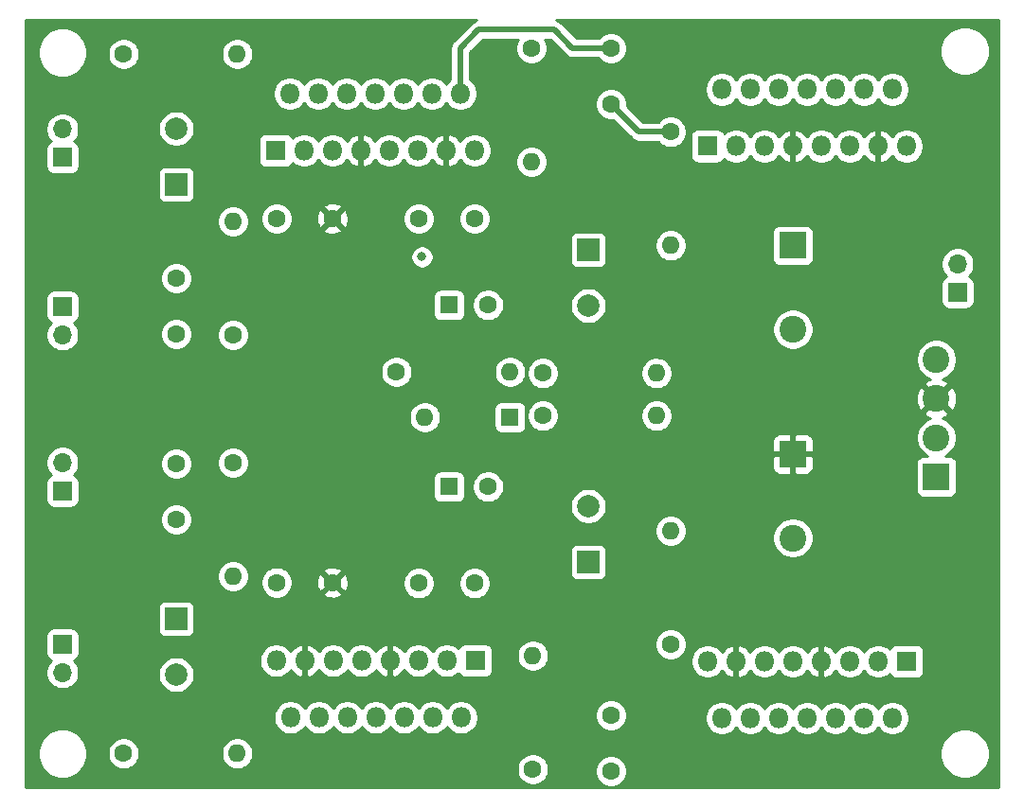
<source format=gbr>
G04 #@! TF.GenerationSoftware,KiCad,Pcbnew,(5.1.8-0-10_14)*
G04 #@! TF.CreationDate,2020-12-22T15:40:18-08:00*
G04 #@! TF.ProjectId,DualPedalBoardAmpSt,4475616c-5065-4646-916c-426f61726441,rev?*
G04 #@! TF.SameCoordinates,Original*
G04 #@! TF.FileFunction,Copper,L2,Inr*
G04 #@! TF.FilePolarity,Positive*
%FSLAX46Y46*%
G04 Gerber Fmt 4.6, Leading zero omitted, Abs format (unit mm)*
G04 Created by KiCad (PCBNEW (5.1.8-0-10_14)) date 2020-12-22 15:40:18*
%MOMM*%
%LPD*%
G01*
G04 APERTURE LIST*
G04 #@! TA.AperFunction,ComponentPad*
%ADD10C,2.400000*%
G04 #@! TD*
G04 #@! TA.AperFunction,ComponentPad*
%ADD11R,2.400000X2.400000*%
G04 #@! TD*
G04 #@! TA.AperFunction,ComponentPad*
%ADD12O,1.800000X1.800000*%
G04 #@! TD*
G04 #@! TA.AperFunction,ComponentPad*
%ADD13R,1.800000X1.800000*%
G04 #@! TD*
G04 #@! TA.AperFunction,ComponentPad*
%ADD14O,1.600000X1.600000*%
G04 #@! TD*
G04 #@! TA.AperFunction,ComponentPad*
%ADD15C,1.600000*%
G04 #@! TD*
G04 #@! TA.AperFunction,ComponentPad*
%ADD16C,2.000000*%
G04 #@! TD*
G04 #@! TA.AperFunction,ComponentPad*
%ADD17R,2.000000X2.000000*%
G04 #@! TD*
G04 #@! TA.AperFunction,ComponentPad*
%ADD18R,1.600000X1.600000*%
G04 #@! TD*
G04 #@! TA.AperFunction,ComponentPad*
%ADD19O,1.700000X1.700000*%
G04 #@! TD*
G04 #@! TA.AperFunction,ComponentPad*
%ADD20R,1.700000X1.700000*%
G04 #@! TD*
G04 #@! TA.AperFunction,ViaPad*
%ADD21C,0.800000*%
G04 #@! TD*
G04 #@! TA.AperFunction,Conductor*
%ADD22C,0.508000*%
G04 #@! TD*
G04 #@! TA.AperFunction,Conductor*
%ADD23C,0.254000*%
G04 #@! TD*
G04 #@! TA.AperFunction,Conductor*
%ADD24C,0.100000*%
G04 #@! TD*
G04 APERTURE END LIST*
D10*
X196215000Y-72050000D03*
X196215000Y-75550000D03*
X196215000Y-79050000D03*
D11*
X196215000Y-82550000D03*
D12*
X175768000Y-99060000D03*
X177038000Y-104140000D03*
X178308000Y-99060000D03*
X179578000Y-104140000D03*
X180848000Y-99060000D03*
X182118000Y-104140000D03*
X183388000Y-99060000D03*
X184658000Y-104140000D03*
X185928000Y-99060000D03*
X187198000Y-104140000D03*
X188468000Y-99060000D03*
X189738000Y-104140000D03*
X191008000Y-99060000D03*
X192278000Y-104140000D03*
D13*
X193548000Y-99060000D03*
D12*
X154940000Y-53340000D03*
X153670000Y-48260000D03*
X152400000Y-53340000D03*
X151130000Y-48260000D03*
X149860000Y-53340000D03*
X148590000Y-48260000D03*
X147320000Y-53340000D03*
X146050000Y-48260000D03*
X144780000Y-53340000D03*
X143510000Y-48260000D03*
X142240000Y-53340000D03*
X140970000Y-48260000D03*
X139700000Y-53340000D03*
X138430000Y-48260000D03*
D13*
X137160000Y-53340000D03*
D14*
X172466000Y-87376000D03*
D15*
X172466000Y-97536000D03*
D12*
X193548000Y-52959000D03*
X192278000Y-47879000D03*
X191008000Y-52959000D03*
X189738000Y-47879000D03*
X188468000Y-52959000D03*
X187198000Y-47879000D03*
X185928000Y-52959000D03*
X184658000Y-47879000D03*
X183388000Y-52959000D03*
X182118000Y-47879000D03*
X180848000Y-52959000D03*
X179578000Y-47879000D03*
X178308000Y-52959000D03*
X177038000Y-47879000D03*
D13*
X175768000Y-52959000D03*
D14*
X172466000Y-61849000D03*
D15*
X172466000Y-51689000D03*
X167132000Y-108886000D03*
X167132000Y-103886000D03*
X167132000Y-44196000D03*
X167132000Y-49196000D03*
D16*
X128270000Y-100250000D03*
D17*
X128270000Y-95250000D03*
D16*
X128270000Y-51388000D03*
D17*
X128270000Y-56388000D03*
D15*
X156154000Y-67183000D03*
D18*
X152654000Y-67183000D03*
D15*
X156154000Y-83439000D03*
D18*
X152654000Y-83439000D03*
D16*
X165100000Y-67230000D03*
D17*
X165100000Y-62230000D03*
D16*
X165100000Y-85170000D03*
D17*
X165100000Y-90170000D03*
D14*
X171196000Y-77089000D03*
D15*
X161036000Y-77089000D03*
X149940000Y-92075000D03*
X154940000Y-92075000D03*
D12*
X137220000Y-99000000D03*
X138490000Y-104080000D03*
X139760000Y-99000000D03*
X141030000Y-104080000D03*
X142300000Y-99000000D03*
X143570000Y-104080000D03*
X144840000Y-99000000D03*
X146110000Y-104080000D03*
X147380000Y-99000000D03*
X148650000Y-104080000D03*
X149920000Y-99000000D03*
X151190000Y-104080000D03*
X152460000Y-99000000D03*
X153730000Y-104080000D03*
D13*
X155000000Y-99000000D03*
D14*
X133731000Y-107315000D03*
D15*
X123571000Y-107315000D03*
D14*
X133350000Y-91440000D03*
D15*
X133350000Y-81280000D03*
D14*
X160147000Y-98552000D03*
D15*
X160147000Y-108712000D03*
D19*
X118110000Y-100076000D03*
D20*
X118110000Y-97536000D03*
D19*
X118110000Y-81280000D03*
D20*
X118110000Y-83820000D03*
D15*
X137240000Y-92000000D03*
X142240000Y-92000000D03*
X128270000Y-81360000D03*
X128270000Y-86360000D03*
D19*
X198120000Y-63500000D03*
D20*
X198120000Y-66040000D03*
D14*
X133731000Y-44704000D03*
D15*
X123571000Y-44704000D03*
D14*
X158115000Y-73152000D03*
D15*
X147955000Y-73152000D03*
D14*
X171196000Y-73279000D03*
D15*
X161036000Y-73279000D03*
D14*
X133350000Y-59690000D03*
D15*
X133350000Y-69850000D03*
D14*
X160020000Y-54356000D03*
D15*
X160020000Y-44196000D03*
D19*
X118110000Y-51435000D03*
D20*
X118110000Y-53975000D03*
D19*
X118110000Y-69850000D03*
D20*
X118110000Y-67310000D03*
D14*
X150495000Y-77216000D03*
D18*
X158115000Y-77216000D03*
D10*
X183388000Y-69349000D03*
D11*
X183388000Y-61849000D03*
D15*
X149940000Y-59436000D03*
X154940000Y-59436000D03*
D10*
X183388000Y-88018000D03*
D11*
X183388000Y-80518000D03*
D15*
X137240000Y-59436000D03*
X142240000Y-59436000D03*
X128270000Y-69770000D03*
X128270000Y-64770000D03*
D21*
X150241000Y-62865000D03*
D22*
X169625000Y-51689000D02*
X167132000Y-49196000D01*
X172466000Y-51689000D02*
X169625000Y-51689000D01*
X167132000Y-44196000D02*
X163703000Y-44196000D01*
X163703000Y-44196000D02*
X162052000Y-42545000D01*
X162052000Y-42545000D02*
X155321000Y-42545000D01*
X153670000Y-44196000D02*
X153670000Y-48260000D01*
X155321000Y-42545000D02*
X153670000Y-44196000D01*
D23*
X154979149Y-41719697D02*
X154824709Y-41802247D01*
X154689341Y-41913341D01*
X154661506Y-41947258D01*
X153072264Y-43536501D01*
X153038341Y-43564341D01*
X153010505Y-43598260D01*
X152927248Y-43699709D01*
X152844698Y-43854148D01*
X152793865Y-44021725D01*
X152793864Y-44021727D01*
X152781000Y-44152334D01*
X152781000Y-44152340D01*
X152776700Y-44196000D01*
X152781000Y-44239660D01*
X152781001Y-47007882D01*
X152691495Y-47067688D01*
X152477688Y-47281495D01*
X152400000Y-47397763D01*
X152322312Y-47281495D01*
X152108505Y-47067688D01*
X151857095Y-46899701D01*
X151577743Y-46783989D01*
X151281184Y-46725000D01*
X150978816Y-46725000D01*
X150682257Y-46783989D01*
X150402905Y-46899701D01*
X150151495Y-47067688D01*
X149937688Y-47281495D01*
X149860000Y-47397763D01*
X149782312Y-47281495D01*
X149568505Y-47067688D01*
X149317095Y-46899701D01*
X149037743Y-46783989D01*
X148741184Y-46725000D01*
X148438816Y-46725000D01*
X148142257Y-46783989D01*
X147862905Y-46899701D01*
X147611495Y-47067688D01*
X147397688Y-47281495D01*
X147320000Y-47397763D01*
X147242312Y-47281495D01*
X147028505Y-47067688D01*
X146777095Y-46899701D01*
X146497743Y-46783989D01*
X146201184Y-46725000D01*
X145898816Y-46725000D01*
X145602257Y-46783989D01*
X145322905Y-46899701D01*
X145071495Y-47067688D01*
X144857688Y-47281495D01*
X144780000Y-47397763D01*
X144702312Y-47281495D01*
X144488505Y-47067688D01*
X144237095Y-46899701D01*
X143957743Y-46783989D01*
X143661184Y-46725000D01*
X143358816Y-46725000D01*
X143062257Y-46783989D01*
X142782905Y-46899701D01*
X142531495Y-47067688D01*
X142317688Y-47281495D01*
X142240000Y-47397763D01*
X142162312Y-47281495D01*
X141948505Y-47067688D01*
X141697095Y-46899701D01*
X141417743Y-46783989D01*
X141121184Y-46725000D01*
X140818816Y-46725000D01*
X140522257Y-46783989D01*
X140242905Y-46899701D01*
X139991495Y-47067688D01*
X139777688Y-47281495D01*
X139700000Y-47397763D01*
X139622312Y-47281495D01*
X139408505Y-47067688D01*
X139157095Y-46899701D01*
X138877743Y-46783989D01*
X138581184Y-46725000D01*
X138278816Y-46725000D01*
X137982257Y-46783989D01*
X137702905Y-46899701D01*
X137451495Y-47067688D01*
X137237688Y-47281495D01*
X137069701Y-47532905D01*
X136953989Y-47812257D01*
X136895000Y-48108816D01*
X136895000Y-48411184D01*
X136953989Y-48707743D01*
X137069701Y-48987095D01*
X137237688Y-49238505D01*
X137451495Y-49452312D01*
X137702905Y-49620299D01*
X137982257Y-49736011D01*
X138278816Y-49795000D01*
X138581184Y-49795000D01*
X138877743Y-49736011D01*
X139157095Y-49620299D01*
X139408505Y-49452312D01*
X139622312Y-49238505D01*
X139700000Y-49122237D01*
X139777688Y-49238505D01*
X139991495Y-49452312D01*
X140242905Y-49620299D01*
X140522257Y-49736011D01*
X140818816Y-49795000D01*
X141121184Y-49795000D01*
X141417743Y-49736011D01*
X141697095Y-49620299D01*
X141948505Y-49452312D01*
X142162312Y-49238505D01*
X142240000Y-49122237D01*
X142317688Y-49238505D01*
X142531495Y-49452312D01*
X142782905Y-49620299D01*
X143062257Y-49736011D01*
X143358816Y-49795000D01*
X143661184Y-49795000D01*
X143957743Y-49736011D01*
X144237095Y-49620299D01*
X144488505Y-49452312D01*
X144702312Y-49238505D01*
X144780000Y-49122237D01*
X144857688Y-49238505D01*
X145071495Y-49452312D01*
X145322905Y-49620299D01*
X145602257Y-49736011D01*
X145898816Y-49795000D01*
X146201184Y-49795000D01*
X146497743Y-49736011D01*
X146777095Y-49620299D01*
X147028505Y-49452312D01*
X147242312Y-49238505D01*
X147320000Y-49122237D01*
X147397688Y-49238505D01*
X147611495Y-49452312D01*
X147862905Y-49620299D01*
X148142257Y-49736011D01*
X148438816Y-49795000D01*
X148741184Y-49795000D01*
X149037743Y-49736011D01*
X149317095Y-49620299D01*
X149568505Y-49452312D01*
X149782312Y-49238505D01*
X149860000Y-49122237D01*
X149937688Y-49238505D01*
X150151495Y-49452312D01*
X150402905Y-49620299D01*
X150682257Y-49736011D01*
X150978816Y-49795000D01*
X151281184Y-49795000D01*
X151577743Y-49736011D01*
X151857095Y-49620299D01*
X152108505Y-49452312D01*
X152322312Y-49238505D01*
X152400000Y-49122237D01*
X152477688Y-49238505D01*
X152691495Y-49452312D01*
X152942905Y-49620299D01*
X153222257Y-49736011D01*
X153518816Y-49795000D01*
X153821184Y-49795000D01*
X154117743Y-49736011D01*
X154397095Y-49620299D01*
X154648505Y-49452312D01*
X154862312Y-49238505D01*
X154985150Y-49054665D01*
X165697000Y-49054665D01*
X165697000Y-49337335D01*
X165752147Y-49614574D01*
X165860320Y-49875727D01*
X166017363Y-50110759D01*
X166217241Y-50310637D01*
X166452273Y-50467680D01*
X166713426Y-50575853D01*
X166990665Y-50631000D01*
X167273335Y-50631000D01*
X167303721Y-50624956D01*
X168965501Y-52286736D01*
X168993341Y-52320659D01*
X169128709Y-52431753D01*
X169283149Y-52514303D01*
X169349058Y-52534296D01*
X169450724Y-52565136D01*
X169483924Y-52568406D01*
X169581333Y-52578000D01*
X169581339Y-52578000D01*
X169624999Y-52582300D01*
X169668659Y-52578000D01*
X171334151Y-52578000D01*
X171351363Y-52603759D01*
X171551241Y-52803637D01*
X171786273Y-52960680D01*
X172047426Y-53068853D01*
X172324665Y-53124000D01*
X172607335Y-53124000D01*
X172884574Y-53068853D01*
X173145727Y-52960680D01*
X173380759Y-52803637D01*
X173580637Y-52603759D01*
X173737680Y-52368727D01*
X173845853Y-52107574D01*
X173855515Y-52059000D01*
X174229928Y-52059000D01*
X174229928Y-53859000D01*
X174242188Y-53983482D01*
X174278498Y-54103180D01*
X174337463Y-54213494D01*
X174416815Y-54310185D01*
X174513506Y-54389537D01*
X174623820Y-54448502D01*
X174743518Y-54484812D01*
X174868000Y-54497072D01*
X176668000Y-54497072D01*
X176792482Y-54484812D01*
X176912180Y-54448502D01*
X177022494Y-54389537D01*
X177119185Y-54310185D01*
X177198537Y-54213494D01*
X177257502Y-54103180D01*
X177263056Y-54084873D01*
X177329495Y-54151312D01*
X177580905Y-54319299D01*
X177860257Y-54435011D01*
X178156816Y-54494000D01*
X178459184Y-54494000D01*
X178755743Y-54435011D01*
X179035095Y-54319299D01*
X179286505Y-54151312D01*
X179500312Y-53937505D01*
X179578000Y-53821237D01*
X179655688Y-53937505D01*
X179869495Y-54151312D01*
X180120905Y-54319299D01*
X180400257Y-54435011D01*
X180696816Y-54494000D01*
X180999184Y-54494000D01*
X181295743Y-54435011D01*
X181575095Y-54319299D01*
X181826505Y-54151312D01*
X182040312Y-53937505D01*
X182121367Y-53816198D01*
X182256351Y-53996116D01*
X182480427Y-54196962D01*
X182739380Y-54350234D01*
X183023259Y-54450041D01*
X183261000Y-54329992D01*
X183261000Y-53086000D01*
X183241000Y-53086000D01*
X183241000Y-52832000D01*
X183261000Y-52832000D01*
X183261000Y-51588008D01*
X183515000Y-51588008D01*
X183515000Y-52832000D01*
X183535000Y-52832000D01*
X183535000Y-53086000D01*
X183515000Y-53086000D01*
X183515000Y-54329992D01*
X183752741Y-54450041D01*
X184036620Y-54350234D01*
X184295573Y-54196962D01*
X184519649Y-53996116D01*
X184654633Y-53816198D01*
X184735688Y-53937505D01*
X184949495Y-54151312D01*
X185200905Y-54319299D01*
X185480257Y-54435011D01*
X185776816Y-54494000D01*
X186079184Y-54494000D01*
X186375743Y-54435011D01*
X186655095Y-54319299D01*
X186906505Y-54151312D01*
X187120312Y-53937505D01*
X187198000Y-53821237D01*
X187275688Y-53937505D01*
X187489495Y-54151312D01*
X187740905Y-54319299D01*
X188020257Y-54435011D01*
X188316816Y-54494000D01*
X188619184Y-54494000D01*
X188915743Y-54435011D01*
X189195095Y-54319299D01*
X189446505Y-54151312D01*
X189660312Y-53937505D01*
X189741367Y-53816198D01*
X189876351Y-53996116D01*
X190100427Y-54196962D01*
X190359380Y-54350234D01*
X190643259Y-54450041D01*
X190881000Y-54329992D01*
X190881000Y-53086000D01*
X190861000Y-53086000D01*
X190861000Y-52832000D01*
X190881000Y-52832000D01*
X190881000Y-51588008D01*
X191135000Y-51588008D01*
X191135000Y-52832000D01*
X191155000Y-52832000D01*
X191155000Y-53086000D01*
X191135000Y-53086000D01*
X191135000Y-54329992D01*
X191372741Y-54450041D01*
X191656620Y-54350234D01*
X191915573Y-54196962D01*
X192139649Y-53996116D01*
X192274633Y-53816198D01*
X192355688Y-53937505D01*
X192569495Y-54151312D01*
X192820905Y-54319299D01*
X193100257Y-54435011D01*
X193396816Y-54494000D01*
X193699184Y-54494000D01*
X193995743Y-54435011D01*
X194275095Y-54319299D01*
X194526505Y-54151312D01*
X194740312Y-53937505D01*
X194908299Y-53686095D01*
X195024011Y-53406743D01*
X195083000Y-53110184D01*
X195083000Y-52807816D01*
X195024011Y-52511257D01*
X194908299Y-52231905D01*
X194740312Y-51980495D01*
X194526505Y-51766688D01*
X194275095Y-51598701D01*
X193995743Y-51482989D01*
X193699184Y-51424000D01*
X193396816Y-51424000D01*
X193100257Y-51482989D01*
X192820905Y-51598701D01*
X192569495Y-51766688D01*
X192355688Y-51980495D01*
X192274633Y-52101802D01*
X192139649Y-51921884D01*
X191915573Y-51721038D01*
X191656620Y-51567766D01*
X191372741Y-51467959D01*
X191135000Y-51588008D01*
X190881000Y-51588008D01*
X190643259Y-51467959D01*
X190359380Y-51567766D01*
X190100427Y-51721038D01*
X189876351Y-51921884D01*
X189741367Y-52101802D01*
X189660312Y-51980495D01*
X189446505Y-51766688D01*
X189195095Y-51598701D01*
X188915743Y-51482989D01*
X188619184Y-51424000D01*
X188316816Y-51424000D01*
X188020257Y-51482989D01*
X187740905Y-51598701D01*
X187489495Y-51766688D01*
X187275688Y-51980495D01*
X187198000Y-52096763D01*
X187120312Y-51980495D01*
X186906505Y-51766688D01*
X186655095Y-51598701D01*
X186375743Y-51482989D01*
X186079184Y-51424000D01*
X185776816Y-51424000D01*
X185480257Y-51482989D01*
X185200905Y-51598701D01*
X184949495Y-51766688D01*
X184735688Y-51980495D01*
X184654633Y-52101802D01*
X184519649Y-51921884D01*
X184295573Y-51721038D01*
X184036620Y-51567766D01*
X183752741Y-51467959D01*
X183515000Y-51588008D01*
X183261000Y-51588008D01*
X183023259Y-51467959D01*
X182739380Y-51567766D01*
X182480427Y-51721038D01*
X182256351Y-51921884D01*
X182121367Y-52101802D01*
X182040312Y-51980495D01*
X181826505Y-51766688D01*
X181575095Y-51598701D01*
X181295743Y-51482989D01*
X180999184Y-51424000D01*
X180696816Y-51424000D01*
X180400257Y-51482989D01*
X180120905Y-51598701D01*
X179869495Y-51766688D01*
X179655688Y-51980495D01*
X179578000Y-52096763D01*
X179500312Y-51980495D01*
X179286505Y-51766688D01*
X179035095Y-51598701D01*
X178755743Y-51482989D01*
X178459184Y-51424000D01*
X178156816Y-51424000D01*
X177860257Y-51482989D01*
X177580905Y-51598701D01*
X177329495Y-51766688D01*
X177263056Y-51833127D01*
X177257502Y-51814820D01*
X177198537Y-51704506D01*
X177119185Y-51607815D01*
X177022494Y-51528463D01*
X176912180Y-51469498D01*
X176792482Y-51433188D01*
X176668000Y-51420928D01*
X174868000Y-51420928D01*
X174743518Y-51433188D01*
X174623820Y-51469498D01*
X174513506Y-51528463D01*
X174416815Y-51607815D01*
X174337463Y-51704506D01*
X174278498Y-51814820D01*
X174242188Y-51934518D01*
X174229928Y-52059000D01*
X173855515Y-52059000D01*
X173901000Y-51830335D01*
X173901000Y-51547665D01*
X173845853Y-51270426D01*
X173737680Y-51009273D01*
X173580637Y-50774241D01*
X173380759Y-50574363D01*
X173145727Y-50417320D01*
X172884574Y-50309147D01*
X172607335Y-50254000D01*
X172324665Y-50254000D01*
X172047426Y-50309147D01*
X171786273Y-50417320D01*
X171551241Y-50574363D01*
X171351363Y-50774241D01*
X171334151Y-50800000D01*
X169993235Y-50800000D01*
X168560956Y-49367721D01*
X168567000Y-49337335D01*
X168567000Y-49054665D01*
X168511853Y-48777426D01*
X168403680Y-48516273D01*
X168246637Y-48281241D01*
X168046759Y-48081363D01*
X167811727Y-47924320D01*
X167550574Y-47816147D01*
X167273335Y-47761000D01*
X166990665Y-47761000D01*
X166713426Y-47816147D01*
X166452273Y-47924320D01*
X166217241Y-48081363D01*
X166017363Y-48281241D01*
X165860320Y-48516273D01*
X165752147Y-48777426D01*
X165697000Y-49054665D01*
X154985150Y-49054665D01*
X155030299Y-48987095D01*
X155146011Y-48707743D01*
X155205000Y-48411184D01*
X155205000Y-48108816D01*
X155146011Y-47812257D01*
X155111035Y-47727816D01*
X175503000Y-47727816D01*
X175503000Y-48030184D01*
X175561989Y-48326743D01*
X175677701Y-48606095D01*
X175845688Y-48857505D01*
X176059495Y-49071312D01*
X176310905Y-49239299D01*
X176590257Y-49355011D01*
X176886816Y-49414000D01*
X177189184Y-49414000D01*
X177485743Y-49355011D01*
X177765095Y-49239299D01*
X178016505Y-49071312D01*
X178230312Y-48857505D01*
X178308000Y-48741237D01*
X178385688Y-48857505D01*
X178599495Y-49071312D01*
X178850905Y-49239299D01*
X179130257Y-49355011D01*
X179426816Y-49414000D01*
X179729184Y-49414000D01*
X180025743Y-49355011D01*
X180305095Y-49239299D01*
X180556505Y-49071312D01*
X180770312Y-48857505D01*
X180848000Y-48741237D01*
X180925688Y-48857505D01*
X181139495Y-49071312D01*
X181390905Y-49239299D01*
X181670257Y-49355011D01*
X181966816Y-49414000D01*
X182269184Y-49414000D01*
X182565743Y-49355011D01*
X182845095Y-49239299D01*
X183096505Y-49071312D01*
X183310312Y-48857505D01*
X183388000Y-48741237D01*
X183465688Y-48857505D01*
X183679495Y-49071312D01*
X183930905Y-49239299D01*
X184210257Y-49355011D01*
X184506816Y-49414000D01*
X184809184Y-49414000D01*
X185105743Y-49355011D01*
X185385095Y-49239299D01*
X185636505Y-49071312D01*
X185850312Y-48857505D01*
X185928000Y-48741237D01*
X186005688Y-48857505D01*
X186219495Y-49071312D01*
X186470905Y-49239299D01*
X186750257Y-49355011D01*
X187046816Y-49414000D01*
X187349184Y-49414000D01*
X187645743Y-49355011D01*
X187925095Y-49239299D01*
X188176505Y-49071312D01*
X188390312Y-48857505D01*
X188468000Y-48741237D01*
X188545688Y-48857505D01*
X188759495Y-49071312D01*
X189010905Y-49239299D01*
X189290257Y-49355011D01*
X189586816Y-49414000D01*
X189889184Y-49414000D01*
X190185743Y-49355011D01*
X190465095Y-49239299D01*
X190716505Y-49071312D01*
X190930312Y-48857505D01*
X191008000Y-48741237D01*
X191085688Y-48857505D01*
X191299495Y-49071312D01*
X191550905Y-49239299D01*
X191830257Y-49355011D01*
X192126816Y-49414000D01*
X192429184Y-49414000D01*
X192725743Y-49355011D01*
X193005095Y-49239299D01*
X193256505Y-49071312D01*
X193470312Y-48857505D01*
X193638299Y-48606095D01*
X193754011Y-48326743D01*
X193813000Y-48030184D01*
X193813000Y-47727816D01*
X193754011Y-47431257D01*
X193638299Y-47151905D01*
X193470312Y-46900495D01*
X193256505Y-46686688D01*
X193005095Y-46518701D01*
X192725743Y-46402989D01*
X192429184Y-46344000D01*
X192126816Y-46344000D01*
X191830257Y-46402989D01*
X191550905Y-46518701D01*
X191299495Y-46686688D01*
X191085688Y-46900495D01*
X191008000Y-47016763D01*
X190930312Y-46900495D01*
X190716505Y-46686688D01*
X190465095Y-46518701D01*
X190185743Y-46402989D01*
X189889184Y-46344000D01*
X189586816Y-46344000D01*
X189290257Y-46402989D01*
X189010905Y-46518701D01*
X188759495Y-46686688D01*
X188545688Y-46900495D01*
X188468000Y-47016763D01*
X188390312Y-46900495D01*
X188176505Y-46686688D01*
X187925095Y-46518701D01*
X187645743Y-46402989D01*
X187349184Y-46344000D01*
X187046816Y-46344000D01*
X186750257Y-46402989D01*
X186470905Y-46518701D01*
X186219495Y-46686688D01*
X186005688Y-46900495D01*
X185928000Y-47016763D01*
X185850312Y-46900495D01*
X185636505Y-46686688D01*
X185385095Y-46518701D01*
X185105743Y-46402989D01*
X184809184Y-46344000D01*
X184506816Y-46344000D01*
X184210257Y-46402989D01*
X183930905Y-46518701D01*
X183679495Y-46686688D01*
X183465688Y-46900495D01*
X183388000Y-47016763D01*
X183310312Y-46900495D01*
X183096505Y-46686688D01*
X182845095Y-46518701D01*
X182565743Y-46402989D01*
X182269184Y-46344000D01*
X181966816Y-46344000D01*
X181670257Y-46402989D01*
X181390905Y-46518701D01*
X181139495Y-46686688D01*
X180925688Y-46900495D01*
X180848000Y-47016763D01*
X180770312Y-46900495D01*
X180556505Y-46686688D01*
X180305095Y-46518701D01*
X180025743Y-46402989D01*
X179729184Y-46344000D01*
X179426816Y-46344000D01*
X179130257Y-46402989D01*
X178850905Y-46518701D01*
X178599495Y-46686688D01*
X178385688Y-46900495D01*
X178308000Y-47016763D01*
X178230312Y-46900495D01*
X178016505Y-46686688D01*
X177765095Y-46518701D01*
X177485743Y-46402989D01*
X177189184Y-46344000D01*
X176886816Y-46344000D01*
X176590257Y-46402989D01*
X176310905Y-46518701D01*
X176059495Y-46686688D01*
X175845688Y-46900495D01*
X175677701Y-47151905D01*
X175561989Y-47431257D01*
X175503000Y-47727816D01*
X155111035Y-47727816D01*
X155030299Y-47532905D01*
X154862312Y-47281495D01*
X154648505Y-47067688D01*
X154559000Y-47007883D01*
X154559000Y-44564235D01*
X155689236Y-43434000D01*
X158803293Y-43434000D01*
X158748320Y-43516273D01*
X158640147Y-43777426D01*
X158585000Y-44054665D01*
X158585000Y-44337335D01*
X158640147Y-44614574D01*
X158748320Y-44875727D01*
X158905363Y-45110759D01*
X159105241Y-45310637D01*
X159340273Y-45467680D01*
X159601426Y-45575853D01*
X159878665Y-45631000D01*
X160161335Y-45631000D01*
X160438574Y-45575853D01*
X160699727Y-45467680D01*
X160934759Y-45310637D01*
X161134637Y-45110759D01*
X161291680Y-44875727D01*
X161399853Y-44614574D01*
X161455000Y-44337335D01*
X161455000Y-44054665D01*
X161399853Y-43777426D01*
X161291680Y-43516273D01*
X161236707Y-43434000D01*
X161683765Y-43434000D01*
X163043506Y-44793742D01*
X163071341Y-44827659D01*
X163206709Y-44938753D01*
X163361149Y-45021303D01*
X163477892Y-45056716D01*
X163528725Y-45072136D01*
X163703000Y-45089301D01*
X163746668Y-45085000D01*
X166000151Y-45085000D01*
X166017363Y-45110759D01*
X166217241Y-45310637D01*
X166452273Y-45467680D01*
X166713426Y-45575853D01*
X166990665Y-45631000D01*
X167273335Y-45631000D01*
X167550574Y-45575853D01*
X167811727Y-45467680D01*
X168046759Y-45310637D01*
X168246637Y-45110759D01*
X168403680Y-44875727D01*
X168511853Y-44614574D01*
X168567000Y-44337335D01*
X168567000Y-44229872D01*
X196520000Y-44229872D01*
X196520000Y-44670128D01*
X196605890Y-45101925D01*
X196774369Y-45508669D01*
X197018962Y-45874729D01*
X197330271Y-46186038D01*
X197696331Y-46430631D01*
X198103075Y-46599110D01*
X198534872Y-46685000D01*
X198975128Y-46685000D01*
X199406925Y-46599110D01*
X199813669Y-46430631D01*
X200179729Y-46186038D01*
X200491038Y-45874729D01*
X200735631Y-45508669D01*
X200904110Y-45101925D01*
X200990000Y-44670128D01*
X200990000Y-44229872D01*
X200904110Y-43798075D01*
X200735631Y-43391331D01*
X200491038Y-43025271D01*
X200179729Y-42713962D01*
X199813669Y-42469369D01*
X199406925Y-42300890D01*
X198975128Y-42215000D01*
X198534872Y-42215000D01*
X198103075Y-42300890D01*
X197696331Y-42469369D01*
X197330271Y-42713962D01*
X197018962Y-43025271D01*
X196774369Y-43391331D01*
X196605890Y-43798075D01*
X196520000Y-44229872D01*
X168567000Y-44229872D01*
X168567000Y-44054665D01*
X168511853Y-43777426D01*
X168403680Y-43516273D01*
X168246637Y-43281241D01*
X168046759Y-43081363D01*
X167811727Y-42924320D01*
X167550574Y-42816147D01*
X167273335Y-42761000D01*
X166990665Y-42761000D01*
X166713426Y-42816147D01*
X166452273Y-42924320D01*
X166217241Y-43081363D01*
X166017363Y-43281241D01*
X166000151Y-43307000D01*
X164071236Y-43307000D01*
X162711499Y-41947264D01*
X162683659Y-41913341D01*
X162548291Y-41802247D01*
X162393851Y-41719697D01*
X162266282Y-41681000D01*
X201778001Y-41681000D01*
X201778000Y-110338000D01*
X114833000Y-110338000D01*
X114833000Y-107094872D01*
X115875000Y-107094872D01*
X115875000Y-107535128D01*
X115960890Y-107966925D01*
X116129369Y-108373669D01*
X116373962Y-108739729D01*
X116685271Y-109051038D01*
X117051331Y-109295631D01*
X117458075Y-109464110D01*
X117889872Y-109550000D01*
X118330128Y-109550000D01*
X118761925Y-109464110D01*
X119168669Y-109295631D01*
X119534729Y-109051038D01*
X119846038Y-108739729D01*
X120090631Y-108373669D01*
X120259110Y-107966925D01*
X120345000Y-107535128D01*
X120345000Y-107173665D01*
X122136000Y-107173665D01*
X122136000Y-107456335D01*
X122191147Y-107733574D01*
X122299320Y-107994727D01*
X122456363Y-108229759D01*
X122656241Y-108429637D01*
X122891273Y-108586680D01*
X123152426Y-108694853D01*
X123429665Y-108750000D01*
X123712335Y-108750000D01*
X123989574Y-108694853D01*
X124250727Y-108586680D01*
X124485759Y-108429637D01*
X124685637Y-108229759D01*
X124842680Y-107994727D01*
X124950853Y-107733574D01*
X125006000Y-107456335D01*
X125006000Y-107173665D01*
X132296000Y-107173665D01*
X132296000Y-107456335D01*
X132351147Y-107733574D01*
X132459320Y-107994727D01*
X132616363Y-108229759D01*
X132816241Y-108429637D01*
X133051273Y-108586680D01*
X133312426Y-108694853D01*
X133589665Y-108750000D01*
X133872335Y-108750000D01*
X134149574Y-108694853D01*
X134410727Y-108586680D01*
X134434695Y-108570665D01*
X158712000Y-108570665D01*
X158712000Y-108853335D01*
X158767147Y-109130574D01*
X158875320Y-109391727D01*
X159032363Y-109626759D01*
X159232241Y-109826637D01*
X159467273Y-109983680D01*
X159728426Y-110091853D01*
X160005665Y-110147000D01*
X160288335Y-110147000D01*
X160565574Y-110091853D01*
X160826727Y-109983680D01*
X161061759Y-109826637D01*
X161261637Y-109626759D01*
X161418680Y-109391727D01*
X161526853Y-109130574D01*
X161582000Y-108853335D01*
X161582000Y-108744665D01*
X165697000Y-108744665D01*
X165697000Y-109027335D01*
X165752147Y-109304574D01*
X165860320Y-109565727D01*
X166017363Y-109800759D01*
X166217241Y-110000637D01*
X166452273Y-110157680D01*
X166713426Y-110265853D01*
X166990665Y-110321000D01*
X167273335Y-110321000D01*
X167550574Y-110265853D01*
X167811727Y-110157680D01*
X168046759Y-110000637D01*
X168246637Y-109800759D01*
X168403680Y-109565727D01*
X168511853Y-109304574D01*
X168567000Y-109027335D01*
X168567000Y-108744665D01*
X168511853Y-108467426D01*
X168403680Y-108206273D01*
X168246637Y-107971241D01*
X168046759Y-107771363D01*
X167811727Y-107614320D01*
X167550574Y-107506147D01*
X167273335Y-107451000D01*
X166990665Y-107451000D01*
X166713426Y-107506147D01*
X166452273Y-107614320D01*
X166217241Y-107771363D01*
X166017363Y-107971241D01*
X165860320Y-108206273D01*
X165752147Y-108467426D01*
X165697000Y-108744665D01*
X161582000Y-108744665D01*
X161582000Y-108570665D01*
X161526853Y-108293426D01*
X161418680Y-108032273D01*
X161261637Y-107797241D01*
X161061759Y-107597363D01*
X160826727Y-107440320D01*
X160565574Y-107332147D01*
X160288335Y-107277000D01*
X160005665Y-107277000D01*
X159728426Y-107332147D01*
X159467273Y-107440320D01*
X159232241Y-107597363D01*
X159032363Y-107797241D01*
X158875320Y-108032273D01*
X158767147Y-108293426D01*
X158712000Y-108570665D01*
X134434695Y-108570665D01*
X134645759Y-108429637D01*
X134845637Y-108229759D01*
X135002680Y-107994727D01*
X135110853Y-107733574D01*
X135166000Y-107456335D01*
X135166000Y-107173665D01*
X135150327Y-107094872D01*
X196520000Y-107094872D01*
X196520000Y-107535128D01*
X196605890Y-107966925D01*
X196774369Y-108373669D01*
X197018962Y-108739729D01*
X197330271Y-109051038D01*
X197696331Y-109295631D01*
X198103075Y-109464110D01*
X198534872Y-109550000D01*
X198975128Y-109550000D01*
X199406925Y-109464110D01*
X199813669Y-109295631D01*
X200179729Y-109051038D01*
X200491038Y-108739729D01*
X200735631Y-108373669D01*
X200904110Y-107966925D01*
X200990000Y-107535128D01*
X200990000Y-107094872D01*
X200904110Y-106663075D01*
X200735631Y-106256331D01*
X200491038Y-105890271D01*
X200179729Y-105578962D01*
X199813669Y-105334369D01*
X199406925Y-105165890D01*
X198975128Y-105080000D01*
X198534872Y-105080000D01*
X198103075Y-105165890D01*
X197696331Y-105334369D01*
X197330271Y-105578962D01*
X197018962Y-105890271D01*
X196774369Y-106256331D01*
X196605890Y-106663075D01*
X196520000Y-107094872D01*
X135150327Y-107094872D01*
X135110853Y-106896426D01*
X135002680Y-106635273D01*
X134845637Y-106400241D01*
X134645759Y-106200363D01*
X134410727Y-106043320D01*
X134149574Y-105935147D01*
X133872335Y-105880000D01*
X133589665Y-105880000D01*
X133312426Y-105935147D01*
X133051273Y-106043320D01*
X132816241Y-106200363D01*
X132616363Y-106400241D01*
X132459320Y-106635273D01*
X132351147Y-106896426D01*
X132296000Y-107173665D01*
X125006000Y-107173665D01*
X124950853Y-106896426D01*
X124842680Y-106635273D01*
X124685637Y-106400241D01*
X124485759Y-106200363D01*
X124250727Y-106043320D01*
X123989574Y-105935147D01*
X123712335Y-105880000D01*
X123429665Y-105880000D01*
X123152426Y-105935147D01*
X122891273Y-106043320D01*
X122656241Y-106200363D01*
X122456363Y-106400241D01*
X122299320Y-106635273D01*
X122191147Y-106896426D01*
X122136000Y-107173665D01*
X120345000Y-107173665D01*
X120345000Y-107094872D01*
X120259110Y-106663075D01*
X120090631Y-106256331D01*
X119846038Y-105890271D01*
X119534729Y-105578962D01*
X119168669Y-105334369D01*
X118761925Y-105165890D01*
X118330128Y-105080000D01*
X117889872Y-105080000D01*
X117458075Y-105165890D01*
X117051331Y-105334369D01*
X116685271Y-105578962D01*
X116373962Y-105890271D01*
X116129369Y-106256331D01*
X115960890Y-106663075D01*
X115875000Y-107094872D01*
X114833000Y-107094872D01*
X114833000Y-103928816D01*
X136955000Y-103928816D01*
X136955000Y-104231184D01*
X137013989Y-104527743D01*
X137129701Y-104807095D01*
X137297688Y-105058505D01*
X137511495Y-105272312D01*
X137762905Y-105440299D01*
X138042257Y-105556011D01*
X138338816Y-105615000D01*
X138641184Y-105615000D01*
X138937743Y-105556011D01*
X139217095Y-105440299D01*
X139468505Y-105272312D01*
X139682312Y-105058505D01*
X139760000Y-104942237D01*
X139837688Y-105058505D01*
X140051495Y-105272312D01*
X140302905Y-105440299D01*
X140582257Y-105556011D01*
X140878816Y-105615000D01*
X141181184Y-105615000D01*
X141477743Y-105556011D01*
X141757095Y-105440299D01*
X142008505Y-105272312D01*
X142222312Y-105058505D01*
X142300000Y-104942237D01*
X142377688Y-105058505D01*
X142591495Y-105272312D01*
X142842905Y-105440299D01*
X143122257Y-105556011D01*
X143418816Y-105615000D01*
X143721184Y-105615000D01*
X144017743Y-105556011D01*
X144297095Y-105440299D01*
X144548505Y-105272312D01*
X144762312Y-105058505D01*
X144840000Y-104942237D01*
X144917688Y-105058505D01*
X145131495Y-105272312D01*
X145382905Y-105440299D01*
X145662257Y-105556011D01*
X145958816Y-105615000D01*
X146261184Y-105615000D01*
X146557743Y-105556011D01*
X146837095Y-105440299D01*
X147088505Y-105272312D01*
X147302312Y-105058505D01*
X147380000Y-104942237D01*
X147457688Y-105058505D01*
X147671495Y-105272312D01*
X147922905Y-105440299D01*
X148202257Y-105556011D01*
X148498816Y-105615000D01*
X148801184Y-105615000D01*
X149097743Y-105556011D01*
X149377095Y-105440299D01*
X149628505Y-105272312D01*
X149842312Y-105058505D01*
X149920000Y-104942237D01*
X149997688Y-105058505D01*
X150211495Y-105272312D01*
X150462905Y-105440299D01*
X150742257Y-105556011D01*
X151038816Y-105615000D01*
X151341184Y-105615000D01*
X151637743Y-105556011D01*
X151917095Y-105440299D01*
X152168505Y-105272312D01*
X152382312Y-105058505D01*
X152460000Y-104942237D01*
X152537688Y-105058505D01*
X152751495Y-105272312D01*
X153002905Y-105440299D01*
X153282257Y-105556011D01*
X153578816Y-105615000D01*
X153881184Y-105615000D01*
X154177743Y-105556011D01*
X154457095Y-105440299D01*
X154708505Y-105272312D01*
X154922312Y-105058505D01*
X155090299Y-104807095D01*
X155206011Y-104527743D01*
X155265000Y-104231184D01*
X155265000Y-103928816D01*
X155228371Y-103744665D01*
X165697000Y-103744665D01*
X165697000Y-104027335D01*
X165752147Y-104304574D01*
X165860320Y-104565727D01*
X166017363Y-104800759D01*
X166217241Y-105000637D01*
X166452273Y-105157680D01*
X166713426Y-105265853D01*
X166990665Y-105321000D01*
X167273335Y-105321000D01*
X167550574Y-105265853D01*
X167811727Y-105157680D01*
X168046759Y-105000637D01*
X168246637Y-104800759D01*
X168403680Y-104565727D01*
X168511853Y-104304574D01*
X168567000Y-104027335D01*
X168567000Y-103988816D01*
X175503000Y-103988816D01*
X175503000Y-104291184D01*
X175561989Y-104587743D01*
X175677701Y-104867095D01*
X175845688Y-105118505D01*
X176059495Y-105332312D01*
X176310905Y-105500299D01*
X176590257Y-105616011D01*
X176886816Y-105675000D01*
X177189184Y-105675000D01*
X177485743Y-105616011D01*
X177765095Y-105500299D01*
X178016505Y-105332312D01*
X178230312Y-105118505D01*
X178308000Y-105002237D01*
X178385688Y-105118505D01*
X178599495Y-105332312D01*
X178850905Y-105500299D01*
X179130257Y-105616011D01*
X179426816Y-105675000D01*
X179729184Y-105675000D01*
X180025743Y-105616011D01*
X180305095Y-105500299D01*
X180556505Y-105332312D01*
X180770312Y-105118505D01*
X180848000Y-105002237D01*
X180925688Y-105118505D01*
X181139495Y-105332312D01*
X181390905Y-105500299D01*
X181670257Y-105616011D01*
X181966816Y-105675000D01*
X182269184Y-105675000D01*
X182565743Y-105616011D01*
X182845095Y-105500299D01*
X183096505Y-105332312D01*
X183310312Y-105118505D01*
X183388000Y-105002237D01*
X183465688Y-105118505D01*
X183679495Y-105332312D01*
X183930905Y-105500299D01*
X184210257Y-105616011D01*
X184506816Y-105675000D01*
X184809184Y-105675000D01*
X185105743Y-105616011D01*
X185385095Y-105500299D01*
X185636505Y-105332312D01*
X185850312Y-105118505D01*
X185928000Y-105002237D01*
X186005688Y-105118505D01*
X186219495Y-105332312D01*
X186470905Y-105500299D01*
X186750257Y-105616011D01*
X187046816Y-105675000D01*
X187349184Y-105675000D01*
X187645743Y-105616011D01*
X187925095Y-105500299D01*
X188176505Y-105332312D01*
X188390312Y-105118505D01*
X188468000Y-105002237D01*
X188545688Y-105118505D01*
X188759495Y-105332312D01*
X189010905Y-105500299D01*
X189290257Y-105616011D01*
X189586816Y-105675000D01*
X189889184Y-105675000D01*
X190185743Y-105616011D01*
X190465095Y-105500299D01*
X190716505Y-105332312D01*
X190930312Y-105118505D01*
X191008000Y-105002237D01*
X191085688Y-105118505D01*
X191299495Y-105332312D01*
X191550905Y-105500299D01*
X191830257Y-105616011D01*
X192126816Y-105675000D01*
X192429184Y-105675000D01*
X192725743Y-105616011D01*
X193005095Y-105500299D01*
X193256505Y-105332312D01*
X193470312Y-105118505D01*
X193638299Y-104867095D01*
X193754011Y-104587743D01*
X193813000Y-104291184D01*
X193813000Y-103988816D01*
X193754011Y-103692257D01*
X193638299Y-103412905D01*
X193470312Y-103161495D01*
X193256505Y-102947688D01*
X193005095Y-102779701D01*
X192725743Y-102663989D01*
X192429184Y-102605000D01*
X192126816Y-102605000D01*
X191830257Y-102663989D01*
X191550905Y-102779701D01*
X191299495Y-102947688D01*
X191085688Y-103161495D01*
X191008000Y-103277763D01*
X190930312Y-103161495D01*
X190716505Y-102947688D01*
X190465095Y-102779701D01*
X190185743Y-102663989D01*
X189889184Y-102605000D01*
X189586816Y-102605000D01*
X189290257Y-102663989D01*
X189010905Y-102779701D01*
X188759495Y-102947688D01*
X188545688Y-103161495D01*
X188468000Y-103277763D01*
X188390312Y-103161495D01*
X188176505Y-102947688D01*
X187925095Y-102779701D01*
X187645743Y-102663989D01*
X187349184Y-102605000D01*
X187046816Y-102605000D01*
X186750257Y-102663989D01*
X186470905Y-102779701D01*
X186219495Y-102947688D01*
X186005688Y-103161495D01*
X185928000Y-103277763D01*
X185850312Y-103161495D01*
X185636505Y-102947688D01*
X185385095Y-102779701D01*
X185105743Y-102663989D01*
X184809184Y-102605000D01*
X184506816Y-102605000D01*
X184210257Y-102663989D01*
X183930905Y-102779701D01*
X183679495Y-102947688D01*
X183465688Y-103161495D01*
X183388000Y-103277763D01*
X183310312Y-103161495D01*
X183096505Y-102947688D01*
X182845095Y-102779701D01*
X182565743Y-102663989D01*
X182269184Y-102605000D01*
X181966816Y-102605000D01*
X181670257Y-102663989D01*
X181390905Y-102779701D01*
X181139495Y-102947688D01*
X180925688Y-103161495D01*
X180848000Y-103277763D01*
X180770312Y-103161495D01*
X180556505Y-102947688D01*
X180305095Y-102779701D01*
X180025743Y-102663989D01*
X179729184Y-102605000D01*
X179426816Y-102605000D01*
X179130257Y-102663989D01*
X178850905Y-102779701D01*
X178599495Y-102947688D01*
X178385688Y-103161495D01*
X178308000Y-103277763D01*
X178230312Y-103161495D01*
X178016505Y-102947688D01*
X177765095Y-102779701D01*
X177485743Y-102663989D01*
X177189184Y-102605000D01*
X176886816Y-102605000D01*
X176590257Y-102663989D01*
X176310905Y-102779701D01*
X176059495Y-102947688D01*
X175845688Y-103161495D01*
X175677701Y-103412905D01*
X175561989Y-103692257D01*
X175503000Y-103988816D01*
X168567000Y-103988816D01*
X168567000Y-103744665D01*
X168511853Y-103467426D01*
X168403680Y-103206273D01*
X168246637Y-102971241D01*
X168046759Y-102771363D01*
X167811727Y-102614320D01*
X167550574Y-102506147D01*
X167273335Y-102451000D01*
X166990665Y-102451000D01*
X166713426Y-102506147D01*
X166452273Y-102614320D01*
X166217241Y-102771363D01*
X166017363Y-102971241D01*
X165860320Y-103206273D01*
X165752147Y-103467426D01*
X165697000Y-103744665D01*
X155228371Y-103744665D01*
X155206011Y-103632257D01*
X155090299Y-103352905D01*
X154922312Y-103101495D01*
X154708505Y-102887688D01*
X154457095Y-102719701D01*
X154177743Y-102603989D01*
X153881184Y-102545000D01*
X153578816Y-102545000D01*
X153282257Y-102603989D01*
X153002905Y-102719701D01*
X152751495Y-102887688D01*
X152537688Y-103101495D01*
X152460000Y-103217763D01*
X152382312Y-103101495D01*
X152168505Y-102887688D01*
X151917095Y-102719701D01*
X151637743Y-102603989D01*
X151341184Y-102545000D01*
X151038816Y-102545000D01*
X150742257Y-102603989D01*
X150462905Y-102719701D01*
X150211495Y-102887688D01*
X149997688Y-103101495D01*
X149920000Y-103217763D01*
X149842312Y-103101495D01*
X149628505Y-102887688D01*
X149377095Y-102719701D01*
X149097743Y-102603989D01*
X148801184Y-102545000D01*
X148498816Y-102545000D01*
X148202257Y-102603989D01*
X147922905Y-102719701D01*
X147671495Y-102887688D01*
X147457688Y-103101495D01*
X147380000Y-103217763D01*
X147302312Y-103101495D01*
X147088505Y-102887688D01*
X146837095Y-102719701D01*
X146557743Y-102603989D01*
X146261184Y-102545000D01*
X145958816Y-102545000D01*
X145662257Y-102603989D01*
X145382905Y-102719701D01*
X145131495Y-102887688D01*
X144917688Y-103101495D01*
X144840000Y-103217763D01*
X144762312Y-103101495D01*
X144548505Y-102887688D01*
X144297095Y-102719701D01*
X144017743Y-102603989D01*
X143721184Y-102545000D01*
X143418816Y-102545000D01*
X143122257Y-102603989D01*
X142842905Y-102719701D01*
X142591495Y-102887688D01*
X142377688Y-103101495D01*
X142300000Y-103217763D01*
X142222312Y-103101495D01*
X142008505Y-102887688D01*
X141757095Y-102719701D01*
X141477743Y-102603989D01*
X141181184Y-102545000D01*
X140878816Y-102545000D01*
X140582257Y-102603989D01*
X140302905Y-102719701D01*
X140051495Y-102887688D01*
X139837688Y-103101495D01*
X139760000Y-103217763D01*
X139682312Y-103101495D01*
X139468505Y-102887688D01*
X139217095Y-102719701D01*
X138937743Y-102603989D01*
X138641184Y-102545000D01*
X138338816Y-102545000D01*
X138042257Y-102603989D01*
X137762905Y-102719701D01*
X137511495Y-102887688D01*
X137297688Y-103101495D01*
X137129701Y-103352905D01*
X137013989Y-103632257D01*
X136955000Y-103928816D01*
X114833000Y-103928816D01*
X114833000Y-96686000D01*
X116621928Y-96686000D01*
X116621928Y-98386000D01*
X116634188Y-98510482D01*
X116670498Y-98630180D01*
X116729463Y-98740494D01*
X116808815Y-98837185D01*
X116905506Y-98916537D01*
X117015820Y-98975502D01*
X117088380Y-98997513D01*
X116956525Y-99129368D01*
X116794010Y-99372589D01*
X116682068Y-99642842D01*
X116625000Y-99929740D01*
X116625000Y-100222260D01*
X116682068Y-100509158D01*
X116794010Y-100779411D01*
X116956525Y-101022632D01*
X117163368Y-101229475D01*
X117406589Y-101391990D01*
X117676842Y-101503932D01*
X117963740Y-101561000D01*
X118256260Y-101561000D01*
X118543158Y-101503932D01*
X118813411Y-101391990D01*
X119056632Y-101229475D01*
X119263475Y-101022632D01*
X119425990Y-100779411D01*
X119537932Y-100509158D01*
X119595000Y-100222260D01*
X119595000Y-100088967D01*
X126635000Y-100088967D01*
X126635000Y-100411033D01*
X126697832Y-100726912D01*
X126821082Y-101024463D01*
X127000013Y-101292252D01*
X127227748Y-101519987D01*
X127495537Y-101698918D01*
X127793088Y-101822168D01*
X128108967Y-101885000D01*
X128431033Y-101885000D01*
X128746912Y-101822168D01*
X129044463Y-101698918D01*
X129312252Y-101519987D01*
X129539987Y-101292252D01*
X129718918Y-101024463D01*
X129842168Y-100726912D01*
X129905000Y-100411033D01*
X129905000Y-100088967D01*
X129842168Y-99773088D01*
X129718918Y-99475537D01*
X129539987Y-99207748D01*
X129312252Y-98980013D01*
X129115902Y-98848816D01*
X135685000Y-98848816D01*
X135685000Y-99151184D01*
X135743989Y-99447743D01*
X135859701Y-99727095D01*
X136027688Y-99978505D01*
X136241495Y-100192312D01*
X136492905Y-100360299D01*
X136772257Y-100476011D01*
X137068816Y-100535000D01*
X137371184Y-100535000D01*
X137667743Y-100476011D01*
X137947095Y-100360299D01*
X138198505Y-100192312D01*
X138412312Y-99978505D01*
X138493367Y-99857198D01*
X138628351Y-100037116D01*
X138852427Y-100237962D01*
X139111380Y-100391234D01*
X139395259Y-100491041D01*
X139633000Y-100370992D01*
X139633000Y-99127000D01*
X139613000Y-99127000D01*
X139613000Y-98873000D01*
X139633000Y-98873000D01*
X139633000Y-97629008D01*
X139887000Y-97629008D01*
X139887000Y-98873000D01*
X139907000Y-98873000D01*
X139907000Y-99127000D01*
X139887000Y-99127000D01*
X139887000Y-100370992D01*
X140124741Y-100491041D01*
X140408620Y-100391234D01*
X140667573Y-100237962D01*
X140891649Y-100037116D01*
X141026633Y-99857198D01*
X141107688Y-99978505D01*
X141321495Y-100192312D01*
X141572905Y-100360299D01*
X141852257Y-100476011D01*
X142148816Y-100535000D01*
X142451184Y-100535000D01*
X142747743Y-100476011D01*
X143027095Y-100360299D01*
X143278505Y-100192312D01*
X143492312Y-99978505D01*
X143570000Y-99862237D01*
X143647688Y-99978505D01*
X143861495Y-100192312D01*
X144112905Y-100360299D01*
X144392257Y-100476011D01*
X144688816Y-100535000D01*
X144991184Y-100535000D01*
X145287743Y-100476011D01*
X145567095Y-100360299D01*
X145818505Y-100192312D01*
X146032312Y-99978505D01*
X146113367Y-99857198D01*
X146248351Y-100037116D01*
X146472427Y-100237962D01*
X146731380Y-100391234D01*
X147015259Y-100491041D01*
X147253000Y-100370992D01*
X147253000Y-99127000D01*
X147233000Y-99127000D01*
X147233000Y-98873000D01*
X147253000Y-98873000D01*
X147253000Y-97629008D01*
X147507000Y-97629008D01*
X147507000Y-98873000D01*
X147527000Y-98873000D01*
X147527000Y-99127000D01*
X147507000Y-99127000D01*
X147507000Y-100370992D01*
X147744741Y-100491041D01*
X148028620Y-100391234D01*
X148287573Y-100237962D01*
X148511649Y-100037116D01*
X148646633Y-99857198D01*
X148727688Y-99978505D01*
X148941495Y-100192312D01*
X149192905Y-100360299D01*
X149472257Y-100476011D01*
X149768816Y-100535000D01*
X150071184Y-100535000D01*
X150367743Y-100476011D01*
X150647095Y-100360299D01*
X150898505Y-100192312D01*
X151112312Y-99978505D01*
X151190000Y-99862237D01*
X151267688Y-99978505D01*
X151481495Y-100192312D01*
X151732905Y-100360299D01*
X152012257Y-100476011D01*
X152308816Y-100535000D01*
X152611184Y-100535000D01*
X152907743Y-100476011D01*
X153187095Y-100360299D01*
X153438505Y-100192312D01*
X153504944Y-100125873D01*
X153510498Y-100144180D01*
X153569463Y-100254494D01*
X153648815Y-100351185D01*
X153745506Y-100430537D01*
X153855820Y-100489502D01*
X153975518Y-100525812D01*
X154100000Y-100538072D01*
X155900000Y-100538072D01*
X156024482Y-100525812D01*
X156144180Y-100489502D01*
X156254494Y-100430537D01*
X156351185Y-100351185D01*
X156430537Y-100254494D01*
X156489502Y-100144180D01*
X156525812Y-100024482D01*
X156538072Y-99900000D01*
X156538072Y-98410665D01*
X158712000Y-98410665D01*
X158712000Y-98693335D01*
X158767147Y-98970574D01*
X158875320Y-99231727D01*
X159032363Y-99466759D01*
X159232241Y-99666637D01*
X159467273Y-99823680D01*
X159728426Y-99931853D01*
X160005665Y-99987000D01*
X160288335Y-99987000D01*
X160565574Y-99931853D01*
X160826727Y-99823680D01*
X161061759Y-99666637D01*
X161261637Y-99466759D01*
X161418680Y-99231727D01*
X161526853Y-98970574D01*
X161582000Y-98693335D01*
X161582000Y-98410665D01*
X161526853Y-98133426D01*
X161418680Y-97872273D01*
X161261637Y-97637241D01*
X161061759Y-97437363D01*
X160997857Y-97394665D01*
X171031000Y-97394665D01*
X171031000Y-97677335D01*
X171086147Y-97954574D01*
X171194320Y-98215727D01*
X171351363Y-98450759D01*
X171551241Y-98650637D01*
X171786273Y-98807680D01*
X172047426Y-98915853D01*
X172324665Y-98971000D01*
X172607335Y-98971000D01*
X172884574Y-98915853D01*
X172901562Y-98908816D01*
X174233000Y-98908816D01*
X174233000Y-99211184D01*
X174291989Y-99507743D01*
X174407701Y-99787095D01*
X174575688Y-100038505D01*
X174789495Y-100252312D01*
X175040905Y-100420299D01*
X175320257Y-100536011D01*
X175616816Y-100595000D01*
X175919184Y-100595000D01*
X176215743Y-100536011D01*
X176495095Y-100420299D01*
X176746505Y-100252312D01*
X176960312Y-100038505D01*
X177041367Y-99917198D01*
X177176351Y-100097116D01*
X177400427Y-100297962D01*
X177659380Y-100451234D01*
X177943259Y-100551041D01*
X178181000Y-100430992D01*
X178181000Y-99187000D01*
X178161000Y-99187000D01*
X178161000Y-98933000D01*
X178181000Y-98933000D01*
X178181000Y-97689008D01*
X178435000Y-97689008D01*
X178435000Y-98933000D01*
X178455000Y-98933000D01*
X178455000Y-99187000D01*
X178435000Y-99187000D01*
X178435000Y-100430992D01*
X178672741Y-100551041D01*
X178956620Y-100451234D01*
X179215573Y-100297962D01*
X179439649Y-100097116D01*
X179574633Y-99917198D01*
X179655688Y-100038505D01*
X179869495Y-100252312D01*
X180120905Y-100420299D01*
X180400257Y-100536011D01*
X180696816Y-100595000D01*
X180999184Y-100595000D01*
X181295743Y-100536011D01*
X181575095Y-100420299D01*
X181826505Y-100252312D01*
X182040312Y-100038505D01*
X182118000Y-99922237D01*
X182195688Y-100038505D01*
X182409495Y-100252312D01*
X182660905Y-100420299D01*
X182940257Y-100536011D01*
X183236816Y-100595000D01*
X183539184Y-100595000D01*
X183835743Y-100536011D01*
X184115095Y-100420299D01*
X184366505Y-100252312D01*
X184580312Y-100038505D01*
X184661367Y-99917198D01*
X184796351Y-100097116D01*
X185020427Y-100297962D01*
X185279380Y-100451234D01*
X185563259Y-100551041D01*
X185801000Y-100430992D01*
X185801000Y-99187000D01*
X185781000Y-99187000D01*
X185781000Y-98933000D01*
X185801000Y-98933000D01*
X185801000Y-97689008D01*
X186055000Y-97689008D01*
X186055000Y-98933000D01*
X186075000Y-98933000D01*
X186075000Y-99187000D01*
X186055000Y-99187000D01*
X186055000Y-100430992D01*
X186292741Y-100551041D01*
X186576620Y-100451234D01*
X186835573Y-100297962D01*
X187059649Y-100097116D01*
X187194633Y-99917198D01*
X187275688Y-100038505D01*
X187489495Y-100252312D01*
X187740905Y-100420299D01*
X188020257Y-100536011D01*
X188316816Y-100595000D01*
X188619184Y-100595000D01*
X188915743Y-100536011D01*
X189195095Y-100420299D01*
X189446505Y-100252312D01*
X189660312Y-100038505D01*
X189738000Y-99922237D01*
X189815688Y-100038505D01*
X190029495Y-100252312D01*
X190280905Y-100420299D01*
X190560257Y-100536011D01*
X190856816Y-100595000D01*
X191159184Y-100595000D01*
X191455743Y-100536011D01*
X191735095Y-100420299D01*
X191986505Y-100252312D01*
X192052944Y-100185873D01*
X192058498Y-100204180D01*
X192117463Y-100314494D01*
X192196815Y-100411185D01*
X192293506Y-100490537D01*
X192403820Y-100549502D01*
X192523518Y-100585812D01*
X192648000Y-100598072D01*
X194448000Y-100598072D01*
X194572482Y-100585812D01*
X194692180Y-100549502D01*
X194802494Y-100490537D01*
X194899185Y-100411185D01*
X194978537Y-100314494D01*
X195037502Y-100204180D01*
X195073812Y-100084482D01*
X195086072Y-99960000D01*
X195086072Y-98160000D01*
X195073812Y-98035518D01*
X195037502Y-97915820D01*
X194978537Y-97805506D01*
X194899185Y-97708815D01*
X194802494Y-97629463D01*
X194692180Y-97570498D01*
X194572482Y-97534188D01*
X194448000Y-97521928D01*
X192648000Y-97521928D01*
X192523518Y-97534188D01*
X192403820Y-97570498D01*
X192293506Y-97629463D01*
X192196815Y-97708815D01*
X192117463Y-97805506D01*
X192058498Y-97915820D01*
X192052944Y-97934127D01*
X191986505Y-97867688D01*
X191735095Y-97699701D01*
X191455743Y-97583989D01*
X191159184Y-97525000D01*
X190856816Y-97525000D01*
X190560257Y-97583989D01*
X190280905Y-97699701D01*
X190029495Y-97867688D01*
X189815688Y-98081495D01*
X189738000Y-98197763D01*
X189660312Y-98081495D01*
X189446505Y-97867688D01*
X189195095Y-97699701D01*
X188915743Y-97583989D01*
X188619184Y-97525000D01*
X188316816Y-97525000D01*
X188020257Y-97583989D01*
X187740905Y-97699701D01*
X187489495Y-97867688D01*
X187275688Y-98081495D01*
X187194633Y-98202802D01*
X187059649Y-98022884D01*
X186835573Y-97822038D01*
X186576620Y-97668766D01*
X186292741Y-97568959D01*
X186055000Y-97689008D01*
X185801000Y-97689008D01*
X185563259Y-97568959D01*
X185279380Y-97668766D01*
X185020427Y-97822038D01*
X184796351Y-98022884D01*
X184661367Y-98202802D01*
X184580312Y-98081495D01*
X184366505Y-97867688D01*
X184115095Y-97699701D01*
X183835743Y-97583989D01*
X183539184Y-97525000D01*
X183236816Y-97525000D01*
X182940257Y-97583989D01*
X182660905Y-97699701D01*
X182409495Y-97867688D01*
X182195688Y-98081495D01*
X182118000Y-98197763D01*
X182040312Y-98081495D01*
X181826505Y-97867688D01*
X181575095Y-97699701D01*
X181295743Y-97583989D01*
X180999184Y-97525000D01*
X180696816Y-97525000D01*
X180400257Y-97583989D01*
X180120905Y-97699701D01*
X179869495Y-97867688D01*
X179655688Y-98081495D01*
X179574633Y-98202802D01*
X179439649Y-98022884D01*
X179215573Y-97822038D01*
X178956620Y-97668766D01*
X178672741Y-97568959D01*
X178435000Y-97689008D01*
X178181000Y-97689008D01*
X177943259Y-97568959D01*
X177659380Y-97668766D01*
X177400427Y-97822038D01*
X177176351Y-98022884D01*
X177041367Y-98202802D01*
X176960312Y-98081495D01*
X176746505Y-97867688D01*
X176495095Y-97699701D01*
X176215743Y-97583989D01*
X175919184Y-97525000D01*
X175616816Y-97525000D01*
X175320257Y-97583989D01*
X175040905Y-97699701D01*
X174789495Y-97867688D01*
X174575688Y-98081495D01*
X174407701Y-98332905D01*
X174291989Y-98612257D01*
X174233000Y-98908816D01*
X172901562Y-98908816D01*
X173145727Y-98807680D01*
X173380759Y-98650637D01*
X173580637Y-98450759D01*
X173737680Y-98215727D01*
X173845853Y-97954574D01*
X173901000Y-97677335D01*
X173901000Y-97394665D01*
X173845853Y-97117426D01*
X173737680Y-96856273D01*
X173580637Y-96621241D01*
X173380759Y-96421363D01*
X173145727Y-96264320D01*
X172884574Y-96156147D01*
X172607335Y-96101000D01*
X172324665Y-96101000D01*
X172047426Y-96156147D01*
X171786273Y-96264320D01*
X171551241Y-96421363D01*
X171351363Y-96621241D01*
X171194320Y-96856273D01*
X171086147Y-97117426D01*
X171031000Y-97394665D01*
X160997857Y-97394665D01*
X160826727Y-97280320D01*
X160565574Y-97172147D01*
X160288335Y-97117000D01*
X160005665Y-97117000D01*
X159728426Y-97172147D01*
X159467273Y-97280320D01*
X159232241Y-97437363D01*
X159032363Y-97637241D01*
X158875320Y-97872273D01*
X158767147Y-98133426D01*
X158712000Y-98410665D01*
X156538072Y-98410665D01*
X156538072Y-98100000D01*
X156525812Y-97975518D01*
X156489502Y-97855820D01*
X156430537Y-97745506D01*
X156351185Y-97648815D01*
X156254494Y-97569463D01*
X156144180Y-97510498D01*
X156024482Y-97474188D01*
X155900000Y-97461928D01*
X154100000Y-97461928D01*
X153975518Y-97474188D01*
X153855820Y-97510498D01*
X153745506Y-97569463D01*
X153648815Y-97648815D01*
X153569463Y-97745506D01*
X153510498Y-97855820D01*
X153504944Y-97874127D01*
X153438505Y-97807688D01*
X153187095Y-97639701D01*
X152907743Y-97523989D01*
X152611184Y-97465000D01*
X152308816Y-97465000D01*
X152012257Y-97523989D01*
X151732905Y-97639701D01*
X151481495Y-97807688D01*
X151267688Y-98021495D01*
X151190000Y-98137763D01*
X151112312Y-98021495D01*
X150898505Y-97807688D01*
X150647095Y-97639701D01*
X150367743Y-97523989D01*
X150071184Y-97465000D01*
X149768816Y-97465000D01*
X149472257Y-97523989D01*
X149192905Y-97639701D01*
X148941495Y-97807688D01*
X148727688Y-98021495D01*
X148646633Y-98142802D01*
X148511649Y-97962884D01*
X148287573Y-97762038D01*
X148028620Y-97608766D01*
X147744741Y-97508959D01*
X147507000Y-97629008D01*
X147253000Y-97629008D01*
X147015259Y-97508959D01*
X146731380Y-97608766D01*
X146472427Y-97762038D01*
X146248351Y-97962884D01*
X146113367Y-98142802D01*
X146032312Y-98021495D01*
X145818505Y-97807688D01*
X145567095Y-97639701D01*
X145287743Y-97523989D01*
X144991184Y-97465000D01*
X144688816Y-97465000D01*
X144392257Y-97523989D01*
X144112905Y-97639701D01*
X143861495Y-97807688D01*
X143647688Y-98021495D01*
X143570000Y-98137763D01*
X143492312Y-98021495D01*
X143278505Y-97807688D01*
X143027095Y-97639701D01*
X142747743Y-97523989D01*
X142451184Y-97465000D01*
X142148816Y-97465000D01*
X141852257Y-97523989D01*
X141572905Y-97639701D01*
X141321495Y-97807688D01*
X141107688Y-98021495D01*
X141026633Y-98142802D01*
X140891649Y-97962884D01*
X140667573Y-97762038D01*
X140408620Y-97608766D01*
X140124741Y-97508959D01*
X139887000Y-97629008D01*
X139633000Y-97629008D01*
X139395259Y-97508959D01*
X139111380Y-97608766D01*
X138852427Y-97762038D01*
X138628351Y-97962884D01*
X138493367Y-98142802D01*
X138412312Y-98021495D01*
X138198505Y-97807688D01*
X137947095Y-97639701D01*
X137667743Y-97523989D01*
X137371184Y-97465000D01*
X137068816Y-97465000D01*
X136772257Y-97523989D01*
X136492905Y-97639701D01*
X136241495Y-97807688D01*
X136027688Y-98021495D01*
X135859701Y-98272905D01*
X135743989Y-98552257D01*
X135685000Y-98848816D01*
X129115902Y-98848816D01*
X129044463Y-98801082D01*
X128746912Y-98677832D01*
X128431033Y-98615000D01*
X128108967Y-98615000D01*
X127793088Y-98677832D01*
X127495537Y-98801082D01*
X127227748Y-98980013D01*
X127000013Y-99207748D01*
X126821082Y-99475537D01*
X126697832Y-99773088D01*
X126635000Y-100088967D01*
X119595000Y-100088967D01*
X119595000Y-99929740D01*
X119537932Y-99642842D01*
X119425990Y-99372589D01*
X119263475Y-99129368D01*
X119131620Y-98997513D01*
X119204180Y-98975502D01*
X119314494Y-98916537D01*
X119411185Y-98837185D01*
X119490537Y-98740494D01*
X119549502Y-98630180D01*
X119585812Y-98510482D01*
X119598072Y-98386000D01*
X119598072Y-96686000D01*
X119585812Y-96561518D01*
X119549502Y-96441820D01*
X119490537Y-96331506D01*
X119411185Y-96234815D01*
X119314494Y-96155463D01*
X119204180Y-96096498D01*
X119084482Y-96060188D01*
X118960000Y-96047928D01*
X117260000Y-96047928D01*
X117135518Y-96060188D01*
X117015820Y-96096498D01*
X116905506Y-96155463D01*
X116808815Y-96234815D01*
X116729463Y-96331506D01*
X116670498Y-96441820D01*
X116634188Y-96561518D01*
X116621928Y-96686000D01*
X114833000Y-96686000D01*
X114833000Y-94250000D01*
X126631928Y-94250000D01*
X126631928Y-96250000D01*
X126644188Y-96374482D01*
X126680498Y-96494180D01*
X126739463Y-96604494D01*
X126818815Y-96701185D01*
X126915506Y-96780537D01*
X127025820Y-96839502D01*
X127145518Y-96875812D01*
X127270000Y-96888072D01*
X129270000Y-96888072D01*
X129394482Y-96875812D01*
X129514180Y-96839502D01*
X129624494Y-96780537D01*
X129721185Y-96701185D01*
X129800537Y-96604494D01*
X129859502Y-96494180D01*
X129895812Y-96374482D01*
X129908072Y-96250000D01*
X129908072Y-94250000D01*
X129895812Y-94125518D01*
X129859502Y-94005820D01*
X129800537Y-93895506D01*
X129721185Y-93798815D01*
X129624494Y-93719463D01*
X129514180Y-93660498D01*
X129394482Y-93624188D01*
X129270000Y-93611928D01*
X127270000Y-93611928D01*
X127145518Y-93624188D01*
X127025820Y-93660498D01*
X126915506Y-93719463D01*
X126818815Y-93798815D01*
X126739463Y-93895506D01*
X126680498Y-94005820D01*
X126644188Y-94125518D01*
X126631928Y-94250000D01*
X114833000Y-94250000D01*
X114833000Y-91298665D01*
X131915000Y-91298665D01*
X131915000Y-91581335D01*
X131970147Y-91858574D01*
X132078320Y-92119727D01*
X132235363Y-92354759D01*
X132435241Y-92554637D01*
X132670273Y-92711680D01*
X132931426Y-92819853D01*
X133208665Y-92875000D01*
X133491335Y-92875000D01*
X133768574Y-92819853D01*
X134029727Y-92711680D01*
X134264759Y-92554637D01*
X134464637Y-92354759D01*
X134621680Y-92119727D01*
X134729815Y-91858665D01*
X135805000Y-91858665D01*
X135805000Y-92141335D01*
X135860147Y-92418574D01*
X135968320Y-92679727D01*
X136125363Y-92914759D01*
X136325241Y-93114637D01*
X136560273Y-93271680D01*
X136821426Y-93379853D01*
X137098665Y-93435000D01*
X137381335Y-93435000D01*
X137658574Y-93379853D01*
X137919727Y-93271680D01*
X138154759Y-93114637D01*
X138276694Y-92992702D01*
X141426903Y-92992702D01*
X141498486Y-93236671D01*
X141753996Y-93357571D01*
X142028184Y-93426300D01*
X142310512Y-93440217D01*
X142590130Y-93398787D01*
X142856292Y-93303603D01*
X142981514Y-93236671D01*
X143053097Y-92992702D01*
X142240000Y-92179605D01*
X141426903Y-92992702D01*
X138276694Y-92992702D01*
X138354637Y-92914759D01*
X138511680Y-92679727D01*
X138619853Y-92418574D01*
X138675000Y-92141335D01*
X138675000Y-92070512D01*
X140799783Y-92070512D01*
X140841213Y-92350130D01*
X140936397Y-92616292D01*
X141003329Y-92741514D01*
X141247298Y-92813097D01*
X142060395Y-92000000D01*
X142419605Y-92000000D01*
X143232702Y-92813097D01*
X143476671Y-92741514D01*
X143597571Y-92486004D01*
X143666300Y-92211816D01*
X143680011Y-91933665D01*
X148505000Y-91933665D01*
X148505000Y-92216335D01*
X148560147Y-92493574D01*
X148668320Y-92754727D01*
X148825363Y-92989759D01*
X149025241Y-93189637D01*
X149260273Y-93346680D01*
X149521426Y-93454853D01*
X149798665Y-93510000D01*
X150081335Y-93510000D01*
X150358574Y-93454853D01*
X150619727Y-93346680D01*
X150854759Y-93189637D01*
X151054637Y-92989759D01*
X151211680Y-92754727D01*
X151319853Y-92493574D01*
X151375000Y-92216335D01*
X151375000Y-91933665D01*
X153505000Y-91933665D01*
X153505000Y-92216335D01*
X153560147Y-92493574D01*
X153668320Y-92754727D01*
X153825363Y-92989759D01*
X154025241Y-93189637D01*
X154260273Y-93346680D01*
X154521426Y-93454853D01*
X154798665Y-93510000D01*
X155081335Y-93510000D01*
X155358574Y-93454853D01*
X155619727Y-93346680D01*
X155854759Y-93189637D01*
X156054637Y-92989759D01*
X156211680Y-92754727D01*
X156319853Y-92493574D01*
X156375000Y-92216335D01*
X156375000Y-91933665D01*
X156319853Y-91656426D01*
X156211680Y-91395273D01*
X156054637Y-91160241D01*
X155854759Y-90960363D01*
X155619727Y-90803320D01*
X155358574Y-90695147D01*
X155081335Y-90640000D01*
X154798665Y-90640000D01*
X154521426Y-90695147D01*
X154260273Y-90803320D01*
X154025241Y-90960363D01*
X153825363Y-91160241D01*
X153668320Y-91395273D01*
X153560147Y-91656426D01*
X153505000Y-91933665D01*
X151375000Y-91933665D01*
X151319853Y-91656426D01*
X151211680Y-91395273D01*
X151054637Y-91160241D01*
X150854759Y-90960363D01*
X150619727Y-90803320D01*
X150358574Y-90695147D01*
X150081335Y-90640000D01*
X149798665Y-90640000D01*
X149521426Y-90695147D01*
X149260273Y-90803320D01*
X149025241Y-90960363D01*
X148825363Y-91160241D01*
X148668320Y-91395273D01*
X148560147Y-91656426D01*
X148505000Y-91933665D01*
X143680011Y-91933665D01*
X143680217Y-91929488D01*
X143638787Y-91649870D01*
X143543603Y-91383708D01*
X143476671Y-91258486D01*
X143232702Y-91186903D01*
X142419605Y-92000000D01*
X142060395Y-92000000D01*
X141247298Y-91186903D01*
X141003329Y-91258486D01*
X140882429Y-91513996D01*
X140813700Y-91788184D01*
X140799783Y-92070512D01*
X138675000Y-92070512D01*
X138675000Y-91858665D01*
X138619853Y-91581426D01*
X138511680Y-91320273D01*
X138354637Y-91085241D01*
X138276694Y-91007298D01*
X141426903Y-91007298D01*
X142240000Y-91820395D01*
X143053097Y-91007298D01*
X142981514Y-90763329D01*
X142726004Y-90642429D01*
X142451816Y-90573700D01*
X142169488Y-90559783D01*
X141889870Y-90601213D01*
X141623708Y-90696397D01*
X141498486Y-90763329D01*
X141426903Y-91007298D01*
X138276694Y-91007298D01*
X138154759Y-90885363D01*
X137919727Y-90728320D01*
X137658574Y-90620147D01*
X137381335Y-90565000D01*
X137098665Y-90565000D01*
X136821426Y-90620147D01*
X136560273Y-90728320D01*
X136325241Y-90885363D01*
X136125363Y-91085241D01*
X135968320Y-91320273D01*
X135860147Y-91581426D01*
X135805000Y-91858665D01*
X134729815Y-91858665D01*
X134729853Y-91858574D01*
X134785000Y-91581335D01*
X134785000Y-91298665D01*
X134729853Y-91021426D01*
X134621680Y-90760273D01*
X134464637Y-90525241D01*
X134264759Y-90325363D01*
X134029727Y-90168320D01*
X133768574Y-90060147D01*
X133491335Y-90005000D01*
X133208665Y-90005000D01*
X132931426Y-90060147D01*
X132670273Y-90168320D01*
X132435241Y-90325363D01*
X132235363Y-90525241D01*
X132078320Y-90760273D01*
X131970147Y-91021426D01*
X131915000Y-91298665D01*
X114833000Y-91298665D01*
X114833000Y-89170000D01*
X163461928Y-89170000D01*
X163461928Y-91170000D01*
X163474188Y-91294482D01*
X163510498Y-91414180D01*
X163569463Y-91524494D01*
X163648815Y-91621185D01*
X163745506Y-91700537D01*
X163855820Y-91759502D01*
X163975518Y-91795812D01*
X164100000Y-91808072D01*
X166100000Y-91808072D01*
X166224482Y-91795812D01*
X166344180Y-91759502D01*
X166454494Y-91700537D01*
X166551185Y-91621185D01*
X166630537Y-91524494D01*
X166689502Y-91414180D01*
X166725812Y-91294482D01*
X166738072Y-91170000D01*
X166738072Y-89170000D01*
X166725812Y-89045518D01*
X166689502Y-88925820D01*
X166630537Y-88815506D01*
X166551185Y-88718815D01*
X166454494Y-88639463D01*
X166344180Y-88580498D01*
X166224482Y-88544188D01*
X166100000Y-88531928D01*
X164100000Y-88531928D01*
X163975518Y-88544188D01*
X163855820Y-88580498D01*
X163745506Y-88639463D01*
X163648815Y-88718815D01*
X163569463Y-88815506D01*
X163510498Y-88925820D01*
X163474188Y-89045518D01*
X163461928Y-89170000D01*
X114833000Y-89170000D01*
X114833000Y-86218665D01*
X126835000Y-86218665D01*
X126835000Y-86501335D01*
X126890147Y-86778574D01*
X126998320Y-87039727D01*
X127155363Y-87274759D01*
X127355241Y-87474637D01*
X127590273Y-87631680D01*
X127851426Y-87739853D01*
X128128665Y-87795000D01*
X128411335Y-87795000D01*
X128688574Y-87739853D01*
X128949727Y-87631680D01*
X129184759Y-87474637D01*
X129384637Y-87274759D01*
X129411426Y-87234665D01*
X171031000Y-87234665D01*
X171031000Y-87517335D01*
X171086147Y-87794574D01*
X171194320Y-88055727D01*
X171351363Y-88290759D01*
X171551241Y-88490637D01*
X171786273Y-88647680D01*
X172047426Y-88755853D01*
X172324665Y-88811000D01*
X172607335Y-88811000D01*
X172884574Y-88755853D01*
X173145727Y-88647680D01*
X173380759Y-88490637D01*
X173580637Y-88290759D01*
X173737680Y-88055727D01*
X173828168Y-87837268D01*
X181553000Y-87837268D01*
X181553000Y-88198732D01*
X181623518Y-88553250D01*
X181761844Y-88887199D01*
X181962662Y-89187744D01*
X182218256Y-89443338D01*
X182518801Y-89644156D01*
X182852750Y-89782482D01*
X183207268Y-89853000D01*
X183568732Y-89853000D01*
X183923250Y-89782482D01*
X184257199Y-89644156D01*
X184557744Y-89443338D01*
X184813338Y-89187744D01*
X185014156Y-88887199D01*
X185152482Y-88553250D01*
X185223000Y-88198732D01*
X185223000Y-87837268D01*
X185152482Y-87482750D01*
X185014156Y-87148801D01*
X184813338Y-86848256D01*
X184557744Y-86592662D01*
X184257199Y-86391844D01*
X183923250Y-86253518D01*
X183568732Y-86183000D01*
X183207268Y-86183000D01*
X182852750Y-86253518D01*
X182518801Y-86391844D01*
X182218256Y-86592662D01*
X181962662Y-86848256D01*
X181761844Y-87148801D01*
X181623518Y-87482750D01*
X181553000Y-87837268D01*
X173828168Y-87837268D01*
X173845853Y-87794574D01*
X173901000Y-87517335D01*
X173901000Y-87234665D01*
X173845853Y-86957426D01*
X173737680Y-86696273D01*
X173580637Y-86461241D01*
X173380759Y-86261363D01*
X173145727Y-86104320D01*
X172884574Y-85996147D01*
X172607335Y-85941000D01*
X172324665Y-85941000D01*
X172047426Y-85996147D01*
X171786273Y-86104320D01*
X171551241Y-86261363D01*
X171351363Y-86461241D01*
X171194320Y-86696273D01*
X171086147Y-86957426D01*
X171031000Y-87234665D01*
X129411426Y-87234665D01*
X129541680Y-87039727D01*
X129649853Y-86778574D01*
X129705000Y-86501335D01*
X129705000Y-86218665D01*
X129649853Y-85941426D01*
X129541680Y-85680273D01*
X129384637Y-85445241D01*
X129184759Y-85245363D01*
X128949727Y-85088320D01*
X128758152Y-85008967D01*
X163465000Y-85008967D01*
X163465000Y-85331033D01*
X163527832Y-85646912D01*
X163651082Y-85944463D01*
X163830013Y-86212252D01*
X164057748Y-86439987D01*
X164325537Y-86618918D01*
X164623088Y-86742168D01*
X164938967Y-86805000D01*
X165261033Y-86805000D01*
X165576912Y-86742168D01*
X165874463Y-86618918D01*
X166142252Y-86439987D01*
X166369987Y-86212252D01*
X166548918Y-85944463D01*
X166672168Y-85646912D01*
X166735000Y-85331033D01*
X166735000Y-85008967D01*
X166672168Y-84693088D01*
X166548918Y-84395537D01*
X166369987Y-84127748D01*
X166142252Y-83900013D01*
X165874463Y-83721082D01*
X165576912Y-83597832D01*
X165261033Y-83535000D01*
X164938967Y-83535000D01*
X164623088Y-83597832D01*
X164325537Y-83721082D01*
X164057748Y-83900013D01*
X163830013Y-84127748D01*
X163651082Y-84395537D01*
X163527832Y-84693088D01*
X163465000Y-85008967D01*
X128758152Y-85008967D01*
X128688574Y-84980147D01*
X128411335Y-84925000D01*
X128128665Y-84925000D01*
X127851426Y-84980147D01*
X127590273Y-85088320D01*
X127355241Y-85245363D01*
X127155363Y-85445241D01*
X126998320Y-85680273D01*
X126890147Y-85941426D01*
X126835000Y-86218665D01*
X114833000Y-86218665D01*
X114833000Y-82970000D01*
X116621928Y-82970000D01*
X116621928Y-84670000D01*
X116634188Y-84794482D01*
X116670498Y-84914180D01*
X116729463Y-85024494D01*
X116808815Y-85121185D01*
X116905506Y-85200537D01*
X117015820Y-85259502D01*
X117135518Y-85295812D01*
X117260000Y-85308072D01*
X118960000Y-85308072D01*
X119084482Y-85295812D01*
X119204180Y-85259502D01*
X119314494Y-85200537D01*
X119411185Y-85121185D01*
X119490537Y-85024494D01*
X119549502Y-84914180D01*
X119585812Y-84794482D01*
X119598072Y-84670000D01*
X119598072Y-82970000D01*
X119585812Y-82845518D01*
X119549502Y-82725820D01*
X119490537Y-82615506D01*
X119411185Y-82518815D01*
X119314494Y-82439463D01*
X119204180Y-82380498D01*
X119131620Y-82358487D01*
X119263475Y-82226632D01*
X119425990Y-81983411D01*
X119537932Y-81713158D01*
X119595000Y-81426260D01*
X119595000Y-81218665D01*
X126835000Y-81218665D01*
X126835000Y-81501335D01*
X126890147Y-81778574D01*
X126998320Y-82039727D01*
X127155363Y-82274759D01*
X127355241Y-82474637D01*
X127590273Y-82631680D01*
X127851426Y-82739853D01*
X128128665Y-82795000D01*
X128411335Y-82795000D01*
X128688574Y-82739853D01*
X128949727Y-82631680D01*
X129184759Y-82474637D01*
X129384637Y-82274759D01*
X129541680Y-82039727D01*
X129649853Y-81778574D01*
X129705000Y-81501335D01*
X129705000Y-81218665D01*
X129689087Y-81138665D01*
X131915000Y-81138665D01*
X131915000Y-81421335D01*
X131970147Y-81698574D01*
X132078320Y-81959727D01*
X132235363Y-82194759D01*
X132435241Y-82394637D01*
X132670273Y-82551680D01*
X132931426Y-82659853D01*
X133208665Y-82715000D01*
X133491335Y-82715000D01*
X133768574Y-82659853D01*
X133818917Y-82639000D01*
X151215928Y-82639000D01*
X151215928Y-84239000D01*
X151228188Y-84363482D01*
X151264498Y-84483180D01*
X151323463Y-84593494D01*
X151402815Y-84690185D01*
X151499506Y-84769537D01*
X151609820Y-84828502D01*
X151729518Y-84864812D01*
X151854000Y-84877072D01*
X153454000Y-84877072D01*
X153578482Y-84864812D01*
X153698180Y-84828502D01*
X153808494Y-84769537D01*
X153905185Y-84690185D01*
X153984537Y-84593494D01*
X154043502Y-84483180D01*
X154079812Y-84363482D01*
X154092072Y-84239000D01*
X154092072Y-83297665D01*
X154719000Y-83297665D01*
X154719000Y-83580335D01*
X154774147Y-83857574D01*
X154882320Y-84118727D01*
X155039363Y-84353759D01*
X155239241Y-84553637D01*
X155474273Y-84710680D01*
X155735426Y-84818853D01*
X156012665Y-84874000D01*
X156295335Y-84874000D01*
X156572574Y-84818853D01*
X156833727Y-84710680D01*
X157068759Y-84553637D01*
X157268637Y-84353759D01*
X157425680Y-84118727D01*
X157533853Y-83857574D01*
X157589000Y-83580335D01*
X157589000Y-83297665D01*
X157533853Y-83020426D01*
X157425680Y-82759273D01*
X157268637Y-82524241D01*
X157068759Y-82324363D01*
X156833727Y-82167320D01*
X156572574Y-82059147D01*
X156295335Y-82004000D01*
X156012665Y-82004000D01*
X155735426Y-82059147D01*
X155474273Y-82167320D01*
X155239241Y-82324363D01*
X155039363Y-82524241D01*
X154882320Y-82759273D01*
X154774147Y-83020426D01*
X154719000Y-83297665D01*
X154092072Y-83297665D01*
X154092072Y-82639000D01*
X154079812Y-82514518D01*
X154043502Y-82394820D01*
X153984537Y-82284506D01*
X153905185Y-82187815D01*
X153808494Y-82108463D01*
X153698180Y-82049498D01*
X153578482Y-82013188D01*
X153454000Y-82000928D01*
X151854000Y-82000928D01*
X151729518Y-82013188D01*
X151609820Y-82049498D01*
X151499506Y-82108463D01*
X151402815Y-82187815D01*
X151323463Y-82284506D01*
X151264498Y-82394820D01*
X151228188Y-82514518D01*
X151215928Y-82639000D01*
X133818917Y-82639000D01*
X134029727Y-82551680D01*
X134264759Y-82394637D01*
X134464637Y-82194759D01*
X134621680Y-81959727D01*
X134721806Y-81718000D01*
X181549928Y-81718000D01*
X181562188Y-81842482D01*
X181598498Y-81962180D01*
X181657463Y-82072494D01*
X181736815Y-82169185D01*
X181833506Y-82248537D01*
X181943820Y-82307502D01*
X182063518Y-82343812D01*
X182188000Y-82356072D01*
X183102250Y-82353000D01*
X183261000Y-82194250D01*
X183261000Y-80645000D01*
X183515000Y-80645000D01*
X183515000Y-82194250D01*
X183673750Y-82353000D01*
X184588000Y-82356072D01*
X184712482Y-82343812D01*
X184832180Y-82307502D01*
X184942494Y-82248537D01*
X185039185Y-82169185D01*
X185118537Y-82072494D01*
X185177502Y-81962180D01*
X185213812Y-81842482D01*
X185226072Y-81718000D01*
X185224836Y-81350000D01*
X194376928Y-81350000D01*
X194376928Y-83750000D01*
X194389188Y-83874482D01*
X194425498Y-83994180D01*
X194484463Y-84104494D01*
X194563815Y-84201185D01*
X194660506Y-84280537D01*
X194770820Y-84339502D01*
X194890518Y-84375812D01*
X195015000Y-84388072D01*
X197415000Y-84388072D01*
X197539482Y-84375812D01*
X197659180Y-84339502D01*
X197769494Y-84280537D01*
X197866185Y-84201185D01*
X197945537Y-84104494D01*
X198004502Y-83994180D01*
X198040812Y-83874482D01*
X198053072Y-83750000D01*
X198053072Y-81350000D01*
X198040812Y-81225518D01*
X198004502Y-81105820D01*
X197945537Y-80995506D01*
X197866185Y-80898815D01*
X197769494Y-80819463D01*
X197659180Y-80760498D01*
X197539482Y-80724188D01*
X197415000Y-80711928D01*
X196997838Y-80711928D01*
X197084199Y-80676156D01*
X197384744Y-80475338D01*
X197640338Y-80219744D01*
X197841156Y-79919199D01*
X197979482Y-79585250D01*
X198050000Y-79230732D01*
X198050000Y-78869268D01*
X197979482Y-78514750D01*
X197841156Y-78180801D01*
X197640338Y-77880256D01*
X197384744Y-77624662D01*
X197084199Y-77423844D01*
X196777511Y-77296810D01*
X196970833Y-77231846D01*
X197193486Y-77112836D01*
X197313374Y-76827980D01*
X196215000Y-75729605D01*
X195116626Y-76827980D01*
X195236514Y-77112836D01*
X195560210Y-77273699D01*
X195649690Y-77297969D01*
X195345801Y-77423844D01*
X195045256Y-77624662D01*
X194789662Y-77880256D01*
X194588844Y-78180801D01*
X194450518Y-78514750D01*
X194380000Y-78869268D01*
X194380000Y-79230732D01*
X194450518Y-79585250D01*
X194588844Y-79919199D01*
X194789662Y-80219744D01*
X195045256Y-80475338D01*
X195345801Y-80676156D01*
X195432162Y-80711928D01*
X195015000Y-80711928D01*
X194890518Y-80724188D01*
X194770820Y-80760498D01*
X194660506Y-80819463D01*
X194563815Y-80898815D01*
X194484463Y-80995506D01*
X194425498Y-81105820D01*
X194389188Y-81225518D01*
X194376928Y-81350000D01*
X185224836Y-81350000D01*
X185223000Y-80803750D01*
X185064250Y-80645000D01*
X183515000Y-80645000D01*
X183261000Y-80645000D01*
X181711750Y-80645000D01*
X181553000Y-80803750D01*
X181549928Y-81718000D01*
X134721806Y-81718000D01*
X134729853Y-81698574D01*
X134785000Y-81421335D01*
X134785000Y-81138665D01*
X134729853Y-80861426D01*
X134621680Y-80600273D01*
X134464637Y-80365241D01*
X134264759Y-80165363D01*
X134029727Y-80008320D01*
X133768574Y-79900147D01*
X133491335Y-79845000D01*
X133208665Y-79845000D01*
X132931426Y-79900147D01*
X132670273Y-80008320D01*
X132435241Y-80165363D01*
X132235363Y-80365241D01*
X132078320Y-80600273D01*
X131970147Y-80861426D01*
X131915000Y-81138665D01*
X129689087Y-81138665D01*
X129649853Y-80941426D01*
X129541680Y-80680273D01*
X129384637Y-80445241D01*
X129184759Y-80245363D01*
X128949727Y-80088320D01*
X128688574Y-79980147D01*
X128411335Y-79925000D01*
X128128665Y-79925000D01*
X127851426Y-79980147D01*
X127590273Y-80088320D01*
X127355241Y-80245363D01*
X127155363Y-80445241D01*
X126998320Y-80680273D01*
X126890147Y-80941426D01*
X126835000Y-81218665D01*
X119595000Y-81218665D01*
X119595000Y-81133740D01*
X119537932Y-80846842D01*
X119425990Y-80576589D01*
X119263475Y-80333368D01*
X119056632Y-80126525D01*
X118813411Y-79964010D01*
X118543158Y-79852068D01*
X118256260Y-79795000D01*
X117963740Y-79795000D01*
X117676842Y-79852068D01*
X117406589Y-79964010D01*
X117163368Y-80126525D01*
X116956525Y-80333368D01*
X116794010Y-80576589D01*
X116682068Y-80846842D01*
X116625000Y-81133740D01*
X116625000Y-81426260D01*
X116682068Y-81713158D01*
X116794010Y-81983411D01*
X116956525Y-82226632D01*
X117088380Y-82358487D01*
X117015820Y-82380498D01*
X116905506Y-82439463D01*
X116808815Y-82518815D01*
X116729463Y-82615506D01*
X116670498Y-82725820D01*
X116634188Y-82845518D01*
X116621928Y-82970000D01*
X114833000Y-82970000D01*
X114833000Y-79318000D01*
X181549928Y-79318000D01*
X181553000Y-80232250D01*
X181711750Y-80391000D01*
X183261000Y-80391000D01*
X183261000Y-78841750D01*
X183515000Y-78841750D01*
X183515000Y-80391000D01*
X185064250Y-80391000D01*
X185223000Y-80232250D01*
X185226072Y-79318000D01*
X185213812Y-79193518D01*
X185177502Y-79073820D01*
X185118537Y-78963506D01*
X185039185Y-78866815D01*
X184942494Y-78787463D01*
X184832180Y-78728498D01*
X184712482Y-78692188D01*
X184588000Y-78679928D01*
X183673750Y-78683000D01*
X183515000Y-78841750D01*
X183261000Y-78841750D01*
X183102250Y-78683000D01*
X182188000Y-78679928D01*
X182063518Y-78692188D01*
X181943820Y-78728498D01*
X181833506Y-78787463D01*
X181736815Y-78866815D01*
X181657463Y-78963506D01*
X181598498Y-79073820D01*
X181562188Y-79193518D01*
X181549928Y-79318000D01*
X114833000Y-79318000D01*
X114833000Y-77074665D01*
X149060000Y-77074665D01*
X149060000Y-77357335D01*
X149115147Y-77634574D01*
X149223320Y-77895727D01*
X149380363Y-78130759D01*
X149580241Y-78330637D01*
X149815273Y-78487680D01*
X150076426Y-78595853D01*
X150353665Y-78651000D01*
X150636335Y-78651000D01*
X150913574Y-78595853D01*
X151174727Y-78487680D01*
X151409759Y-78330637D01*
X151609637Y-78130759D01*
X151766680Y-77895727D01*
X151874853Y-77634574D01*
X151930000Y-77357335D01*
X151930000Y-77074665D01*
X151874853Y-76797426D01*
X151766680Y-76536273D01*
X151686317Y-76416000D01*
X156676928Y-76416000D01*
X156676928Y-78016000D01*
X156689188Y-78140482D01*
X156725498Y-78260180D01*
X156784463Y-78370494D01*
X156863815Y-78467185D01*
X156960506Y-78546537D01*
X157070820Y-78605502D01*
X157190518Y-78641812D01*
X157315000Y-78654072D01*
X158915000Y-78654072D01*
X159039482Y-78641812D01*
X159159180Y-78605502D01*
X159269494Y-78546537D01*
X159366185Y-78467185D01*
X159445537Y-78370494D01*
X159504502Y-78260180D01*
X159540812Y-78140482D01*
X159553072Y-78016000D01*
X159553072Y-76947665D01*
X159601000Y-76947665D01*
X159601000Y-77230335D01*
X159656147Y-77507574D01*
X159764320Y-77768727D01*
X159921363Y-78003759D01*
X160121241Y-78203637D01*
X160356273Y-78360680D01*
X160617426Y-78468853D01*
X160894665Y-78524000D01*
X161177335Y-78524000D01*
X161454574Y-78468853D01*
X161715727Y-78360680D01*
X161950759Y-78203637D01*
X162150637Y-78003759D01*
X162307680Y-77768727D01*
X162415853Y-77507574D01*
X162471000Y-77230335D01*
X162471000Y-76947665D01*
X169761000Y-76947665D01*
X169761000Y-77230335D01*
X169816147Y-77507574D01*
X169924320Y-77768727D01*
X170081363Y-78003759D01*
X170281241Y-78203637D01*
X170516273Y-78360680D01*
X170777426Y-78468853D01*
X171054665Y-78524000D01*
X171337335Y-78524000D01*
X171614574Y-78468853D01*
X171875727Y-78360680D01*
X172110759Y-78203637D01*
X172310637Y-78003759D01*
X172467680Y-77768727D01*
X172575853Y-77507574D01*
X172631000Y-77230335D01*
X172631000Y-76947665D01*
X172575853Y-76670426D01*
X172467680Y-76409273D01*
X172310637Y-76174241D01*
X172110759Y-75974363D01*
X171875727Y-75817320D01*
X171614574Y-75709147D01*
X171337335Y-75654000D01*
X171054665Y-75654000D01*
X170777426Y-75709147D01*
X170516273Y-75817320D01*
X170281241Y-75974363D01*
X170081363Y-76174241D01*
X169924320Y-76409273D01*
X169816147Y-76670426D01*
X169761000Y-76947665D01*
X162471000Y-76947665D01*
X162415853Y-76670426D01*
X162307680Y-76409273D01*
X162150637Y-76174241D01*
X161950759Y-75974363D01*
X161715727Y-75817320D01*
X161454574Y-75709147D01*
X161177335Y-75654000D01*
X160894665Y-75654000D01*
X160617426Y-75709147D01*
X160356273Y-75817320D01*
X160121241Y-75974363D01*
X159921363Y-76174241D01*
X159764320Y-76409273D01*
X159656147Y-76670426D01*
X159601000Y-76947665D01*
X159553072Y-76947665D01*
X159553072Y-76416000D01*
X159540812Y-76291518D01*
X159504502Y-76171820D01*
X159445537Y-76061506D01*
X159366185Y-75964815D01*
X159269494Y-75885463D01*
X159159180Y-75826498D01*
X159039482Y-75790188D01*
X158915000Y-75777928D01*
X157315000Y-75777928D01*
X157190518Y-75790188D01*
X157070820Y-75826498D01*
X156960506Y-75885463D01*
X156863815Y-75964815D01*
X156784463Y-76061506D01*
X156725498Y-76171820D01*
X156689188Y-76291518D01*
X156676928Y-76416000D01*
X151686317Y-76416000D01*
X151609637Y-76301241D01*
X151409759Y-76101363D01*
X151174727Y-75944320D01*
X150913574Y-75836147D01*
X150636335Y-75781000D01*
X150353665Y-75781000D01*
X150076426Y-75836147D01*
X149815273Y-75944320D01*
X149580241Y-76101363D01*
X149380363Y-76301241D01*
X149223320Y-76536273D01*
X149115147Y-76797426D01*
X149060000Y-77074665D01*
X114833000Y-77074665D01*
X114833000Y-75604684D01*
X194371933Y-75604684D01*
X194418015Y-75963198D01*
X194533154Y-76305833D01*
X194652164Y-76528486D01*
X194937020Y-76648374D01*
X196035395Y-75550000D01*
X196394605Y-75550000D01*
X197492980Y-76648374D01*
X197777836Y-76528486D01*
X197938699Y-76204790D01*
X198033322Y-75855931D01*
X198058067Y-75495316D01*
X198011985Y-75136802D01*
X197896846Y-74794167D01*
X197777836Y-74571514D01*
X197492980Y-74451626D01*
X196394605Y-75550000D01*
X196035395Y-75550000D01*
X194937020Y-74451626D01*
X194652164Y-74571514D01*
X194491301Y-74895210D01*
X194396678Y-75244069D01*
X194371933Y-75604684D01*
X114833000Y-75604684D01*
X114833000Y-73010665D01*
X146520000Y-73010665D01*
X146520000Y-73293335D01*
X146575147Y-73570574D01*
X146683320Y-73831727D01*
X146840363Y-74066759D01*
X147040241Y-74266637D01*
X147275273Y-74423680D01*
X147536426Y-74531853D01*
X147813665Y-74587000D01*
X148096335Y-74587000D01*
X148373574Y-74531853D01*
X148634727Y-74423680D01*
X148869759Y-74266637D01*
X149069637Y-74066759D01*
X149226680Y-73831727D01*
X149334853Y-73570574D01*
X149390000Y-73293335D01*
X149390000Y-73010665D01*
X156680000Y-73010665D01*
X156680000Y-73293335D01*
X156735147Y-73570574D01*
X156843320Y-73831727D01*
X157000363Y-74066759D01*
X157200241Y-74266637D01*
X157435273Y-74423680D01*
X157696426Y-74531853D01*
X157973665Y-74587000D01*
X158256335Y-74587000D01*
X158533574Y-74531853D01*
X158794727Y-74423680D01*
X159029759Y-74266637D01*
X159229637Y-74066759D01*
X159386680Y-73831727D01*
X159494853Y-73570574D01*
X159550000Y-73293335D01*
X159550000Y-73137665D01*
X159601000Y-73137665D01*
X159601000Y-73420335D01*
X159656147Y-73697574D01*
X159764320Y-73958727D01*
X159921363Y-74193759D01*
X160121241Y-74393637D01*
X160356273Y-74550680D01*
X160617426Y-74658853D01*
X160894665Y-74714000D01*
X161177335Y-74714000D01*
X161454574Y-74658853D01*
X161715727Y-74550680D01*
X161950759Y-74393637D01*
X162150637Y-74193759D01*
X162307680Y-73958727D01*
X162415853Y-73697574D01*
X162471000Y-73420335D01*
X162471000Y-73137665D01*
X169761000Y-73137665D01*
X169761000Y-73420335D01*
X169816147Y-73697574D01*
X169924320Y-73958727D01*
X170081363Y-74193759D01*
X170281241Y-74393637D01*
X170516273Y-74550680D01*
X170777426Y-74658853D01*
X171054665Y-74714000D01*
X171337335Y-74714000D01*
X171614574Y-74658853D01*
X171875727Y-74550680D01*
X172110759Y-74393637D01*
X172310637Y-74193759D01*
X172467680Y-73958727D01*
X172575853Y-73697574D01*
X172631000Y-73420335D01*
X172631000Y-73137665D01*
X172575853Y-72860426D01*
X172467680Y-72599273D01*
X172310637Y-72364241D01*
X172110759Y-72164363D01*
X171875727Y-72007320D01*
X171614574Y-71899147D01*
X171464365Y-71869268D01*
X194380000Y-71869268D01*
X194380000Y-72230732D01*
X194450518Y-72585250D01*
X194588844Y-72919199D01*
X194789662Y-73219744D01*
X195045256Y-73475338D01*
X195345801Y-73676156D01*
X195652489Y-73803190D01*
X195459167Y-73868154D01*
X195236514Y-73987164D01*
X195116626Y-74272020D01*
X196215000Y-75370395D01*
X197313374Y-74272020D01*
X197193486Y-73987164D01*
X196869790Y-73826301D01*
X196780310Y-73802031D01*
X197084199Y-73676156D01*
X197384744Y-73475338D01*
X197640338Y-73219744D01*
X197841156Y-72919199D01*
X197979482Y-72585250D01*
X198050000Y-72230732D01*
X198050000Y-71869268D01*
X197979482Y-71514750D01*
X197841156Y-71180801D01*
X197640338Y-70880256D01*
X197384744Y-70624662D01*
X197084199Y-70423844D01*
X196750250Y-70285518D01*
X196395732Y-70215000D01*
X196034268Y-70215000D01*
X195679750Y-70285518D01*
X195345801Y-70423844D01*
X195045256Y-70624662D01*
X194789662Y-70880256D01*
X194588844Y-71180801D01*
X194450518Y-71514750D01*
X194380000Y-71869268D01*
X171464365Y-71869268D01*
X171337335Y-71844000D01*
X171054665Y-71844000D01*
X170777426Y-71899147D01*
X170516273Y-72007320D01*
X170281241Y-72164363D01*
X170081363Y-72364241D01*
X169924320Y-72599273D01*
X169816147Y-72860426D01*
X169761000Y-73137665D01*
X162471000Y-73137665D01*
X162415853Y-72860426D01*
X162307680Y-72599273D01*
X162150637Y-72364241D01*
X161950759Y-72164363D01*
X161715727Y-72007320D01*
X161454574Y-71899147D01*
X161177335Y-71844000D01*
X160894665Y-71844000D01*
X160617426Y-71899147D01*
X160356273Y-72007320D01*
X160121241Y-72164363D01*
X159921363Y-72364241D01*
X159764320Y-72599273D01*
X159656147Y-72860426D01*
X159601000Y-73137665D01*
X159550000Y-73137665D01*
X159550000Y-73010665D01*
X159494853Y-72733426D01*
X159386680Y-72472273D01*
X159229637Y-72237241D01*
X159029759Y-72037363D01*
X158794727Y-71880320D01*
X158533574Y-71772147D01*
X158256335Y-71717000D01*
X157973665Y-71717000D01*
X157696426Y-71772147D01*
X157435273Y-71880320D01*
X157200241Y-72037363D01*
X157000363Y-72237241D01*
X156843320Y-72472273D01*
X156735147Y-72733426D01*
X156680000Y-73010665D01*
X149390000Y-73010665D01*
X149334853Y-72733426D01*
X149226680Y-72472273D01*
X149069637Y-72237241D01*
X148869759Y-72037363D01*
X148634727Y-71880320D01*
X148373574Y-71772147D01*
X148096335Y-71717000D01*
X147813665Y-71717000D01*
X147536426Y-71772147D01*
X147275273Y-71880320D01*
X147040241Y-72037363D01*
X146840363Y-72237241D01*
X146683320Y-72472273D01*
X146575147Y-72733426D01*
X146520000Y-73010665D01*
X114833000Y-73010665D01*
X114833000Y-66460000D01*
X116621928Y-66460000D01*
X116621928Y-68160000D01*
X116634188Y-68284482D01*
X116670498Y-68404180D01*
X116729463Y-68514494D01*
X116808815Y-68611185D01*
X116905506Y-68690537D01*
X117015820Y-68749502D01*
X117088380Y-68771513D01*
X116956525Y-68903368D01*
X116794010Y-69146589D01*
X116682068Y-69416842D01*
X116625000Y-69703740D01*
X116625000Y-69996260D01*
X116682068Y-70283158D01*
X116794010Y-70553411D01*
X116956525Y-70796632D01*
X117163368Y-71003475D01*
X117406589Y-71165990D01*
X117676842Y-71277932D01*
X117963740Y-71335000D01*
X118256260Y-71335000D01*
X118543158Y-71277932D01*
X118813411Y-71165990D01*
X119056632Y-71003475D01*
X119263475Y-70796632D01*
X119425990Y-70553411D01*
X119537932Y-70283158D01*
X119595000Y-69996260D01*
X119595000Y-69703740D01*
X119580067Y-69628665D01*
X126835000Y-69628665D01*
X126835000Y-69911335D01*
X126890147Y-70188574D01*
X126998320Y-70449727D01*
X127155363Y-70684759D01*
X127355241Y-70884637D01*
X127590273Y-71041680D01*
X127851426Y-71149853D01*
X128128665Y-71205000D01*
X128411335Y-71205000D01*
X128688574Y-71149853D01*
X128949727Y-71041680D01*
X129184759Y-70884637D01*
X129384637Y-70684759D01*
X129541680Y-70449727D01*
X129649853Y-70188574D01*
X129705000Y-69911335D01*
X129705000Y-69708665D01*
X131915000Y-69708665D01*
X131915000Y-69991335D01*
X131970147Y-70268574D01*
X132078320Y-70529727D01*
X132235363Y-70764759D01*
X132435241Y-70964637D01*
X132670273Y-71121680D01*
X132931426Y-71229853D01*
X133208665Y-71285000D01*
X133491335Y-71285000D01*
X133768574Y-71229853D01*
X134029727Y-71121680D01*
X134264759Y-70964637D01*
X134464637Y-70764759D01*
X134621680Y-70529727D01*
X134729853Y-70268574D01*
X134785000Y-69991335D01*
X134785000Y-69708665D01*
X134729853Y-69431426D01*
X134621680Y-69170273D01*
X134620341Y-69168268D01*
X181553000Y-69168268D01*
X181553000Y-69529732D01*
X181623518Y-69884250D01*
X181761844Y-70218199D01*
X181962662Y-70518744D01*
X182218256Y-70774338D01*
X182518801Y-70975156D01*
X182852750Y-71113482D01*
X183207268Y-71184000D01*
X183568732Y-71184000D01*
X183923250Y-71113482D01*
X184257199Y-70975156D01*
X184557744Y-70774338D01*
X184813338Y-70518744D01*
X185014156Y-70218199D01*
X185152482Y-69884250D01*
X185223000Y-69529732D01*
X185223000Y-69168268D01*
X185152482Y-68813750D01*
X185014156Y-68479801D01*
X184813338Y-68179256D01*
X184557744Y-67923662D01*
X184257199Y-67722844D01*
X183923250Y-67584518D01*
X183568732Y-67514000D01*
X183207268Y-67514000D01*
X182852750Y-67584518D01*
X182518801Y-67722844D01*
X182218256Y-67923662D01*
X181962662Y-68179256D01*
X181761844Y-68479801D01*
X181623518Y-68813750D01*
X181553000Y-69168268D01*
X134620341Y-69168268D01*
X134464637Y-68935241D01*
X134264759Y-68735363D01*
X134029727Y-68578320D01*
X133768574Y-68470147D01*
X133491335Y-68415000D01*
X133208665Y-68415000D01*
X132931426Y-68470147D01*
X132670273Y-68578320D01*
X132435241Y-68735363D01*
X132235363Y-68935241D01*
X132078320Y-69170273D01*
X131970147Y-69431426D01*
X131915000Y-69708665D01*
X129705000Y-69708665D01*
X129705000Y-69628665D01*
X129649853Y-69351426D01*
X129541680Y-69090273D01*
X129384637Y-68855241D01*
X129184759Y-68655363D01*
X128949727Y-68498320D01*
X128688574Y-68390147D01*
X128411335Y-68335000D01*
X128128665Y-68335000D01*
X127851426Y-68390147D01*
X127590273Y-68498320D01*
X127355241Y-68655363D01*
X127155363Y-68855241D01*
X126998320Y-69090273D01*
X126890147Y-69351426D01*
X126835000Y-69628665D01*
X119580067Y-69628665D01*
X119537932Y-69416842D01*
X119425990Y-69146589D01*
X119263475Y-68903368D01*
X119131620Y-68771513D01*
X119204180Y-68749502D01*
X119314494Y-68690537D01*
X119411185Y-68611185D01*
X119490537Y-68514494D01*
X119549502Y-68404180D01*
X119585812Y-68284482D01*
X119598072Y-68160000D01*
X119598072Y-66460000D01*
X119590489Y-66383000D01*
X151215928Y-66383000D01*
X151215928Y-67983000D01*
X151228188Y-68107482D01*
X151264498Y-68227180D01*
X151323463Y-68337494D01*
X151402815Y-68434185D01*
X151499506Y-68513537D01*
X151609820Y-68572502D01*
X151729518Y-68608812D01*
X151854000Y-68621072D01*
X153454000Y-68621072D01*
X153578482Y-68608812D01*
X153698180Y-68572502D01*
X153808494Y-68513537D01*
X153905185Y-68434185D01*
X153984537Y-68337494D01*
X154043502Y-68227180D01*
X154079812Y-68107482D01*
X154092072Y-67983000D01*
X154092072Y-67041665D01*
X154719000Y-67041665D01*
X154719000Y-67324335D01*
X154774147Y-67601574D01*
X154882320Y-67862727D01*
X155039363Y-68097759D01*
X155239241Y-68297637D01*
X155474273Y-68454680D01*
X155735426Y-68562853D01*
X156012665Y-68618000D01*
X156295335Y-68618000D01*
X156572574Y-68562853D01*
X156833727Y-68454680D01*
X157068759Y-68297637D01*
X157268637Y-68097759D01*
X157425680Y-67862727D01*
X157533853Y-67601574D01*
X157589000Y-67324335D01*
X157589000Y-67068967D01*
X163465000Y-67068967D01*
X163465000Y-67391033D01*
X163527832Y-67706912D01*
X163651082Y-68004463D01*
X163830013Y-68272252D01*
X164057748Y-68499987D01*
X164325537Y-68678918D01*
X164623088Y-68802168D01*
X164938967Y-68865000D01*
X165261033Y-68865000D01*
X165576912Y-68802168D01*
X165874463Y-68678918D01*
X166142252Y-68499987D01*
X166369987Y-68272252D01*
X166548918Y-68004463D01*
X166672168Y-67706912D01*
X166735000Y-67391033D01*
X166735000Y-67068967D01*
X166672168Y-66753088D01*
X166548918Y-66455537D01*
X166369987Y-66187748D01*
X166142252Y-65960013D01*
X165874463Y-65781082D01*
X165576912Y-65657832D01*
X165261033Y-65595000D01*
X164938967Y-65595000D01*
X164623088Y-65657832D01*
X164325537Y-65781082D01*
X164057748Y-65960013D01*
X163830013Y-66187748D01*
X163651082Y-66455537D01*
X163527832Y-66753088D01*
X163465000Y-67068967D01*
X157589000Y-67068967D01*
X157589000Y-67041665D01*
X157533853Y-66764426D01*
X157425680Y-66503273D01*
X157268637Y-66268241D01*
X157068759Y-66068363D01*
X156833727Y-65911320D01*
X156572574Y-65803147D01*
X156295335Y-65748000D01*
X156012665Y-65748000D01*
X155735426Y-65803147D01*
X155474273Y-65911320D01*
X155239241Y-66068363D01*
X155039363Y-66268241D01*
X154882320Y-66503273D01*
X154774147Y-66764426D01*
X154719000Y-67041665D01*
X154092072Y-67041665D01*
X154092072Y-66383000D01*
X154079812Y-66258518D01*
X154043502Y-66138820D01*
X153984537Y-66028506D01*
X153905185Y-65931815D01*
X153808494Y-65852463D01*
X153698180Y-65793498D01*
X153578482Y-65757188D01*
X153454000Y-65744928D01*
X151854000Y-65744928D01*
X151729518Y-65757188D01*
X151609820Y-65793498D01*
X151499506Y-65852463D01*
X151402815Y-65931815D01*
X151323463Y-66028506D01*
X151264498Y-66138820D01*
X151228188Y-66258518D01*
X151215928Y-66383000D01*
X119590489Y-66383000D01*
X119585812Y-66335518D01*
X119549502Y-66215820D01*
X119490537Y-66105506D01*
X119411185Y-66008815D01*
X119314494Y-65929463D01*
X119204180Y-65870498D01*
X119084482Y-65834188D01*
X118960000Y-65821928D01*
X117260000Y-65821928D01*
X117135518Y-65834188D01*
X117015820Y-65870498D01*
X116905506Y-65929463D01*
X116808815Y-66008815D01*
X116729463Y-66105506D01*
X116670498Y-66215820D01*
X116634188Y-66335518D01*
X116621928Y-66460000D01*
X114833000Y-66460000D01*
X114833000Y-64628665D01*
X126835000Y-64628665D01*
X126835000Y-64911335D01*
X126890147Y-65188574D01*
X126998320Y-65449727D01*
X127155363Y-65684759D01*
X127355241Y-65884637D01*
X127590273Y-66041680D01*
X127851426Y-66149853D01*
X128128665Y-66205000D01*
X128411335Y-66205000D01*
X128688574Y-66149853D01*
X128949727Y-66041680D01*
X129184759Y-65884637D01*
X129384637Y-65684759D01*
X129541680Y-65449727D01*
X129649262Y-65190000D01*
X196631928Y-65190000D01*
X196631928Y-66890000D01*
X196644188Y-67014482D01*
X196680498Y-67134180D01*
X196739463Y-67244494D01*
X196818815Y-67341185D01*
X196915506Y-67420537D01*
X197025820Y-67479502D01*
X197145518Y-67515812D01*
X197270000Y-67528072D01*
X198970000Y-67528072D01*
X199094482Y-67515812D01*
X199214180Y-67479502D01*
X199324494Y-67420537D01*
X199421185Y-67341185D01*
X199500537Y-67244494D01*
X199559502Y-67134180D01*
X199595812Y-67014482D01*
X199608072Y-66890000D01*
X199608072Y-65190000D01*
X199595812Y-65065518D01*
X199559502Y-64945820D01*
X199500537Y-64835506D01*
X199421185Y-64738815D01*
X199324494Y-64659463D01*
X199214180Y-64600498D01*
X199141620Y-64578487D01*
X199273475Y-64446632D01*
X199435990Y-64203411D01*
X199547932Y-63933158D01*
X199605000Y-63646260D01*
X199605000Y-63353740D01*
X199547932Y-63066842D01*
X199435990Y-62796589D01*
X199273475Y-62553368D01*
X199066632Y-62346525D01*
X198823411Y-62184010D01*
X198553158Y-62072068D01*
X198266260Y-62015000D01*
X197973740Y-62015000D01*
X197686842Y-62072068D01*
X197416589Y-62184010D01*
X197173368Y-62346525D01*
X196966525Y-62553368D01*
X196804010Y-62796589D01*
X196692068Y-63066842D01*
X196635000Y-63353740D01*
X196635000Y-63646260D01*
X196692068Y-63933158D01*
X196804010Y-64203411D01*
X196966525Y-64446632D01*
X197098380Y-64578487D01*
X197025820Y-64600498D01*
X196915506Y-64659463D01*
X196818815Y-64738815D01*
X196739463Y-64835506D01*
X196680498Y-64945820D01*
X196644188Y-65065518D01*
X196631928Y-65190000D01*
X129649262Y-65190000D01*
X129649853Y-65188574D01*
X129705000Y-64911335D01*
X129705000Y-64628665D01*
X129649853Y-64351426D01*
X129541680Y-64090273D01*
X129384637Y-63855241D01*
X129184759Y-63655363D01*
X128949727Y-63498320D01*
X128688574Y-63390147D01*
X128411335Y-63335000D01*
X128128665Y-63335000D01*
X127851426Y-63390147D01*
X127590273Y-63498320D01*
X127355241Y-63655363D01*
X127155363Y-63855241D01*
X126998320Y-64090273D01*
X126890147Y-64351426D01*
X126835000Y-64628665D01*
X114833000Y-64628665D01*
X114833000Y-62763061D01*
X149206000Y-62763061D01*
X149206000Y-62966939D01*
X149245774Y-63166898D01*
X149323795Y-63355256D01*
X149437063Y-63524774D01*
X149581226Y-63668937D01*
X149750744Y-63782205D01*
X149939102Y-63860226D01*
X150139061Y-63900000D01*
X150342939Y-63900000D01*
X150542898Y-63860226D01*
X150731256Y-63782205D01*
X150900774Y-63668937D01*
X151044937Y-63524774D01*
X151158205Y-63355256D01*
X151236226Y-63166898D01*
X151276000Y-62966939D01*
X151276000Y-62763061D01*
X151236226Y-62563102D01*
X151158205Y-62374744D01*
X151044937Y-62205226D01*
X150900774Y-62061063D01*
X150731256Y-61947795D01*
X150542898Y-61869774D01*
X150342939Y-61830000D01*
X150139061Y-61830000D01*
X149939102Y-61869774D01*
X149750744Y-61947795D01*
X149581226Y-62061063D01*
X149437063Y-62205226D01*
X149323795Y-62374744D01*
X149245774Y-62563102D01*
X149206000Y-62763061D01*
X114833000Y-62763061D01*
X114833000Y-61230000D01*
X163461928Y-61230000D01*
X163461928Y-63230000D01*
X163474188Y-63354482D01*
X163510498Y-63474180D01*
X163569463Y-63584494D01*
X163648815Y-63681185D01*
X163745506Y-63760537D01*
X163855820Y-63819502D01*
X163975518Y-63855812D01*
X164100000Y-63868072D01*
X166100000Y-63868072D01*
X166224482Y-63855812D01*
X166344180Y-63819502D01*
X166454494Y-63760537D01*
X166551185Y-63681185D01*
X166630537Y-63584494D01*
X166689502Y-63474180D01*
X166725812Y-63354482D01*
X166738072Y-63230000D01*
X166738072Y-61707665D01*
X171031000Y-61707665D01*
X171031000Y-61990335D01*
X171086147Y-62267574D01*
X171194320Y-62528727D01*
X171351363Y-62763759D01*
X171551241Y-62963637D01*
X171786273Y-63120680D01*
X172047426Y-63228853D01*
X172324665Y-63284000D01*
X172607335Y-63284000D01*
X172884574Y-63228853D01*
X173145727Y-63120680D01*
X173380759Y-62963637D01*
X173580637Y-62763759D01*
X173737680Y-62528727D01*
X173845853Y-62267574D01*
X173901000Y-61990335D01*
X173901000Y-61707665D01*
X173845853Y-61430426D01*
X173737680Y-61169273D01*
X173580637Y-60934241D01*
X173380759Y-60734363D01*
X173253004Y-60649000D01*
X181549928Y-60649000D01*
X181549928Y-63049000D01*
X181562188Y-63173482D01*
X181598498Y-63293180D01*
X181657463Y-63403494D01*
X181736815Y-63500185D01*
X181833506Y-63579537D01*
X181943820Y-63638502D01*
X182063518Y-63674812D01*
X182188000Y-63687072D01*
X184588000Y-63687072D01*
X184712482Y-63674812D01*
X184832180Y-63638502D01*
X184942494Y-63579537D01*
X185039185Y-63500185D01*
X185118537Y-63403494D01*
X185177502Y-63293180D01*
X185213812Y-63173482D01*
X185226072Y-63049000D01*
X185226072Y-60649000D01*
X185213812Y-60524518D01*
X185177502Y-60404820D01*
X185118537Y-60294506D01*
X185039185Y-60197815D01*
X184942494Y-60118463D01*
X184832180Y-60059498D01*
X184712482Y-60023188D01*
X184588000Y-60010928D01*
X182188000Y-60010928D01*
X182063518Y-60023188D01*
X181943820Y-60059498D01*
X181833506Y-60118463D01*
X181736815Y-60197815D01*
X181657463Y-60294506D01*
X181598498Y-60404820D01*
X181562188Y-60524518D01*
X181549928Y-60649000D01*
X173253004Y-60649000D01*
X173145727Y-60577320D01*
X172884574Y-60469147D01*
X172607335Y-60414000D01*
X172324665Y-60414000D01*
X172047426Y-60469147D01*
X171786273Y-60577320D01*
X171551241Y-60734363D01*
X171351363Y-60934241D01*
X171194320Y-61169273D01*
X171086147Y-61430426D01*
X171031000Y-61707665D01*
X166738072Y-61707665D01*
X166738072Y-61230000D01*
X166725812Y-61105518D01*
X166689502Y-60985820D01*
X166630537Y-60875506D01*
X166551185Y-60778815D01*
X166454494Y-60699463D01*
X166344180Y-60640498D01*
X166224482Y-60604188D01*
X166100000Y-60591928D01*
X164100000Y-60591928D01*
X163975518Y-60604188D01*
X163855820Y-60640498D01*
X163745506Y-60699463D01*
X163648815Y-60778815D01*
X163569463Y-60875506D01*
X163510498Y-60985820D01*
X163474188Y-61105518D01*
X163461928Y-61230000D01*
X114833000Y-61230000D01*
X114833000Y-59548665D01*
X131915000Y-59548665D01*
X131915000Y-59831335D01*
X131970147Y-60108574D01*
X132078320Y-60369727D01*
X132235363Y-60604759D01*
X132435241Y-60804637D01*
X132670273Y-60961680D01*
X132931426Y-61069853D01*
X133208665Y-61125000D01*
X133491335Y-61125000D01*
X133768574Y-61069853D01*
X134029727Y-60961680D01*
X134264759Y-60804637D01*
X134464637Y-60604759D01*
X134621680Y-60369727D01*
X134729853Y-60108574D01*
X134785000Y-59831335D01*
X134785000Y-59548665D01*
X134734476Y-59294665D01*
X135805000Y-59294665D01*
X135805000Y-59577335D01*
X135860147Y-59854574D01*
X135968320Y-60115727D01*
X136125363Y-60350759D01*
X136325241Y-60550637D01*
X136560273Y-60707680D01*
X136821426Y-60815853D01*
X137098665Y-60871000D01*
X137381335Y-60871000D01*
X137658574Y-60815853D01*
X137919727Y-60707680D01*
X138154759Y-60550637D01*
X138276694Y-60428702D01*
X141426903Y-60428702D01*
X141498486Y-60672671D01*
X141753996Y-60793571D01*
X142028184Y-60862300D01*
X142310512Y-60876217D01*
X142590130Y-60834787D01*
X142856292Y-60739603D01*
X142981514Y-60672671D01*
X143053097Y-60428702D01*
X142240000Y-59615605D01*
X141426903Y-60428702D01*
X138276694Y-60428702D01*
X138354637Y-60350759D01*
X138511680Y-60115727D01*
X138619853Y-59854574D01*
X138675000Y-59577335D01*
X138675000Y-59506512D01*
X140799783Y-59506512D01*
X140841213Y-59786130D01*
X140936397Y-60052292D01*
X141003329Y-60177514D01*
X141247298Y-60249097D01*
X142060395Y-59436000D01*
X142419605Y-59436000D01*
X143232702Y-60249097D01*
X143476671Y-60177514D01*
X143597571Y-59922004D01*
X143666300Y-59647816D01*
X143680217Y-59365488D01*
X143669724Y-59294665D01*
X148505000Y-59294665D01*
X148505000Y-59577335D01*
X148560147Y-59854574D01*
X148668320Y-60115727D01*
X148825363Y-60350759D01*
X149025241Y-60550637D01*
X149260273Y-60707680D01*
X149521426Y-60815853D01*
X149798665Y-60871000D01*
X150081335Y-60871000D01*
X150358574Y-60815853D01*
X150619727Y-60707680D01*
X150854759Y-60550637D01*
X151054637Y-60350759D01*
X151211680Y-60115727D01*
X151319853Y-59854574D01*
X151375000Y-59577335D01*
X151375000Y-59294665D01*
X153505000Y-59294665D01*
X153505000Y-59577335D01*
X153560147Y-59854574D01*
X153668320Y-60115727D01*
X153825363Y-60350759D01*
X154025241Y-60550637D01*
X154260273Y-60707680D01*
X154521426Y-60815853D01*
X154798665Y-60871000D01*
X155081335Y-60871000D01*
X155358574Y-60815853D01*
X155619727Y-60707680D01*
X155854759Y-60550637D01*
X156054637Y-60350759D01*
X156211680Y-60115727D01*
X156319853Y-59854574D01*
X156375000Y-59577335D01*
X156375000Y-59294665D01*
X156319853Y-59017426D01*
X156211680Y-58756273D01*
X156054637Y-58521241D01*
X155854759Y-58321363D01*
X155619727Y-58164320D01*
X155358574Y-58056147D01*
X155081335Y-58001000D01*
X154798665Y-58001000D01*
X154521426Y-58056147D01*
X154260273Y-58164320D01*
X154025241Y-58321363D01*
X153825363Y-58521241D01*
X153668320Y-58756273D01*
X153560147Y-59017426D01*
X153505000Y-59294665D01*
X151375000Y-59294665D01*
X151319853Y-59017426D01*
X151211680Y-58756273D01*
X151054637Y-58521241D01*
X150854759Y-58321363D01*
X150619727Y-58164320D01*
X150358574Y-58056147D01*
X150081335Y-58001000D01*
X149798665Y-58001000D01*
X149521426Y-58056147D01*
X149260273Y-58164320D01*
X149025241Y-58321363D01*
X148825363Y-58521241D01*
X148668320Y-58756273D01*
X148560147Y-59017426D01*
X148505000Y-59294665D01*
X143669724Y-59294665D01*
X143638787Y-59085870D01*
X143543603Y-58819708D01*
X143476671Y-58694486D01*
X143232702Y-58622903D01*
X142419605Y-59436000D01*
X142060395Y-59436000D01*
X141247298Y-58622903D01*
X141003329Y-58694486D01*
X140882429Y-58949996D01*
X140813700Y-59224184D01*
X140799783Y-59506512D01*
X138675000Y-59506512D01*
X138675000Y-59294665D01*
X138619853Y-59017426D01*
X138511680Y-58756273D01*
X138354637Y-58521241D01*
X138276694Y-58443298D01*
X141426903Y-58443298D01*
X142240000Y-59256395D01*
X143053097Y-58443298D01*
X142981514Y-58199329D01*
X142726004Y-58078429D01*
X142451816Y-58009700D01*
X142169488Y-57995783D01*
X141889870Y-58037213D01*
X141623708Y-58132397D01*
X141498486Y-58199329D01*
X141426903Y-58443298D01*
X138276694Y-58443298D01*
X138154759Y-58321363D01*
X137919727Y-58164320D01*
X137658574Y-58056147D01*
X137381335Y-58001000D01*
X137098665Y-58001000D01*
X136821426Y-58056147D01*
X136560273Y-58164320D01*
X136325241Y-58321363D01*
X136125363Y-58521241D01*
X135968320Y-58756273D01*
X135860147Y-59017426D01*
X135805000Y-59294665D01*
X134734476Y-59294665D01*
X134729853Y-59271426D01*
X134621680Y-59010273D01*
X134464637Y-58775241D01*
X134264759Y-58575363D01*
X134029727Y-58418320D01*
X133768574Y-58310147D01*
X133491335Y-58255000D01*
X133208665Y-58255000D01*
X132931426Y-58310147D01*
X132670273Y-58418320D01*
X132435241Y-58575363D01*
X132235363Y-58775241D01*
X132078320Y-59010273D01*
X131970147Y-59271426D01*
X131915000Y-59548665D01*
X114833000Y-59548665D01*
X114833000Y-53125000D01*
X116621928Y-53125000D01*
X116621928Y-54825000D01*
X116634188Y-54949482D01*
X116670498Y-55069180D01*
X116729463Y-55179494D01*
X116808815Y-55276185D01*
X116905506Y-55355537D01*
X117015820Y-55414502D01*
X117135518Y-55450812D01*
X117260000Y-55463072D01*
X118960000Y-55463072D01*
X119084482Y-55450812D01*
X119204180Y-55414502D01*
X119253760Y-55388000D01*
X126631928Y-55388000D01*
X126631928Y-57388000D01*
X126644188Y-57512482D01*
X126680498Y-57632180D01*
X126739463Y-57742494D01*
X126818815Y-57839185D01*
X126915506Y-57918537D01*
X127025820Y-57977502D01*
X127145518Y-58013812D01*
X127270000Y-58026072D01*
X129270000Y-58026072D01*
X129394482Y-58013812D01*
X129514180Y-57977502D01*
X129624494Y-57918537D01*
X129721185Y-57839185D01*
X129800537Y-57742494D01*
X129859502Y-57632180D01*
X129895812Y-57512482D01*
X129908072Y-57388000D01*
X129908072Y-55388000D01*
X129895812Y-55263518D01*
X129859502Y-55143820D01*
X129800537Y-55033506D01*
X129721185Y-54936815D01*
X129624494Y-54857463D01*
X129514180Y-54798498D01*
X129394482Y-54762188D01*
X129270000Y-54749928D01*
X127270000Y-54749928D01*
X127145518Y-54762188D01*
X127025820Y-54798498D01*
X126915506Y-54857463D01*
X126818815Y-54936815D01*
X126739463Y-55033506D01*
X126680498Y-55143820D01*
X126644188Y-55263518D01*
X126631928Y-55388000D01*
X119253760Y-55388000D01*
X119314494Y-55355537D01*
X119411185Y-55276185D01*
X119490537Y-55179494D01*
X119549502Y-55069180D01*
X119585812Y-54949482D01*
X119598072Y-54825000D01*
X119598072Y-53125000D01*
X119585812Y-53000518D01*
X119549502Y-52880820D01*
X119490537Y-52770506D01*
X119411185Y-52673815D01*
X119314494Y-52594463D01*
X119204180Y-52535498D01*
X119131620Y-52513487D01*
X119263475Y-52381632D01*
X119425990Y-52138411D01*
X119537932Y-51868158D01*
X119595000Y-51581260D01*
X119595000Y-51288740D01*
X119582713Y-51226967D01*
X126635000Y-51226967D01*
X126635000Y-51549033D01*
X126697832Y-51864912D01*
X126821082Y-52162463D01*
X127000013Y-52430252D01*
X127227748Y-52657987D01*
X127495537Y-52836918D01*
X127793088Y-52960168D01*
X128108967Y-53023000D01*
X128431033Y-53023000D01*
X128746912Y-52960168D01*
X129044463Y-52836918D01*
X129312252Y-52657987D01*
X129530239Y-52440000D01*
X135621928Y-52440000D01*
X135621928Y-54240000D01*
X135634188Y-54364482D01*
X135670498Y-54484180D01*
X135729463Y-54594494D01*
X135808815Y-54691185D01*
X135905506Y-54770537D01*
X136015820Y-54829502D01*
X136135518Y-54865812D01*
X136260000Y-54878072D01*
X138060000Y-54878072D01*
X138184482Y-54865812D01*
X138304180Y-54829502D01*
X138414494Y-54770537D01*
X138511185Y-54691185D01*
X138590537Y-54594494D01*
X138649502Y-54484180D01*
X138655056Y-54465873D01*
X138721495Y-54532312D01*
X138972905Y-54700299D01*
X139252257Y-54816011D01*
X139548816Y-54875000D01*
X139851184Y-54875000D01*
X140147743Y-54816011D01*
X140427095Y-54700299D01*
X140678505Y-54532312D01*
X140892312Y-54318505D01*
X140970000Y-54202237D01*
X141047688Y-54318505D01*
X141261495Y-54532312D01*
X141512905Y-54700299D01*
X141792257Y-54816011D01*
X142088816Y-54875000D01*
X142391184Y-54875000D01*
X142687743Y-54816011D01*
X142967095Y-54700299D01*
X143218505Y-54532312D01*
X143432312Y-54318505D01*
X143513367Y-54197198D01*
X143648351Y-54377116D01*
X143872427Y-54577962D01*
X144131380Y-54731234D01*
X144415259Y-54831041D01*
X144653000Y-54710992D01*
X144653000Y-53467000D01*
X144633000Y-53467000D01*
X144633000Y-53213000D01*
X144653000Y-53213000D01*
X144653000Y-51969008D01*
X144907000Y-51969008D01*
X144907000Y-53213000D01*
X144927000Y-53213000D01*
X144927000Y-53467000D01*
X144907000Y-53467000D01*
X144907000Y-54710992D01*
X145144741Y-54831041D01*
X145428620Y-54731234D01*
X145687573Y-54577962D01*
X145911649Y-54377116D01*
X146046633Y-54197198D01*
X146127688Y-54318505D01*
X146341495Y-54532312D01*
X146592905Y-54700299D01*
X146872257Y-54816011D01*
X147168816Y-54875000D01*
X147471184Y-54875000D01*
X147767743Y-54816011D01*
X148047095Y-54700299D01*
X148298505Y-54532312D01*
X148512312Y-54318505D01*
X148590000Y-54202237D01*
X148667688Y-54318505D01*
X148881495Y-54532312D01*
X149132905Y-54700299D01*
X149412257Y-54816011D01*
X149708816Y-54875000D01*
X150011184Y-54875000D01*
X150307743Y-54816011D01*
X150587095Y-54700299D01*
X150838505Y-54532312D01*
X151052312Y-54318505D01*
X151133367Y-54197198D01*
X151268351Y-54377116D01*
X151492427Y-54577962D01*
X151751380Y-54731234D01*
X152035259Y-54831041D01*
X152273000Y-54710992D01*
X152273000Y-53467000D01*
X152253000Y-53467000D01*
X152253000Y-53213000D01*
X152273000Y-53213000D01*
X152273000Y-51969008D01*
X152527000Y-51969008D01*
X152527000Y-53213000D01*
X152547000Y-53213000D01*
X152547000Y-53467000D01*
X152527000Y-53467000D01*
X152527000Y-54710992D01*
X152764741Y-54831041D01*
X153048620Y-54731234D01*
X153307573Y-54577962D01*
X153531649Y-54377116D01*
X153666633Y-54197198D01*
X153747688Y-54318505D01*
X153961495Y-54532312D01*
X154212905Y-54700299D01*
X154492257Y-54816011D01*
X154788816Y-54875000D01*
X155091184Y-54875000D01*
X155387743Y-54816011D01*
X155667095Y-54700299D01*
X155918505Y-54532312D01*
X156132312Y-54318505D01*
X156201695Y-54214665D01*
X158585000Y-54214665D01*
X158585000Y-54497335D01*
X158640147Y-54774574D01*
X158748320Y-55035727D01*
X158905363Y-55270759D01*
X159105241Y-55470637D01*
X159340273Y-55627680D01*
X159601426Y-55735853D01*
X159878665Y-55791000D01*
X160161335Y-55791000D01*
X160438574Y-55735853D01*
X160699727Y-55627680D01*
X160934759Y-55470637D01*
X161134637Y-55270759D01*
X161291680Y-55035727D01*
X161399853Y-54774574D01*
X161455000Y-54497335D01*
X161455000Y-54214665D01*
X161399853Y-53937426D01*
X161291680Y-53676273D01*
X161134637Y-53441241D01*
X160934759Y-53241363D01*
X160699727Y-53084320D01*
X160438574Y-52976147D01*
X160161335Y-52921000D01*
X159878665Y-52921000D01*
X159601426Y-52976147D01*
X159340273Y-53084320D01*
X159105241Y-53241363D01*
X158905363Y-53441241D01*
X158748320Y-53676273D01*
X158640147Y-53937426D01*
X158585000Y-54214665D01*
X156201695Y-54214665D01*
X156300299Y-54067095D01*
X156416011Y-53787743D01*
X156475000Y-53491184D01*
X156475000Y-53188816D01*
X156416011Y-52892257D01*
X156300299Y-52612905D01*
X156132312Y-52361495D01*
X155918505Y-52147688D01*
X155667095Y-51979701D01*
X155387743Y-51863989D01*
X155091184Y-51805000D01*
X154788816Y-51805000D01*
X154492257Y-51863989D01*
X154212905Y-51979701D01*
X153961495Y-52147688D01*
X153747688Y-52361495D01*
X153666633Y-52482802D01*
X153531649Y-52302884D01*
X153307573Y-52102038D01*
X153048620Y-51948766D01*
X152764741Y-51848959D01*
X152527000Y-51969008D01*
X152273000Y-51969008D01*
X152035259Y-51848959D01*
X151751380Y-51948766D01*
X151492427Y-52102038D01*
X151268351Y-52302884D01*
X151133367Y-52482802D01*
X151052312Y-52361495D01*
X150838505Y-52147688D01*
X150587095Y-51979701D01*
X150307743Y-51863989D01*
X150011184Y-51805000D01*
X149708816Y-51805000D01*
X149412257Y-51863989D01*
X149132905Y-51979701D01*
X148881495Y-52147688D01*
X148667688Y-52361495D01*
X148590000Y-52477763D01*
X148512312Y-52361495D01*
X148298505Y-52147688D01*
X148047095Y-51979701D01*
X147767743Y-51863989D01*
X147471184Y-51805000D01*
X147168816Y-51805000D01*
X146872257Y-51863989D01*
X146592905Y-51979701D01*
X146341495Y-52147688D01*
X146127688Y-52361495D01*
X146046633Y-52482802D01*
X145911649Y-52302884D01*
X145687573Y-52102038D01*
X145428620Y-51948766D01*
X145144741Y-51848959D01*
X144907000Y-51969008D01*
X144653000Y-51969008D01*
X144415259Y-51848959D01*
X144131380Y-51948766D01*
X143872427Y-52102038D01*
X143648351Y-52302884D01*
X143513367Y-52482802D01*
X143432312Y-52361495D01*
X143218505Y-52147688D01*
X142967095Y-51979701D01*
X142687743Y-51863989D01*
X142391184Y-51805000D01*
X142088816Y-51805000D01*
X141792257Y-51863989D01*
X141512905Y-51979701D01*
X141261495Y-52147688D01*
X141047688Y-52361495D01*
X140970000Y-52477763D01*
X140892312Y-52361495D01*
X140678505Y-52147688D01*
X140427095Y-51979701D01*
X140147743Y-51863989D01*
X139851184Y-51805000D01*
X139548816Y-51805000D01*
X139252257Y-51863989D01*
X138972905Y-51979701D01*
X138721495Y-52147688D01*
X138655056Y-52214127D01*
X138649502Y-52195820D01*
X138590537Y-52085506D01*
X138511185Y-51988815D01*
X138414494Y-51909463D01*
X138304180Y-51850498D01*
X138184482Y-51814188D01*
X138060000Y-51801928D01*
X136260000Y-51801928D01*
X136135518Y-51814188D01*
X136015820Y-51850498D01*
X135905506Y-51909463D01*
X135808815Y-51988815D01*
X135729463Y-52085506D01*
X135670498Y-52195820D01*
X135634188Y-52315518D01*
X135621928Y-52440000D01*
X129530239Y-52440000D01*
X129539987Y-52430252D01*
X129718918Y-52162463D01*
X129842168Y-51864912D01*
X129905000Y-51549033D01*
X129905000Y-51226967D01*
X129842168Y-50911088D01*
X129718918Y-50613537D01*
X129539987Y-50345748D01*
X129312252Y-50118013D01*
X129044463Y-49939082D01*
X128746912Y-49815832D01*
X128431033Y-49753000D01*
X128108967Y-49753000D01*
X127793088Y-49815832D01*
X127495537Y-49939082D01*
X127227748Y-50118013D01*
X127000013Y-50345748D01*
X126821082Y-50613537D01*
X126697832Y-50911088D01*
X126635000Y-51226967D01*
X119582713Y-51226967D01*
X119537932Y-51001842D01*
X119425990Y-50731589D01*
X119263475Y-50488368D01*
X119056632Y-50281525D01*
X118813411Y-50119010D01*
X118543158Y-50007068D01*
X118256260Y-49950000D01*
X117963740Y-49950000D01*
X117676842Y-50007068D01*
X117406589Y-50119010D01*
X117163368Y-50281525D01*
X116956525Y-50488368D01*
X116794010Y-50731589D01*
X116682068Y-51001842D01*
X116625000Y-51288740D01*
X116625000Y-51581260D01*
X116682068Y-51868158D01*
X116794010Y-52138411D01*
X116956525Y-52381632D01*
X117088380Y-52513487D01*
X117015820Y-52535498D01*
X116905506Y-52594463D01*
X116808815Y-52673815D01*
X116729463Y-52770506D01*
X116670498Y-52880820D01*
X116634188Y-53000518D01*
X116621928Y-53125000D01*
X114833000Y-53125000D01*
X114833000Y-44356872D01*
X115875000Y-44356872D01*
X115875000Y-44797128D01*
X115960890Y-45228925D01*
X116129369Y-45635669D01*
X116373962Y-46001729D01*
X116685271Y-46313038D01*
X117051331Y-46557631D01*
X117458075Y-46726110D01*
X117889872Y-46812000D01*
X118330128Y-46812000D01*
X118761925Y-46726110D01*
X119168669Y-46557631D01*
X119534729Y-46313038D01*
X119846038Y-46001729D01*
X120090631Y-45635669D01*
X120259110Y-45228925D01*
X120345000Y-44797128D01*
X120345000Y-44562665D01*
X122136000Y-44562665D01*
X122136000Y-44845335D01*
X122191147Y-45122574D01*
X122299320Y-45383727D01*
X122456363Y-45618759D01*
X122656241Y-45818637D01*
X122891273Y-45975680D01*
X123152426Y-46083853D01*
X123429665Y-46139000D01*
X123712335Y-46139000D01*
X123989574Y-46083853D01*
X124250727Y-45975680D01*
X124485759Y-45818637D01*
X124685637Y-45618759D01*
X124842680Y-45383727D01*
X124950853Y-45122574D01*
X125006000Y-44845335D01*
X125006000Y-44562665D01*
X132296000Y-44562665D01*
X132296000Y-44845335D01*
X132351147Y-45122574D01*
X132459320Y-45383727D01*
X132616363Y-45618759D01*
X132816241Y-45818637D01*
X133051273Y-45975680D01*
X133312426Y-46083853D01*
X133589665Y-46139000D01*
X133872335Y-46139000D01*
X134149574Y-46083853D01*
X134410727Y-45975680D01*
X134645759Y-45818637D01*
X134845637Y-45618759D01*
X135002680Y-45383727D01*
X135110853Y-45122574D01*
X135166000Y-44845335D01*
X135166000Y-44562665D01*
X135110853Y-44285426D01*
X135002680Y-44024273D01*
X134845637Y-43789241D01*
X134645759Y-43589363D01*
X134410727Y-43432320D01*
X134149574Y-43324147D01*
X133872335Y-43269000D01*
X133589665Y-43269000D01*
X133312426Y-43324147D01*
X133051273Y-43432320D01*
X132816241Y-43589363D01*
X132616363Y-43789241D01*
X132459320Y-44024273D01*
X132351147Y-44285426D01*
X132296000Y-44562665D01*
X125006000Y-44562665D01*
X124950853Y-44285426D01*
X124842680Y-44024273D01*
X124685637Y-43789241D01*
X124485759Y-43589363D01*
X124250727Y-43432320D01*
X123989574Y-43324147D01*
X123712335Y-43269000D01*
X123429665Y-43269000D01*
X123152426Y-43324147D01*
X122891273Y-43432320D01*
X122656241Y-43589363D01*
X122456363Y-43789241D01*
X122299320Y-44024273D01*
X122191147Y-44285426D01*
X122136000Y-44562665D01*
X120345000Y-44562665D01*
X120345000Y-44356872D01*
X120259110Y-43925075D01*
X120090631Y-43518331D01*
X119846038Y-43152271D01*
X119534729Y-42840962D01*
X119168669Y-42596369D01*
X118761925Y-42427890D01*
X118330128Y-42342000D01*
X117889872Y-42342000D01*
X117458075Y-42427890D01*
X117051331Y-42596369D01*
X116685271Y-42840962D01*
X116373962Y-43152271D01*
X116129369Y-43518331D01*
X115960890Y-43925075D01*
X115875000Y-44356872D01*
X114833000Y-44356872D01*
X114833000Y-41681000D01*
X155106718Y-41681000D01*
X154979149Y-41719697D01*
G04 #@! TA.AperFunction,Conductor*
D24*
G36*
X154979149Y-41719697D02*
G01*
X154824709Y-41802247D01*
X154689341Y-41913341D01*
X154661506Y-41947258D01*
X153072264Y-43536501D01*
X153038341Y-43564341D01*
X153010505Y-43598260D01*
X152927248Y-43699709D01*
X152844698Y-43854148D01*
X152793865Y-44021725D01*
X152793864Y-44021727D01*
X152781000Y-44152334D01*
X152781000Y-44152340D01*
X152776700Y-44196000D01*
X152781000Y-44239660D01*
X152781001Y-47007882D01*
X152691495Y-47067688D01*
X152477688Y-47281495D01*
X152400000Y-47397763D01*
X152322312Y-47281495D01*
X152108505Y-47067688D01*
X151857095Y-46899701D01*
X151577743Y-46783989D01*
X151281184Y-46725000D01*
X150978816Y-46725000D01*
X150682257Y-46783989D01*
X150402905Y-46899701D01*
X150151495Y-47067688D01*
X149937688Y-47281495D01*
X149860000Y-47397763D01*
X149782312Y-47281495D01*
X149568505Y-47067688D01*
X149317095Y-46899701D01*
X149037743Y-46783989D01*
X148741184Y-46725000D01*
X148438816Y-46725000D01*
X148142257Y-46783989D01*
X147862905Y-46899701D01*
X147611495Y-47067688D01*
X147397688Y-47281495D01*
X147320000Y-47397763D01*
X147242312Y-47281495D01*
X147028505Y-47067688D01*
X146777095Y-46899701D01*
X146497743Y-46783989D01*
X146201184Y-46725000D01*
X145898816Y-46725000D01*
X145602257Y-46783989D01*
X145322905Y-46899701D01*
X145071495Y-47067688D01*
X144857688Y-47281495D01*
X144780000Y-47397763D01*
X144702312Y-47281495D01*
X144488505Y-47067688D01*
X144237095Y-46899701D01*
X143957743Y-46783989D01*
X143661184Y-46725000D01*
X143358816Y-46725000D01*
X143062257Y-46783989D01*
X142782905Y-46899701D01*
X142531495Y-47067688D01*
X142317688Y-47281495D01*
X142240000Y-47397763D01*
X142162312Y-47281495D01*
X141948505Y-47067688D01*
X141697095Y-46899701D01*
X141417743Y-46783989D01*
X141121184Y-46725000D01*
X140818816Y-46725000D01*
X140522257Y-46783989D01*
X140242905Y-46899701D01*
X139991495Y-47067688D01*
X139777688Y-47281495D01*
X139700000Y-47397763D01*
X139622312Y-47281495D01*
X139408505Y-47067688D01*
X139157095Y-46899701D01*
X138877743Y-46783989D01*
X138581184Y-46725000D01*
X138278816Y-46725000D01*
X137982257Y-46783989D01*
X137702905Y-46899701D01*
X137451495Y-47067688D01*
X137237688Y-47281495D01*
X137069701Y-47532905D01*
X136953989Y-47812257D01*
X136895000Y-48108816D01*
X136895000Y-48411184D01*
X136953989Y-48707743D01*
X137069701Y-48987095D01*
X137237688Y-49238505D01*
X137451495Y-49452312D01*
X137702905Y-49620299D01*
X137982257Y-49736011D01*
X138278816Y-49795000D01*
X138581184Y-49795000D01*
X138877743Y-49736011D01*
X139157095Y-49620299D01*
X139408505Y-49452312D01*
X139622312Y-49238505D01*
X139700000Y-49122237D01*
X139777688Y-49238505D01*
X139991495Y-49452312D01*
X140242905Y-49620299D01*
X140522257Y-49736011D01*
X140818816Y-49795000D01*
X141121184Y-49795000D01*
X141417743Y-49736011D01*
X141697095Y-49620299D01*
X141948505Y-49452312D01*
X142162312Y-49238505D01*
X142240000Y-49122237D01*
X142317688Y-49238505D01*
X142531495Y-49452312D01*
X142782905Y-49620299D01*
X143062257Y-49736011D01*
X143358816Y-49795000D01*
X143661184Y-49795000D01*
X143957743Y-49736011D01*
X144237095Y-49620299D01*
X144488505Y-49452312D01*
X144702312Y-49238505D01*
X144780000Y-49122237D01*
X144857688Y-49238505D01*
X145071495Y-49452312D01*
X145322905Y-49620299D01*
X145602257Y-49736011D01*
X145898816Y-49795000D01*
X146201184Y-49795000D01*
X146497743Y-49736011D01*
X146777095Y-49620299D01*
X147028505Y-49452312D01*
X147242312Y-49238505D01*
X147320000Y-49122237D01*
X147397688Y-49238505D01*
X147611495Y-49452312D01*
X147862905Y-49620299D01*
X148142257Y-49736011D01*
X148438816Y-49795000D01*
X148741184Y-49795000D01*
X149037743Y-49736011D01*
X149317095Y-49620299D01*
X149568505Y-49452312D01*
X149782312Y-49238505D01*
X149860000Y-49122237D01*
X149937688Y-49238505D01*
X150151495Y-49452312D01*
X150402905Y-49620299D01*
X150682257Y-49736011D01*
X150978816Y-49795000D01*
X151281184Y-49795000D01*
X151577743Y-49736011D01*
X151857095Y-49620299D01*
X152108505Y-49452312D01*
X152322312Y-49238505D01*
X152400000Y-49122237D01*
X152477688Y-49238505D01*
X152691495Y-49452312D01*
X152942905Y-49620299D01*
X153222257Y-49736011D01*
X153518816Y-49795000D01*
X153821184Y-49795000D01*
X154117743Y-49736011D01*
X154397095Y-49620299D01*
X154648505Y-49452312D01*
X154862312Y-49238505D01*
X154985150Y-49054665D01*
X165697000Y-49054665D01*
X165697000Y-49337335D01*
X165752147Y-49614574D01*
X165860320Y-49875727D01*
X166017363Y-50110759D01*
X166217241Y-50310637D01*
X166452273Y-50467680D01*
X166713426Y-50575853D01*
X166990665Y-50631000D01*
X167273335Y-50631000D01*
X167303721Y-50624956D01*
X168965501Y-52286736D01*
X168993341Y-52320659D01*
X169128709Y-52431753D01*
X169283149Y-52514303D01*
X169349058Y-52534296D01*
X169450724Y-52565136D01*
X169483924Y-52568406D01*
X169581333Y-52578000D01*
X169581339Y-52578000D01*
X169624999Y-52582300D01*
X169668659Y-52578000D01*
X171334151Y-52578000D01*
X171351363Y-52603759D01*
X171551241Y-52803637D01*
X171786273Y-52960680D01*
X172047426Y-53068853D01*
X172324665Y-53124000D01*
X172607335Y-53124000D01*
X172884574Y-53068853D01*
X173145727Y-52960680D01*
X173380759Y-52803637D01*
X173580637Y-52603759D01*
X173737680Y-52368727D01*
X173845853Y-52107574D01*
X173855515Y-52059000D01*
X174229928Y-52059000D01*
X174229928Y-53859000D01*
X174242188Y-53983482D01*
X174278498Y-54103180D01*
X174337463Y-54213494D01*
X174416815Y-54310185D01*
X174513506Y-54389537D01*
X174623820Y-54448502D01*
X174743518Y-54484812D01*
X174868000Y-54497072D01*
X176668000Y-54497072D01*
X176792482Y-54484812D01*
X176912180Y-54448502D01*
X177022494Y-54389537D01*
X177119185Y-54310185D01*
X177198537Y-54213494D01*
X177257502Y-54103180D01*
X177263056Y-54084873D01*
X177329495Y-54151312D01*
X177580905Y-54319299D01*
X177860257Y-54435011D01*
X178156816Y-54494000D01*
X178459184Y-54494000D01*
X178755743Y-54435011D01*
X179035095Y-54319299D01*
X179286505Y-54151312D01*
X179500312Y-53937505D01*
X179578000Y-53821237D01*
X179655688Y-53937505D01*
X179869495Y-54151312D01*
X180120905Y-54319299D01*
X180400257Y-54435011D01*
X180696816Y-54494000D01*
X180999184Y-54494000D01*
X181295743Y-54435011D01*
X181575095Y-54319299D01*
X181826505Y-54151312D01*
X182040312Y-53937505D01*
X182121367Y-53816198D01*
X182256351Y-53996116D01*
X182480427Y-54196962D01*
X182739380Y-54350234D01*
X183023259Y-54450041D01*
X183261000Y-54329992D01*
X183261000Y-53086000D01*
X183241000Y-53086000D01*
X183241000Y-52832000D01*
X183261000Y-52832000D01*
X183261000Y-51588008D01*
X183515000Y-51588008D01*
X183515000Y-52832000D01*
X183535000Y-52832000D01*
X183535000Y-53086000D01*
X183515000Y-53086000D01*
X183515000Y-54329992D01*
X183752741Y-54450041D01*
X184036620Y-54350234D01*
X184295573Y-54196962D01*
X184519649Y-53996116D01*
X184654633Y-53816198D01*
X184735688Y-53937505D01*
X184949495Y-54151312D01*
X185200905Y-54319299D01*
X185480257Y-54435011D01*
X185776816Y-54494000D01*
X186079184Y-54494000D01*
X186375743Y-54435011D01*
X186655095Y-54319299D01*
X186906505Y-54151312D01*
X187120312Y-53937505D01*
X187198000Y-53821237D01*
X187275688Y-53937505D01*
X187489495Y-54151312D01*
X187740905Y-54319299D01*
X188020257Y-54435011D01*
X188316816Y-54494000D01*
X188619184Y-54494000D01*
X188915743Y-54435011D01*
X189195095Y-54319299D01*
X189446505Y-54151312D01*
X189660312Y-53937505D01*
X189741367Y-53816198D01*
X189876351Y-53996116D01*
X190100427Y-54196962D01*
X190359380Y-54350234D01*
X190643259Y-54450041D01*
X190881000Y-54329992D01*
X190881000Y-53086000D01*
X190861000Y-53086000D01*
X190861000Y-52832000D01*
X190881000Y-52832000D01*
X190881000Y-51588008D01*
X191135000Y-51588008D01*
X191135000Y-52832000D01*
X191155000Y-52832000D01*
X191155000Y-53086000D01*
X191135000Y-53086000D01*
X191135000Y-54329992D01*
X191372741Y-54450041D01*
X191656620Y-54350234D01*
X191915573Y-54196962D01*
X192139649Y-53996116D01*
X192274633Y-53816198D01*
X192355688Y-53937505D01*
X192569495Y-54151312D01*
X192820905Y-54319299D01*
X193100257Y-54435011D01*
X193396816Y-54494000D01*
X193699184Y-54494000D01*
X193995743Y-54435011D01*
X194275095Y-54319299D01*
X194526505Y-54151312D01*
X194740312Y-53937505D01*
X194908299Y-53686095D01*
X195024011Y-53406743D01*
X195083000Y-53110184D01*
X195083000Y-52807816D01*
X195024011Y-52511257D01*
X194908299Y-52231905D01*
X194740312Y-51980495D01*
X194526505Y-51766688D01*
X194275095Y-51598701D01*
X193995743Y-51482989D01*
X193699184Y-51424000D01*
X193396816Y-51424000D01*
X193100257Y-51482989D01*
X192820905Y-51598701D01*
X192569495Y-51766688D01*
X192355688Y-51980495D01*
X192274633Y-52101802D01*
X192139649Y-51921884D01*
X191915573Y-51721038D01*
X191656620Y-51567766D01*
X191372741Y-51467959D01*
X191135000Y-51588008D01*
X190881000Y-51588008D01*
X190643259Y-51467959D01*
X190359380Y-51567766D01*
X190100427Y-51721038D01*
X189876351Y-51921884D01*
X189741367Y-52101802D01*
X189660312Y-51980495D01*
X189446505Y-51766688D01*
X189195095Y-51598701D01*
X188915743Y-51482989D01*
X188619184Y-51424000D01*
X188316816Y-51424000D01*
X188020257Y-51482989D01*
X187740905Y-51598701D01*
X187489495Y-51766688D01*
X187275688Y-51980495D01*
X187198000Y-52096763D01*
X187120312Y-51980495D01*
X186906505Y-51766688D01*
X186655095Y-51598701D01*
X186375743Y-51482989D01*
X186079184Y-51424000D01*
X185776816Y-51424000D01*
X185480257Y-51482989D01*
X185200905Y-51598701D01*
X184949495Y-51766688D01*
X184735688Y-51980495D01*
X184654633Y-52101802D01*
X184519649Y-51921884D01*
X184295573Y-51721038D01*
X184036620Y-51567766D01*
X183752741Y-51467959D01*
X183515000Y-51588008D01*
X183261000Y-51588008D01*
X183023259Y-51467959D01*
X182739380Y-51567766D01*
X182480427Y-51721038D01*
X182256351Y-51921884D01*
X182121367Y-52101802D01*
X182040312Y-51980495D01*
X181826505Y-51766688D01*
X181575095Y-51598701D01*
X181295743Y-51482989D01*
X180999184Y-51424000D01*
X180696816Y-51424000D01*
X180400257Y-51482989D01*
X180120905Y-51598701D01*
X179869495Y-51766688D01*
X179655688Y-51980495D01*
X179578000Y-52096763D01*
X179500312Y-51980495D01*
X179286505Y-51766688D01*
X179035095Y-51598701D01*
X178755743Y-51482989D01*
X178459184Y-51424000D01*
X178156816Y-51424000D01*
X177860257Y-51482989D01*
X177580905Y-51598701D01*
X177329495Y-51766688D01*
X177263056Y-51833127D01*
X177257502Y-51814820D01*
X177198537Y-51704506D01*
X177119185Y-51607815D01*
X177022494Y-51528463D01*
X176912180Y-51469498D01*
X176792482Y-51433188D01*
X176668000Y-51420928D01*
X174868000Y-51420928D01*
X174743518Y-51433188D01*
X174623820Y-51469498D01*
X174513506Y-51528463D01*
X174416815Y-51607815D01*
X174337463Y-51704506D01*
X174278498Y-51814820D01*
X174242188Y-51934518D01*
X174229928Y-52059000D01*
X173855515Y-52059000D01*
X173901000Y-51830335D01*
X173901000Y-51547665D01*
X173845853Y-51270426D01*
X173737680Y-51009273D01*
X173580637Y-50774241D01*
X173380759Y-50574363D01*
X173145727Y-50417320D01*
X172884574Y-50309147D01*
X172607335Y-50254000D01*
X172324665Y-50254000D01*
X172047426Y-50309147D01*
X171786273Y-50417320D01*
X171551241Y-50574363D01*
X171351363Y-50774241D01*
X171334151Y-50800000D01*
X169993235Y-50800000D01*
X168560956Y-49367721D01*
X168567000Y-49337335D01*
X168567000Y-49054665D01*
X168511853Y-48777426D01*
X168403680Y-48516273D01*
X168246637Y-48281241D01*
X168046759Y-48081363D01*
X167811727Y-47924320D01*
X167550574Y-47816147D01*
X167273335Y-47761000D01*
X166990665Y-47761000D01*
X166713426Y-47816147D01*
X166452273Y-47924320D01*
X166217241Y-48081363D01*
X166017363Y-48281241D01*
X165860320Y-48516273D01*
X165752147Y-48777426D01*
X165697000Y-49054665D01*
X154985150Y-49054665D01*
X155030299Y-48987095D01*
X155146011Y-48707743D01*
X155205000Y-48411184D01*
X155205000Y-48108816D01*
X155146011Y-47812257D01*
X155111035Y-47727816D01*
X175503000Y-47727816D01*
X175503000Y-48030184D01*
X175561989Y-48326743D01*
X175677701Y-48606095D01*
X175845688Y-48857505D01*
X176059495Y-49071312D01*
X176310905Y-49239299D01*
X176590257Y-49355011D01*
X176886816Y-49414000D01*
X177189184Y-49414000D01*
X177485743Y-49355011D01*
X177765095Y-49239299D01*
X178016505Y-49071312D01*
X178230312Y-48857505D01*
X178308000Y-48741237D01*
X178385688Y-48857505D01*
X178599495Y-49071312D01*
X178850905Y-49239299D01*
X179130257Y-49355011D01*
X179426816Y-49414000D01*
X179729184Y-49414000D01*
X180025743Y-49355011D01*
X180305095Y-49239299D01*
X180556505Y-49071312D01*
X180770312Y-48857505D01*
X180848000Y-48741237D01*
X180925688Y-48857505D01*
X181139495Y-49071312D01*
X181390905Y-49239299D01*
X181670257Y-49355011D01*
X181966816Y-49414000D01*
X182269184Y-49414000D01*
X182565743Y-49355011D01*
X182845095Y-49239299D01*
X183096505Y-49071312D01*
X183310312Y-48857505D01*
X183388000Y-48741237D01*
X183465688Y-48857505D01*
X183679495Y-49071312D01*
X183930905Y-49239299D01*
X184210257Y-49355011D01*
X184506816Y-49414000D01*
X184809184Y-49414000D01*
X185105743Y-49355011D01*
X185385095Y-49239299D01*
X185636505Y-49071312D01*
X185850312Y-48857505D01*
X185928000Y-48741237D01*
X186005688Y-48857505D01*
X186219495Y-49071312D01*
X186470905Y-49239299D01*
X186750257Y-49355011D01*
X187046816Y-49414000D01*
X187349184Y-49414000D01*
X187645743Y-49355011D01*
X187925095Y-49239299D01*
X188176505Y-49071312D01*
X188390312Y-48857505D01*
X188468000Y-48741237D01*
X188545688Y-48857505D01*
X188759495Y-49071312D01*
X189010905Y-49239299D01*
X189290257Y-49355011D01*
X189586816Y-49414000D01*
X189889184Y-49414000D01*
X190185743Y-49355011D01*
X190465095Y-49239299D01*
X190716505Y-49071312D01*
X190930312Y-48857505D01*
X191008000Y-48741237D01*
X191085688Y-48857505D01*
X191299495Y-49071312D01*
X191550905Y-49239299D01*
X191830257Y-49355011D01*
X192126816Y-49414000D01*
X192429184Y-49414000D01*
X192725743Y-49355011D01*
X193005095Y-49239299D01*
X193256505Y-49071312D01*
X193470312Y-48857505D01*
X193638299Y-48606095D01*
X193754011Y-48326743D01*
X193813000Y-48030184D01*
X193813000Y-47727816D01*
X193754011Y-47431257D01*
X193638299Y-47151905D01*
X193470312Y-46900495D01*
X193256505Y-46686688D01*
X193005095Y-46518701D01*
X192725743Y-46402989D01*
X192429184Y-46344000D01*
X192126816Y-46344000D01*
X191830257Y-46402989D01*
X191550905Y-46518701D01*
X191299495Y-46686688D01*
X191085688Y-46900495D01*
X191008000Y-47016763D01*
X190930312Y-46900495D01*
X190716505Y-46686688D01*
X190465095Y-46518701D01*
X190185743Y-46402989D01*
X189889184Y-46344000D01*
X189586816Y-46344000D01*
X189290257Y-46402989D01*
X189010905Y-46518701D01*
X188759495Y-46686688D01*
X188545688Y-46900495D01*
X188468000Y-47016763D01*
X188390312Y-46900495D01*
X188176505Y-46686688D01*
X187925095Y-46518701D01*
X187645743Y-46402989D01*
X187349184Y-46344000D01*
X187046816Y-46344000D01*
X186750257Y-46402989D01*
X186470905Y-46518701D01*
X186219495Y-46686688D01*
X186005688Y-46900495D01*
X185928000Y-47016763D01*
X185850312Y-46900495D01*
X185636505Y-46686688D01*
X185385095Y-46518701D01*
X185105743Y-46402989D01*
X184809184Y-46344000D01*
X184506816Y-46344000D01*
X184210257Y-46402989D01*
X183930905Y-46518701D01*
X183679495Y-46686688D01*
X183465688Y-46900495D01*
X183388000Y-47016763D01*
X183310312Y-46900495D01*
X183096505Y-46686688D01*
X182845095Y-46518701D01*
X182565743Y-46402989D01*
X182269184Y-46344000D01*
X181966816Y-46344000D01*
X181670257Y-46402989D01*
X181390905Y-46518701D01*
X181139495Y-46686688D01*
X180925688Y-46900495D01*
X180848000Y-47016763D01*
X180770312Y-46900495D01*
X180556505Y-46686688D01*
X180305095Y-46518701D01*
X180025743Y-46402989D01*
X179729184Y-46344000D01*
X179426816Y-46344000D01*
X179130257Y-46402989D01*
X178850905Y-46518701D01*
X178599495Y-46686688D01*
X178385688Y-46900495D01*
X178308000Y-47016763D01*
X178230312Y-46900495D01*
X178016505Y-46686688D01*
X177765095Y-46518701D01*
X177485743Y-46402989D01*
X177189184Y-46344000D01*
X176886816Y-46344000D01*
X176590257Y-46402989D01*
X176310905Y-46518701D01*
X176059495Y-46686688D01*
X175845688Y-46900495D01*
X175677701Y-47151905D01*
X175561989Y-47431257D01*
X175503000Y-47727816D01*
X155111035Y-47727816D01*
X155030299Y-47532905D01*
X154862312Y-47281495D01*
X154648505Y-47067688D01*
X154559000Y-47007883D01*
X154559000Y-44564235D01*
X155689236Y-43434000D01*
X158803293Y-43434000D01*
X158748320Y-43516273D01*
X158640147Y-43777426D01*
X158585000Y-44054665D01*
X158585000Y-44337335D01*
X158640147Y-44614574D01*
X158748320Y-44875727D01*
X158905363Y-45110759D01*
X159105241Y-45310637D01*
X159340273Y-45467680D01*
X159601426Y-45575853D01*
X159878665Y-45631000D01*
X160161335Y-45631000D01*
X160438574Y-45575853D01*
X160699727Y-45467680D01*
X160934759Y-45310637D01*
X161134637Y-45110759D01*
X161291680Y-44875727D01*
X161399853Y-44614574D01*
X161455000Y-44337335D01*
X161455000Y-44054665D01*
X161399853Y-43777426D01*
X161291680Y-43516273D01*
X161236707Y-43434000D01*
X161683765Y-43434000D01*
X163043506Y-44793742D01*
X163071341Y-44827659D01*
X163206709Y-44938753D01*
X163361149Y-45021303D01*
X163477892Y-45056716D01*
X163528725Y-45072136D01*
X163703000Y-45089301D01*
X163746668Y-45085000D01*
X166000151Y-45085000D01*
X166017363Y-45110759D01*
X166217241Y-45310637D01*
X166452273Y-45467680D01*
X166713426Y-45575853D01*
X166990665Y-45631000D01*
X167273335Y-45631000D01*
X167550574Y-45575853D01*
X167811727Y-45467680D01*
X168046759Y-45310637D01*
X168246637Y-45110759D01*
X168403680Y-44875727D01*
X168511853Y-44614574D01*
X168567000Y-44337335D01*
X168567000Y-44229872D01*
X196520000Y-44229872D01*
X196520000Y-44670128D01*
X196605890Y-45101925D01*
X196774369Y-45508669D01*
X197018962Y-45874729D01*
X197330271Y-46186038D01*
X197696331Y-46430631D01*
X198103075Y-46599110D01*
X198534872Y-46685000D01*
X198975128Y-46685000D01*
X199406925Y-46599110D01*
X199813669Y-46430631D01*
X200179729Y-46186038D01*
X200491038Y-45874729D01*
X200735631Y-45508669D01*
X200904110Y-45101925D01*
X200990000Y-44670128D01*
X200990000Y-44229872D01*
X200904110Y-43798075D01*
X200735631Y-43391331D01*
X200491038Y-43025271D01*
X200179729Y-42713962D01*
X199813669Y-42469369D01*
X199406925Y-42300890D01*
X198975128Y-42215000D01*
X198534872Y-42215000D01*
X198103075Y-42300890D01*
X197696331Y-42469369D01*
X197330271Y-42713962D01*
X197018962Y-43025271D01*
X196774369Y-43391331D01*
X196605890Y-43798075D01*
X196520000Y-44229872D01*
X168567000Y-44229872D01*
X168567000Y-44054665D01*
X168511853Y-43777426D01*
X168403680Y-43516273D01*
X168246637Y-43281241D01*
X168046759Y-43081363D01*
X167811727Y-42924320D01*
X167550574Y-42816147D01*
X167273335Y-42761000D01*
X166990665Y-42761000D01*
X166713426Y-42816147D01*
X166452273Y-42924320D01*
X166217241Y-43081363D01*
X166017363Y-43281241D01*
X166000151Y-43307000D01*
X164071236Y-43307000D01*
X162711499Y-41947264D01*
X162683659Y-41913341D01*
X162548291Y-41802247D01*
X162393851Y-41719697D01*
X162266282Y-41681000D01*
X201778001Y-41681000D01*
X201778000Y-110338000D01*
X114833000Y-110338000D01*
X114833000Y-107094872D01*
X115875000Y-107094872D01*
X115875000Y-107535128D01*
X115960890Y-107966925D01*
X116129369Y-108373669D01*
X116373962Y-108739729D01*
X116685271Y-109051038D01*
X117051331Y-109295631D01*
X117458075Y-109464110D01*
X117889872Y-109550000D01*
X118330128Y-109550000D01*
X118761925Y-109464110D01*
X119168669Y-109295631D01*
X119534729Y-109051038D01*
X119846038Y-108739729D01*
X120090631Y-108373669D01*
X120259110Y-107966925D01*
X120345000Y-107535128D01*
X120345000Y-107173665D01*
X122136000Y-107173665D01*
X122136000Y-107456335D01*
X122191147Y-107733574D01*
X122299320Y-107994727D01*
X122456363Y-108229759D01*
X122656241Y-108429637D01*
X122891273Y-108586680D01*
X123152426Y-108694853D01*
X123429665Y-108750000D01*
X123712335Y-108750000D01*
X123989574Y-108694853D01*
X124250727Y-108586680D01*
X124485759Y-108429637D01*
X124685637Y-108229759D01*
X124842680Y-107994727D01*
X124950853Y-107733574D01*
X125006000Y-107456335D01*
X125006000Y-107173665D01*
X132296000Y-107173665D01*
X132296000Y-107456335D01*
X132351147Y-107733574D01*
X132459320Y-107994727D01*
X132616363Y-108229759D01*
X132816241Y-108429637D01*
X133051273Y-108586680D01*
X133312426Y-108694853D01*
X133589665Y-108750000D01*
X133872335Y-108750000D01*
X134149574Y-108694853D01*
X134410727Y-108586680D01*
X134434695Y-108570665D01*
X158712000Y-108570665D01*
X158712000Y-108853335D01*
X158767147Y-109130574D01*
X158875320Y-109391727D01*
X159032363Y-109626759D01*
X159232241Y-109826637D01*
X159467273Y-109983680D01*
X159728426Y-110091853D01*
X160005665Y-110147000D01*
X160288335Y-110147000D01*
X160565574Y-110091853D01*
X160826727Y-109983680D01*
X161061759Y-109826637D01*
X161261637Y-109626759D01*
X161418680Y-109391727D01*
X161526853Y-109130574D01*
X161582000Y-108853335D01*
X161582000Y-108744665D01*
X165697000Y-108744665D01*
X165697000Y-109027335D01*
X165752147Y-109304574D01*
X165860320Y-109565727D01*
X166017363Y-109800759D01*
X166217241Y-110000637D01*
X166452273Y-110157680D01*
X166713426Y-110265853D01*
X166990665Y-110321000D01*
X167273335Y-110321000D01*
X167550574Y-110265853D01*
X167811727Y-110157680D01*
X168046759Y-110000637D01*
X168246637Y-109800759D01*
X168403680Y-109565727D01*
X168511853Y-109304574D01*
X168567000Y-109027335D01*
X168567000Y-108744665D01*
X168511853Y-108467426D01*
X168403680Y-108206273D01*
X168246637Y-107971241D01*
X168046759Y-107771363D01*
X167811727Y-107614320D01*
X167550574Y-107506147D01*
X167273335Y-107451000D01*
X166990665Y-107451000D01*
X166713426Y-107506147D01*
X166452273Y-107614320D01*
X166217241Y-107771363D01*
X166017363Y-107971241D01*
X165860320Y-108206273D01*
X165752147Y-108467426D01*
X165697000Y-108744665D01*
X161582000Y-108744665D01*
X161582000Y-108570665D01*
X161526853Y-108293426D01*
X161418680Y-108032273D01*
X161261637Y-107797241D01*
X161061759Y-107597363D01*
X160826727Y-107440320D01*
X160565574Y-107332147D01*
X160288335Y-107277000D01*
X160005665Y-107277000D01*
X159728426Y-107332147D01*
X159467273Y-107440320D01*
X159232241Y-107597363D01*
X159032363Y-107797241D01*
X158875320Y-108032273D01*
X158767147Y-108293426D01*
X158712000Y-108570665D01*
X134434695Y-108570665D01*
X134645759Y-108429637D01*
X134845637Y-108229759D01*
X135002680Y-107994727D01*
X135110853Y-107733574D01*
X135166000Y-107456335D01*
X135166000Y-107173665D01*
X135150327Y-107094872D01*
X196520000Y-107094872D01*
X196520000Y-107535128D01*
X196605890Y-107966925D01*
X196774369Y-108373669D01*
X197018962Y-108739729D01*
X197330271Y-109051038D01*
X197696331Y-109295631D01*
X198103075Y-109464110D01*
X198534872Y-109550000D01*
X198975128Y-109550000D01*
X199406925Y-109464110D01*
X199813669Y-109295631D01*
X200179729Y-109051038D01*
X200491038Y-108739729D01*
X200735631Y-108373669D01*
X200904110Y-107966925D01*
X200990000Y-107535128D01*
X200990000Y-107094872D01*
X200904110Y-106663075D01*
X200735631Y-106256331D01*
X200491038Y-105890271D01*
X200179729Y-105578962D01*
X199813669Y-105334369D01*
X199406925Y-105165890D01*
X198975128Y-105080000D01*
X198534872Y-105080000D01*
X198103075Y-105165890D01*
X197696331Y-105334369D01*
X197330271Y-105578962D01*
X197018962Y-105890271D01*
X196774369Y-106256331D01*
X196605890Y-106663075D01*
X196520000Y-107094872D01*
X135150327Y-107094872D01*
X135110853Y-106896426D01*
X135002680Y-106635273D01*
X134845637Y-106400241D01*
X134645759Y-106200363D01*
X134410727Y-106043320D01*
X134149574Y-105935147D01*
X133872335Y-105880000D01*
X133589665Y-105880000D01*
X133312426Y-105935147D01*
X133051273Y-106043320D01*
X132816241Y-106200363D01*
X132616363Y-106400241D01*
X132459320Y-106635273D01*
X132351147Y-106896426D01*
X132296000Y-107173665D01*
X125006000Y-107173665D01*
X124950853Y-106896426D01*
X124842680Y-106635273D01*
X124685637Y-106400241D01*
X124485759Y-106200363D01*
X124250727Y-106043320D01*
X123989574Y-105935147D01*
X123712335Y-105880000D01*
X123429665Y-105880000D01*
X123152426Y-105935147D01*
X122891273Y-106043320D01*
X122656241Y-106200363D01*
X122456363Y-106400241D01*
X122299320Y-106635273D01*
X122191147Y-106896426D01*
X122136000Y-107173665D01*
X120345000Y-107173665D01*
X120345000Y-107094872D01*
X120259110Y-106663075D01*
X120090631Y-106256331D01*
X119846038Y-105890271D01*
X119534729Y-105578962D01*
X119168669Y-105334369D01*
X118761925Y-105165890D01*
X118330128Y-105080000D01*
X117889872Y-105080000D01*
X117458075Y-105165890D01*
X117051331Y-105334369D01*
X116685271Y-105578962D01*
X116373962Y-105890271D01*
X116129369Y-106256331D01*
X115960890Y-106663075D01*
X115875000Y-107094872D01*
X114833000Y-107094872D01*
X114833000Y-103928816D01*
X136955000Y-103928816D01*
X136955000Y-104231184D01*
X137013989Y-104527743D01*
X137129701Y-104807095D01*
X137297688Y-105058505D01*
X137511495Y-105272312D01*
X137762905Y-105440299D01*
X138042257Y-105556011D01*
X138338816Y-105615000D01*
X138641184Y-105615000D01*
X138937743Y-105556011D01*
X139217095Y-105440299D01*
X139468505Y-105272312D01*
X139682312Y-105058505D01*
X139760000Y-104942237D01*
X139837688Y-105058505D01*
X140051495Y-105272312D01*
X140302905Y-105440299D01*
X140582257Y-105556011D01*
X140878816Y-105615000D01*
X141181184Y-105615000D01*
X141477743Y-105556011D01*
X141757095Y-105440299D01*
X142008505Y-105272312D01*
X142222312Y-105058505D01*
X142300000Y-104942237D01*
X142377688Y-105058505D01*
X142591495Y-105272312D01*
X142842905Y-105440299D01*
X143122257Y-105556011D01*
X143418816Y-105615000D01*
X143721184Y-105615000D01*
X144017743Y-105556011D01*
X144297095Y-105440299D01*
X144548505Y-105272312D01*
X144762312Y-105058505D01*
X144840000Y-104942237D01*
X144917688Y-105058505D01*
X145131495Y-105272312D01*
X145382905Y-105440299D01*
X145662257Y-105556011D01*
X145958816Y-105615000D01*
X146261184Y-105615000D01*
X146557743Y-105556011D01*
X146837095Y-105440299D01*
X147088505Y-105272312D01*
X147302312Y-105058505D01*
X147380000Y-104942237D01*
X147457688Y-105058505D01*
X147671495Y-105272312D01*
X147922905Y-105440299D01*
X148202257Y-105556011D01*
X148498816Y-105615000D01*
X148801184Y-105615000D01*
X149097743Y-105556011D01*
X149377095Y-105440299D01*
X149628505Y-105272312D01*
X149842312Y-105058505D01*
X149920000Y-104942237D01*
X149997688Y-105058505D01*
X150211495Y-105272312D01*
X150462905Y-105440299D01*
X150742257Y-105556011D01*
X151038816Y-105615000D01*
X151341184Y-105615000D01*
X151637743Y-105556011D01*
X151917095Y-105440299D01*
X152168505Y-105272312D01*
X152382312Y-105058505D01*
X152460000Y-104942237D01*
X152537688Y-105058505D01*
X152751495Y-105272312D01*
X153002905Y-105440299D01*
X153282257Y-105556011D01*
X153578816Y-105615000D01*
X153881184Y-105615000D01*
X154177743Y-105556011D01*
X154457095Y-105440299D01*
X154708505Y-105272312D01*
X154922312Y-105058505D01*
X155090299Y-104807095D01*
X155206011Y-104527743D01*
X155265000Y-104231184D01*
X155265000Y-103928816D01*
X155228371Y-103744665D01*
X165697000Y-103744665D01*
X165697000Y-104027335D01*
X165752147Y-104304574D01*
X165860320Y-104565727D01*
X166017363Y-104800759D01*
X166217241Y-105000637D01*
X166452273Y-105157680D01*
X166713426Y-105265853D01*
X166990665Y-105321000D01*
X167273335Y-105321000D01*
X167550574Y-105265853D01*
X167811727Y-105157680D01*
X168046759Y-105000637D01*
X168246637Y-104800759D01*
X168403680Y-104565727D01*
X168511853Y-104304574D01*
X168567000Y-104027335D01*
X168567000Y-103988816D01*
X175503000Y-103988816D01*
X175503000Y-104291184D01*
X175561989Y-104587743D01*
X175677701Y-104867095D01*
X175845688Y-105118505D01*
X176059495Y-105332312D01*
X176310905Y-105500299D01*
X176590257Y-105616011D01*
X176886816Y-105675000D01*
X177189184Y-105675000D01*
X177485743Y-105616011D01*
X177765095Y-105500299D01*
X178016505Y-105332312D01*
X178230312Y-105118505D01*
X178308000Y-105002237D01*
X178385688Y-105118505D01*
X178599495Y-105332312D01*
X178850905Y-105500299D01*
X179130257Y-105616011D01*
X179426816Y-105675000D01*
X179729184Y-105675000D01*
X180025743Y-105616011D01*
X180305095Y-105500299D01*
X180556505Y-105332312D01*
X180770312Y-105118505D01*
X180848000Y-105002237D01*
X180925688Y-105118505D01*
X181139495Y-105332312D01*
X181390905Y-105500299D01*
X181670257Y-105616011D01*
X181966816Y-105675000D01*
X182269184Y-105675000D01*
X182565743Y-105616011D01*
X182845095Y-105500299D01*
X183096505Y-105332312D01*
X183310312Y-105118505D01*
X183388000Y-105002237D01*
X183465688Y-105118505D01*
X183679495Y-105332312D01*
X183930905Y-105500299D01*
X184210257Y-105616011D01*
X184506816Y-105675000D01*
X184809184Y-105675000D01*
X185105743Y-105616011D01*
X185385095Y-105500299D01*
X185636505Y-105332312D01*
X185850312Y-105118505D01*
X185928000Y-105002237D01*
X186005688Y-105118505D01*
X186219495Y-105332312D01*
X186470905Y-105500299D01*
X186750257Y-105616011D01*
X187046816Y-105675000D01*
X187349184Y-105675000D01*
X187645743Y-105616011D01*
X187925095Y-105500299D01*
X188176505Y-105332312D01*
X188390312Y-105118505D01*
X188468000Y-105002237D01*
X188545688Y-105118505D01*
X188759495Y-105332312D01*
X189010905Y-105500299D01*
X189290257Y-105616011D01*
X189586816Y-105675000D01*
X189889184Y-105675000D01*
X190185743Y-105616011D01*
X190465095Y-105500299D01*
X190716505Y-105332312D01*
X190930312Y-105118505D01*
X191008000Y-105002237D01*
X191085688Y-105118505D01*
X191299495Y-105332312D01*
X191550905Y-105500299D01*
X191830257Y-105616011D01*
X192126816Y-105675000D01*
X192429184Y-105675000D01*
X192725743Y-105616011D01*
X193005095Y-105500299D01*
X193256505Y-105332312D01*
X193470312Y-105118505D01*
X193638299Y-104867095D01*
X193754011Y-104587743D01*
X193813000Y-104291184D01*
X193813000Y-103988816D01*
X193754011Y-103692257D01*
X193638299Y-103412905D01*
X193470312Y-103161495D01*
X193256505Y-102947688D01*
X193005095Y-102779701D01*
X192725743Y-102663989D01*
X192429184Y-102605000D01*
X192126816Y-102605000D01*
X191830257Y-102663989D01*
X191550905Y-102779701D01*
X191299495Y-102947688D01*
X191085688Y-103161495D01*
X191008000Y-103277763D01*
X190930312Y-103161495D01*
X190716505Y-102947688D01*
X190465095Y-102779701D01*
X190185743Y-102663989D01*
X189889184Y-102605000D01*
X189586816Y-102605000D01*
X189290257Y-102663989D01*
X189010905Y-102779701D01*
X188759495Y-102947688D01*
X188545688Y-103161495D01*
X188468000Y-103277763D01*
X188390312Y-103161495D01*
X188176505Y-102947688D01*
X187925095Y-102779701D01*
X187645743Y-102663989D01*
X187349184Y-102605000D01*
X187046816Y-102605000D01*
X186750257Y-102663989D01*
X186470905Y-102779701D01*
X186219495Y-102947688D01*
X186005688Y-103161495D01*
X185928000Y-103277763D01*
X185850312Y-103161495D01*
X185636505Y-102947688D01*
X185385095Y-102779701D01*
X185105743Y-102663989D01*
X184809184Y-102605000D01*
X184506816Y-102605000D01*
X184210257Y-102663989D01*
X183930905Y-102779701D01*
X183679495Y-102947688D01*
X183465688Y-103161495D01*
X183388000Y-103277763D01*
X183310312Y-103161495D01*
X183096505Y-102947688D01*
X182845095Y-102779701D01*
X182565743Y-102663989D01*
X182269184Y-102605000D01*
X181966816Y-102605000D01*
X181670257Y-102663989D01*
X181390905Y-102779701D01*
X181139495Y-102947688D01*
X180925688Y-103161495D01*
X180848000Y-103277763D01*
X180770312Y-103161495D01*
X180556505Y-102947688D01*
X180305095Y-102779701D01*
X180025743Y-102663989D01*
X179729184Y-102605000D01*
X179426816Y-102605000D01*
X179130257Y-102663989D01*
X178850905Y-102779701D01*
X178599495Y-102947688D01*
X178385688Y-103161495D01*
X178308000Y-103277763D01*
X178230312Y-103161495D01*
X178016505Y-102947688D01*
X177765095Y-102779701D01*
X177485743Y-102663989D01*
X177189184Y-102605000D01*
X176886816Y-102605000D01*
X176590257Y-102663989D01*
X176310905Y-102779701D01*
X176059495Y-102947688D01*
X175845688Y-103161495D01*
X175677701Y-103412905D01*
X175561989Y-103692257D01*
X175503000Y-103988816D01*
X168567000Y-103988816D01*
X168567000Y-103744665D01*
X168511853Y-103467426D01*
X168403680Y-103206273D01*
X168246637Y-102971241D01*
X168046759Y-102771363D01*
X167811727Y-102614320D01*
X167550574Y-102506147D01*
X167273335Y-102451000D01*
X166990665Y-102451000D01*
X166713426Y-102506147D01*
X166452273Y-102614320D01*
X166217241Y-102771363D01*
X166017363Y-102971241D01*
X165860320Y-103206273D01*
X165752147Y-103467426D01*
X165697000Y-103744665D01*
X155228371Y-103744665D01*
X155206011Y-103632257D01*
X155090299Y-103352905D01*
X154922312Y-103101495D01*
X154708505Y-102887688D01*
X154457095Y-102719701D01*
X154177743Y-102603989D01*
X153881184Y-102545000D01*
X153578816Y-102545000D01*
X153282257Y-102603989D01*
X153002905Y-102719701D01*
X152751495Y-102887688D01*
X152537688Y-103101495D01*
X152460000Y-103217763D01*
X152382312Y-103101495D01*
X152168505Y-102887688D01*
X151917095Y-102719701D01*
X151637743Y-102603989D01*
X151341184Y-102545000D01*
X151038816Y-102545000D01*
X150742257Y-102603989D01*
X150462905Y-102719701D01*
X150211495Y-102887688D01*
X149997688Y-103101495D01*
X149920000Y-103217763D01*
X149842312Y-103101495D01*
X149628505Y-102887688D01*
X149377095Y-102719701D01*
X149097743Y-102603989D01*
X148801184Y-102545000D01*
X148498816Y-102545000D01*
X148202257Y-102603989D01*
X147922905Y-102719701D01*
X147671495Y-102887688D01*
X147457688Y-103101495D01*
X147380000Y-103217763D01*
X147302312Y-103101495D01*
X147088505Y-102887688D01*
X146837095Y-102719701D01*
X146557743Y-102603989D01*
X146261184Y-102545000D01*
X145958816Y-102545000D01*
X145662257Y-102603989D01*
X145382905Y-102719701D01*
X145131495Y-102887688D01*
X144917688Y-103101495D01*
X144840000Y-103217763D01*
X144762312Y-103101495D01*
X144548505Y-102887688D01*
X144297095Y-102719701D01*
X144017743Y-102603989D01*
X143721184Y-102545000D01*
X143418816Y-102545000D01*
X143122257Y-102603989D01*
X142842905Y-102719701D01*
X142591495Y-102887688D01*
X142377688Y-103101495D01*
X142300000Y-103217763D01*
X142222312Y-103101495D01*
X142008505Y-102887688D01*
X141757095Y-102719701D01*
X141477743Y-102603989D01*
X141181184Y-102545000D01*
X140878816Y-102545000D01*
X140582257Y-102603989D01*
X140302905Y-102719701D01*
X140051495Y-102887688D01*
X139837688Y-103101495D01*
X139760000Y-103217763D01*
X139682312Y-103101495D01*
X139468505Y-102887688D01*
X139217095Y-102719701D01*
X138937743Y-102603989D01*
X138641184Y-102545000D01*
X138338816Y-102545000D01*
X138042257Y-102603989D01*
X137762905Y-102719701D01*
X137511495Y-102887688D01*
X137297688Y-103101495D01*
X137129701Y-103352905D01*
X137013989Y-103632257D01*
X136955000Y-103928816D01*
X114833000Y-103928816D01*
X114833000Y-96686000D01*
X116621928Y-96686000D01*
X116621928Y-98386000D01*
X116634188Y-98510482D01*
X116670498Y-98630180D01*
X116729463Y-98740494D01*
X116808815Y-98837185D01*
X116905506Y-98916537D01*
X117015820Y-98975502D01*
X117088380Y-98997513D01*
X116956525Y-99129368D01*
X116794010Y-99372589D01*
X116682068Y-99642842D01*
X116625000Y-99929740D01*
X116625000Y-100222260D01*
X116682068Y-100509158D01*
X116794010Y-100779411D01*
X116956525Y-101022632D01*
X117163368Y-101229475D01*
X117406589Y-101391990D01*
X117676842Y-101503932D01*
X117963740Y-101561000D01*
X118256260Y-101561000D01*
X118543158Y-101503932D01*
X118813411Y-101391990D01*
X119056632Y-101229475D01*
X119263475Y-101022632D01*
X119425990Y-100779411D01*
X119537932Y-100509158D01*
X119595000Y-100222260D01*
X119595000Y-100088967D01*
X126635000Y-100088967D01*
X126635000Y-100411033D01*
X126697832Y-100726912D01*
X126821082Y-101024463D01*
X127000013Y-101292252D01*
X127227748Y-101519987D01*
X127495537Y-101698918D01*
X127793088Y-101822168D01*
X128108967Y-101885000D01*
X128431033Y-101885000D01*
X128746912Y-101822168D01*
X129044463Y-101698918D01*
X129312252Y-101519987D01*
X129539987Y-101292252D01*
X129718918Y-101024463D01*
X129842168Y-100726912D01*
X129905000Y-100411033D01*
X129905000Y-100088967D01*
X129842168Y-99773088D01*
X129718918Y-99475537D01*
X129539987Y-99207748D01*
X129312252Y-98980013D01*
X129115902Y-98848816D01*
X135685000Y-98848816D01*
X135685000Y-99151184D01*
X135743989Y-99447743D01*
X135859701Y-99727095D01*
X136027688Y-99978505D01*
X136241495Y-100192312D01*
X136492905Y-100360299D01*
X136772257Y-100476011D01*
X137068816Y-100535000D01*
X137371184Y-100535000D01*
X137667743Y-100476011D01*
X137947095Y-100360299D01*
X138198505Y-100192312D01*
X138412312Y-99978505D01*
X138493367Y-99857198D01*
X138628351Y-100037116D01*
X138852427Y-100237962D01*
X139111380Y-100391234D01*
X139395259Y-100491041D01*
X139633000Y-100370992D01*
X139633000Y-99127000D01*
X139613000Y-99127000D01*
X139613000Y-98873000D01*
X139633000Y-98873000D01*
X139633000Y-97629008D01*
X139887000Y-97629008D01*
X139887000Y-98873000D01*
X139907000Y-98873000D01*
X139907000Y-99127000D01*
X139887000Y-99127000D01*
X139887000Y-100370992D01*
X140124741Y-100491041D01*
X140408620Y-100391234D01*
X140667573Y-100237962D01*
X140891649Y-100037116D01*
X141026633Y-99857198D01*
X141107688Y-99978505D01*
X141321495Y-100192312D01*
X141572905Y-100360299D01*
X141852257Y-100476011D01*
X142148816Y-100535000D01*
X142451184Y-100535000D01*
X142747743Y-100476011D01*
X143027095Y-100360299D01*
X143278505Y-100192312D01*
X143492312Y-99978505D01*
X143570000Y-99862237D01*
X143647688Y-99978505D01*
X143861495Y-100192312D01*
X144112905Y-100360299D01*
X144392257Y-100476011D01*
X144688816Y-100535000D01*
X144991184Y-100535000D01*
X145287743Y-100476011D01*
X145567095Y-100360299D01*
X145818505Y-100192312D01*
X146032312Y-99978505D01*
X146113367Y-99857198D01*
X146248351Y-100037116D01*
X146472427Y-100237962D01*
X146731380Y-100391234D01*
X147015259Y-100491041D01*
X147253000Y-100370992D01*
X147253000Y-99127000D01*
X147233000Y-99127000D01*
X147233000Y-98873000D01*
X147253000Y-98873000D01*
X147253000Y-97629008D01*
X147507000Y-97629008D01*
X147507000Y-98873000D01*
X147527000Y-98873000D01*
X147527000Y-99127000D01*
X147507000Y-99127000D01*
X147507000Y-100370992D01*
X147744741Y-100491041D01*
X148028620Y-100391234D01*
X148287573Y-100237962D01*
X148511649Y-100037116D01*
X148646633Y-99857198D01*
X148727688Y-99978505D01*
X148941495Y-100192312D01*
X149192905Y-100360299D01*
X149472257Y-100476011D01*
X149768816Y-100535000D01*
X150071184Y-100535000D01*
X150367743Y-100476011D01*
X150647095Y-100360299D01*
X150898505Y-100192312D01*
X151112312Y-99978505D01*
X151190000Y-99862237D01*
X151267688Y-99978505D01*
X151481495Y-100192312D01*
X151732905Y-100360299D01*
X152012257Y-100476011D01*
X152308816Y-100535000D01*
X152611184Y-100535000D01*
X152907743Y-100476011D01*
X153187095Y-100360299D01*
X153438505Y-100192312D01*
X153504944Y-100125873D01*
X153510498Y-100144180D01*
X153569463Y-100254494D01*
X153648815Y-100351185D01*
X153745506Y-100430537D01*
X153855820Y-100489502D01*
X153975518Y-100525812D01*
X154100000Y-100538072D01*
X155900000Y-100538072D01*
X156024482Y-100525812D01*
X156144180Y-100489502D01*
X156254494Y-100430537D01*
X156351185Y-100351185D01*
X156430537Y-100254494D01*
X156489502Y-100144180D01*
X156525812Y-100024482D01*
X156538072Y-99900000D01*
X156538072Y-98410665D01*
X158712000Y-98410665D01*
X158712000Y-98693335D01*
X158767147Y-98970574D01*
X158875320Y-99231727D01*
X159032363Y-99466759D01*
X159232241Y-99666637D01*
X159467273Y-99823680D01*
X159728426Y-99931853D01*
X160005665Y-99987000D01*
X160288335Y-99987000D01*
X160565574Y-99931853D01*
X160826727Y-99823680D01*
X161061759Y-99666637D01*
X161261637Y-99466759D01*
X161418680Y-99231727D01*
X161526853Y-98970574D01*
X161582000Y-98693335D01*
X161582000Y-98410665D01*
X161526853Y-98133426D01*
X161418680Y-97872273D01*
X161261637Y-97637241D01*
X161061759Y-97437363D01*
X160997857Y-97394665D01*
X171031000Y-97394665D01*
X171031000Y-97677335D01*
X171086147Y-97954574D01*
X171194320Y-98215727D01*
X171351363Y-98450759D01*
X171551241Y-98650637D01*
X171786273Y-98807680D01*
X172047426Y-98915853D01*
X172324665Y-98971000D01*
X172607335Y-98971000D01*
X172884574Y-98915853D01*
X172901562Y-98908816D01*
X174233000Y-98908816D01*
X174233000Y-99211184D01*
X174291989Y-99507743D01*
X174407701Y-99787095D01*
X174575688Y-100038505D01*
X174789495Y-100252312D01*
X175040905Y-100420299D01*
X175320257Y-100536011D01*
X175616816Y-100595000D01*
X175919184Y-100595000D01*
X176215743Y-100536011D01*
X176495095Y-100420299D01*
X176746505Y-100252312D01*
X176960312Y-100038505D01*
X177041367Y-99917198D01*
X177176351Y-100097116D01*
X177400427Y-100297962D01*
X177659380Y-100451234D01*
X177943259Y-100551041D01*
X178181000Y-100430992D01*
X178181000Y-99187000D01*
X178161000Y-99187000D01*
X178161000Y-98933000D01*
X178181000Y-98933000D01*
X178181000Y-97689008D01*
X178435000Y-97689008D01*
X178435000Y-98933000D01*
X178455000Y-98933000D01*
X178455000Y-99187000D01*
X178435000Y-99187000D01*
X178435000Y-100430992D01*
X178672741Y-100551041D01*
X178956620Y-100451234D01*
X179215573Y-100297962D01*
X179439649Y-100097116D01*
X179574633Y-99917198D01*
X179655688Y-100038505D01*
X179869495Y-100252312D01*
X180120905Y-100420299D01*
X180400257Y-100536011D01*
X180696816Y-100595000D01*
X180999184Y-100595000D01*
X181295743Y-100536011D01*
X181575095Y-100420299D01*
X181826505Y-100252312D01*
X182040312Y-100038505D01*
X182118000Y-99922237D01*
X182195688Y-100038505D01*
X182409495Y-100252312D01*
X182660905Y-100420299D01*
X182940257Y-100536011D01*
X183236816Y-100595000D01*
X183539184Y-100595000D01*
X183835743Y-100536011D01*
X184115095Y-100420299D01*
X184366505Y-100252312D01*
X184580312Y-100038505D01*
X184661367Y-99917198D01*
X184796351Y-100097116D01*
X185020427Y-100297962D01*
X185279380Y-100451234D01*
X185563259Y-100551041D01*
X185801000Y-100430992D01*
X185801000Y-99187000D01*
X185781000Y-99187000D01*
X185781000Y-98933000D01*
X185801000Y-98933000D01*
X185801000Y-97689008D01*
X186055000Y-97689008D01*
X186055000Y-98933000D01*
X186075000Y-98933000D01*
X186075000Y-99187000D01*
X186055000Y-99187000D01*
X186055000Y-100430992D01*
X186292741Y-100551041D01*
X186576620Y-100451234D01*
X186835573Y-100297962D01*
X187059649Y-100097116D01*
X187194633Y-99917198D01*
X187275688Y-100038505D01*
X187489495Y-100252312D01*
X187740905Y-100420299D01*
X188020257Y-100536011D01*
X188316816Y-100595000D01*
X188619184Y-100595000D01*
X188915743Y-100536011D01*
X189195095Y-100420299D01*
X189446505Y-100252312D01*
X189660312Y-100038505D01*
X189738000Y-99922237D01*
X189815688Y-100038505D01*
X190029495Y-100252312D01*
X190280905Y-100420299D01*
X190560257Y-100536011D01*
X190856816Y-100595000D01*
X191159184Y-100595000D01*
X191455743Y-100536011D01*
X191735095Y-100420299D01*
X191986505Y-100252312D01*
X192052944Y-100185873D01*
X192058498Y-100204180D01*
X192117463Y-100314494D01*
X192196815Y-100411185D01*
X192293506Y-100490537D01*
X192403820Y-100549502D01*
X192523518Y-100585812D01*
X192648000Y-100598072D01*
X194448000Y-100598072D01*
X194572482Y-100585812D01*
X194692180Y-100549502D01*
X194802494Y-100490537D01*
X194899185Y-100411185D01*
X194978537Y-100314494D01*
X195037502Y-100204180D01*
X195073812Y-100084482D01*
X195086072Y-99960000D01*
X195086072Y-98160000D01*
X195073812Y-98035518D01*
X195037502Y-97915820D01*
X194978537Y-97805506D01*
X194899185Y-97708815D01*
X194802494Y-97629463D01*
X194692180Y-97570498D01*
X194572482Y-97534188D01*
X194448000Y-97521928D01*
X192648000Y-97521928D01*
X192523518Y-97534188D01*
X192403820Y-97570498D01*
X192293506Y-97629463D01*
X192196815Y-97708815D01*
X192117463Y-97805506D01*
X192058498Y-97915820D01*
X192052944Y-97934127D01*
X191986505Y-97867688D01*
X191735095Y-97699701D01*
X191455743Y-97583989D01*
X191159184Y-97525000D01*
X190856816Y-97525000D01*
X190560257Y-97583989D01*
X190280905Y-97699701D01*
X190029495Y-97867688D01*
X189815688Y-98081495D01*
X189738000Y-98197763D01*
X189660312Y-98081495D01*
X189446505Y-97867688D01*
X189195095Y-97699701D01*
X188915743Y-97583989D01*
X188619184Y-97525000D01*
X188316816Y-97525000D01*
X188020257Y-97583989D01*
X187740905Y-97699701D01*
X187489495Y-97867688D01*
X187275688Y-98081495D01*
X187194633Y-98202802D01*
X187059649Y-98022884D01*
X186835573Y-97822038D01*
X186576620Y-97668766D01*
X186292741Y-97568959D01*
X186055000Y-97689008D01*
X185801000Y-97689008D01*
X185563259Y-97568959D01*
X185279380Y-97668766D01*
X185020427Y-97822038D01*
X184796351Y-98022884D01*
X184661367Y-98202802D01*
X184580312Y-98081495D01*
X184366505Y-97867688D01*
X184115095Y-97699701D01*
X183835743Y-97583989D01*
X183539184Y-97525000D01*
X183236816Y-97525000D01*
X182940257Y-97583989D01*
X182660905Y-97699701D01*
X182409495Y-97867688D01*
X182195688Y-98081495D01*
X182118000Y-98197763D01*
X182040312Y-98081495D01*
X181826505Y-97867688D01*
X181575095Y-97699701D01*
X181295743Y-97583989D01*
X180999184Y-97525000D01*
X180696816Y-97525000D01*
X180400257Y-97583989D01*
X180120905Y-97699701D01*
X179869495Y-97867688D01*
X179655688Y-98081495D01*
X179574633Y-98202802D01*
X179439649Y-98022884D01*
X179215573Y-97822038D01*
X178956620Y-97668766D01*
X178672741Y-97568959D01*
X178435000Y-97689008D01*
X178181000Y-97689008D01*
X177943259Y-97568959D01*
X177659380Y-97668766D01*
X177400427Y-97822038D01*
X177176351Y-98022884D01*
X177041367Y-98202802D01*
X176960312Y-98081495D01*
X176746505Y-97867688D01*
X176495095Y-97699701D01*
X176215743Y-97583989D01*
X175919184Y-97525000D01*
X175616816Y-97525000D01*
X175320257Y-97583989D01*
X175040905Y-97699701D01*
X174789495Y-97867688D01*
X174575688Y-98081495D01*
X174407701Y-98332905D01*
X174291989Y-98612257D01*
X174233000Y-98908816D01*
X172901562Y-98908816D01*
X173145727Y-98807680D01*
X173380759Y-98650637D01*
X173580637Y-98450759D01*
X173737680Y-98215727D01*
X173845853Y-97954574D01*
X173901000Y-97677335D01*
X173901000Y-97394665D01*
X173845853Y-97117426D01*
X173737680Y-96856273D01*
X173580637Y-96621241D01*
X173380759Y-96421363D01*
X173145727Y-96264320D01*
X172884574Y-96156147D01*
X172607335Y-96101000D01*
X172324665Y-96101000D01*
X172047426Y-96156147D01*
X171786273Y-96264320D01*
X171551241Y-96421363D01*
X171351363Y-96621241D01*
X171194320Y-96856273D01*
X171086147Y-97117426D01*
X171031000Y-97394665D01*
X160997857Y-97394665D01*
X160826727Y-97280320D01*
X160565574Y-97172147D01*
X160288335Y-97117000D01*
X160005665Y-97117000D01*
X159728426Y-97172147D01*
X159467273Y-97280320D01*
X159232241Y-97437363D01*
X159032363Y-97637241D01*
X158875320Y-97872273D01*
X158767147Y-98133426D01*
X158712000Y-98410665D01*
X156538072Y-98410665D01*
X156538072Y-98100000D01*
X156525812Y-97975518D01*
X156489502Y-97855820D01*
X156430537Y-97745506D01*
X156351185Y-97648815D01*
X156254494Y-97569463D01*
X156144180Y-97510498D01*
X156024482Y-97474188D01*
X155900000Y-97461928D01*
X154100000Y-97461928D01*
X153975518Y-97474188D01*
X153855820Y-97510498D01*
X153745506Y-97569463D01*
X153648815Y-97648815D01*
X153569463Y-97745506D01*
X153510498Y-97855820D01*
X153504944Y-97874127D01*
X153438505Y-97807688D01*
X153187095Y-97639701D01*
X152907743Y-97523989D01*
X152611184Y-97465000D01*
X152308816Y-97465000D01*
X152012257Y-97523989D01*
X151732905Y-97639701D01*
X151481495Y-97807688D01*
X151267688Y-98021495D01*
X151190000Y-98137763D01*
X151112312Y-98021495D01*
X150898505Y-97807688D01*
X150647095Y-97639701D01*
X150367743Y-97523989D01*
X150071184Y-97465000D01*
X149768816Y-97465000D01*
X149472257Y-97523989D01*
X149192905Y-97639701D01*
X148941495Y-97807688D01*
X148727688Y-98021495D01*
X148646633Y-98142802D01*
X148511649Y-97962884D01*
X148287573Y-97762038D01*
X148028620Y-97608766D01*
X147744741Y-97508959D01*
X147507000Y-97629008D01*
X147253000Y-97629008D01*
X147015259Y-97508959D01*
X146731380Y-97608766D01*
X146472427Y-97762038D01*
X146248351Y-97962884D01*
X146113367Y-98142802D01*
X146032312Y-98021495D01*
X145818505Y-97807688D01*
X145567095Y-97639701D01*
X145287743Y-97523989D01*
X144991184Y-97465000D01*
X144688816Y-97465000D01*
X144392257Y-97523989D01*
X144112905Y-97639701D01*
X143861495Y-97807688D01*
X143647688Y-98021495D01*
X143570000Y-98137763D01*
X143492312Y-98021495D01*
X143278505Y-97807688D01*
X143027095Y-97639701D01*
X142747743Y-97523989D01*
X142451184Y-97465000D01*
X142148816Y-97465000D01*
X141852257Y-97523989D01*
X141572905Y-97639701D01*
X141321495Y-97807688D01*
X141107688Y-98021495D01*
X141026633Y-98142802D01*
X140891649Y-97962884D01*
X140667573Y-97762038D01*
X140408620Y-97608766D01*
X140124741Y-97508959D01*
X139887000Y-97629008D01*
X139633000Y-97629008D01*
X139395259Y-97508959D01*
X139111380Y-97608766D01*
X138852427Y-97762038D01*
X138628351Y-97962884D01*
X138493367Y-98142802D01*
X138412312Y-98021495D01*
X138198505Y-97807688D01*
X137947095Y-97639701D01*
X137667743Y-97523989D01*
X137371184Y-97465000D01*
X137068816Y-97465000D01*
X136772257Y-97523989D01*
X136492905Y-97639701D01*
X136241495Y-97807688D01*
X136027688Y-98021495D01*
X135859701Y-98272905D01*
X135743989Y-98552257D01*
X135685000Y-98848816D01*
X129115902Y-98848816D01*
X129044463Y-98801082D01*
X128746912Y-98677832D01*
X128431033Y-98615000D01*
X128108967Y-98615000D01*
X127793088Y-98677832D01*
X127495537Y-98801082D01*
X127227748Y-98980013D01*
X127000013Y-99207748D01*
X126821082Y-99475537D01*
X126697832Y-99773088D01*
X126635000Y-100088967D01*
X119595000Y-100088967D01*
X119595000Y-99929740D01*
X119537932Y-99642842D01*
X119425990Y-99372589D01*
X119263475Y-99129368D01*
X119131620Y-98997513D01*
X119204180Y-98975502D01*
X119314494Y-98916537D01*
X119411185Y-98837185D01*
X119490537Y-98740494D01*
X119549502Y-98630180D01*
X119585812Y-98510482D01*
X119598072Y-98386000D01*
X119598072Y-96686000D01*
X119585812Y-96561518D01*
X119549502Y-96441820D01*
X119490537Y-96331506D01*
X119411185Y-96234815D01*
X119314494Y-96155463D01*
X119204180Y-96096498D01*
X119084482Y-96060188D01*
X118960000Y-96047928D01*
X117260000Y-96047928D01*
X117135518Y-96060188D01*
X117015820Y-96096498D01*
X116905506Y-96155463D01*
X116808815Y-96234815D01*
X116729463Y-96331506D01*
X116670498Y-96441820D01*
X116634188Y-96561518D01*
X116621928Y-96686000D01*
X114833000Y-96686000D01*
X114833000Y-94250000D01*
X126631928Y-94250000D01*
X126631928Y-96250000D01*
X126644188Y-96374482D01*
X126680498Y-96494180D01*
X126739463Y-96604494D01*
X126818815Y-96701185D01*
X126915506Y-96780537D01*
X127025820Y-96839502D01*
X127145518Y-96875812D01*
X127270000Y-96888072D01*
X129270000Y-96888072D01*
X129394482Y-96875812D01*
X129514180Y-96839502D01*
X129624494Y-96780537D01*
X129721185Y-96701185D01*
X129800537Y-96604494D01*
X129859502Y-96494180D01*
X129895812Y-96374482D01*
X129908072Y-96250000D01*
X129908072Y-94250000D01*
X129895812Y-94125518D01*
X129859502Y-94005820D01*
X129800537Y-93895506D01*
X129721185Y-93798815D01*
X129624494Y-93719463D01*
X129514180Y-93660498D01*
X129394482Y-93624188D01*
X129270000Y-93611928D01*
X127270000Y-93611928D01*
X127145518Y-93624188D01*
X127025820Y-93660498D01*
X126915506Y-93719463D01*
X126818815Y-93798815D01*
X126739463Y-93895506D01*
X126680498Y-94005820D01*
X126644188Y-94125518D01*
X126631928Y-94250000D01*
X114833000Y-94250000D01*
X114833000Y-91298665D01*
X131915000Y-91298665D01*
X131915000Y-91581335D01*
X131970147Y-91858574D01*
X132078320Y-92119727D01*
X132235363Y-92354759D01*
X132435241Y-92554637D01*
X132670273Y-92711680D01*
X132931426Y-92819853D01*
X133208665Y-92875000D01*
X133491335Y-92875000D01*
X133768574Y-92819853D01*
X134029727Y-92711680D01*
X134264759Y-92554637D01*
X134464637Y-92354759D01*
X134621680Y-92119727D01*
X134729815Y-91858665D01*
X135805000Y-91858665D01*
X135805000Y-92141335D01*
X135860147Y-92418574D01*
X135968320Y-92679727D01*
X136125363Y-92914759D01*
X136325241Y-93114637D01*
X136560273Y-93271680D01*
X136821426Y-93379853D01*
X137098665Y-93435000D01*
X137381335Y-93435000D01*
X137658574Y-93379853D01*
X137919727Y-93271680D01*
X138154759Y-93114637D01*
X138276694Y-92992702D01*
X141426903Y-92992702D01*
X141498486Y-93236671D01*
X141753996Y-93357571D01*
X142028184Y-93426300D01*
X142310512Y-93440217D01*
X142590130Y-93398787D01*
X142856292Y-93303603D01*
X142981514Y-93236671D01*
X143053097Y-92992702D01*
X142240000Y-92179605D01*
X141426903Y-92992702D01*
X138276694Y-92992702D01*
X138354637Y-92914759D01*
X138511680Y-92679727D01*
X138619853Y-92418574D01*
X138675000Y-92141335D01*
X138675000Y-92070512D01*
X140799783Y-92070512D01*
X140841213Y-92350130D01*
X140936397Y-92616292D01*
X141003329Y-92741514D01*
X141247298Y-92813097D01*
X142060395Y-92000000D01*
X142419605Y-92000000D01*
X143232702Y-92813097D01*
X143476671Y-92741514D01*
X143597571Y-92486004D01*
X143666300Y-92211816D01*
X143680011Y-91933665D01*
X148505000Y-91933665D01*
X148505000Y-92216335D01*
X148560147Y-92493574D01*
X148668320Y-92754727D01*
X148825363Y-92989759D01*
X149025241Y-93189637D01*
X149260273Y-93346680D01*
X149521426Y-93454853D01*
X149798665Y-93510000D01*
X150081335Y-93510000D01*
X150358574Y-93454853D01*
X150619727Y-93346680D01*
X150854759Y-93189637D01*
X151054637Y-92989759D01*
X151211680Y-92754727D01*
X151319853Y-92493574D01*
X151375000Y-92216335D01*
X151375000Y-91933665D01*
X153505000Y-91933665D01*
X153505000Y-92216335D01*
X153560147Y-92493574D01*
X153668320Y-92754727D01*
X153825363Y-92989759D01*
X154025241Y-93189637D01*
X154260273Y-93346680D01*
X154521426Y-93454853D01*
X154798665Y-93510000D01*
X155081335Y-93510000D01*
X155358574Y-93454853D01*
X155619727Y-93346680D01*
X155854759Y-93189637D01*
X156054637Y-92989759D01*
X156211680Y-92754727D01*
X156319853Y-92493574D01*
X156375000Y-92216335D01*
X156375000Y-91933665D01*
X156319853Y-91656426D01*
X156211680Y-91395273D01*
X156054637Y-91160241D01*
X155854759Y-90960363D01*
X155619727Y-90803320D01*
X155358574Y-90695147D01*
X155081335Y-90640000D01*
X154798665Y-90640000D01*
X154521426Y-90695147D01*
X154260273Y-90803320D01*
X154025241Y-90960363D01*
X153825363Y-91160241D01*
X153668320Y-91395273D01*
X153560147Y-91656426D01*
X153505000Y-91933665D01*
X151375000Y-91933665D01*
X151319853Y-91656426D01*
X151211680Y-91395273D01*
X151054637Y-91160241D01*
X150854759Y-90960363D01*
X150619727Y-90803320D01*
X150358574Y-90695147D01*
X150081335Y-90640000D01*
X149798665Y-90640000D01*
X149521426Y-90695147D01*
X149260273Y-90803320D01*
X149025241Y-90960363D01*
X148825363Y-91160241D01*
X148668320Y-91395273D01*
X148560147Y-91656426D01*
X148505000Y-91933665D01*
X143680011Y-91933665D01*
X143680217Y-91929488D01*
X143638787Y-91649870D01*
X143543603Y-91383708D01*
X143476671Y-91258486D01*
X143232702Y-91186903D01*
X142419605Y-92000000D01*
X142060395Y-92000000D01*
X141247298Y-91186903D01*
X141003329Y-91258486D01*
X140882429Y-91513996D01*
X140813700Y-91788184D01*
X140799783Y-92070512D01*
X138675000Y-92070512D01*
X138675000Y-91858665D01*
X138619853Y-91581426D01*
X138511680Y-91320273D01*
X138354637Y-91085241D01*
X138276694Y-91007298D01*
X141426903Y-91007298D01*
X142240000Y-91820395D01*
X143053097Y-91007298D01*
X142981514Y-90763329D01*
X142726004Y-90642429D01*
X142451816Y-90573700D01*
X142169488Y-90559783D01*
X141889870Y-90601213D01*
X141623708Y-90696397D01*
X141498486Y-90763329D01*
X141426903Y-91007298D01*
X138276694Y-91007298D01*
X138154759Y-90885363D01*
X137919727Y-90728320D01*
X137658574Y-90620147D01*
X137381335Y-90565000D01*
X137098665Y-90565000D01*
X136821426Y-90620147D01*
X136560273Y-90728320D01*
X136325241Y-90885363D01*
X136125363Y-91085241D01*
X135968320Y-91320273D01*
X135860147Y-91581426D01*
X135805000Y-91858665D01*
X134729815Y-91858665D01*
X134729853Y-91858574D01*
X134785000Y-91581335D01*
X134785000Y-91298665D01*
X134729853Y-91021426D01*
X134621680Y-90760273D01*
X134464637Y-90525241D01*
X134264759Y-90325363D01*
X134029727Y-90168320D01*
X133768574Y-90060147D01*
X133491335Y-90005000D01*
X133208665Y-90005000D01*
X132931426Y-90060147D01*
X132670273Y-90168320D01*
X132435241Y-90325363D01*
X132235363Y-90525241D01*
X132078320Y-90760273D01*
X131970147Y-91021426D01*
X131915000Y-91298665D01*
X114833000Y-91298665D01*
X114833000Y-89170000D01*
X163461928Y-89170000D01*
X163461928Y-91170000D01*
X163474188Y-91294482D01*
X163510498Y-91414180D01*
X163569463Y-91524494D01*
X163648815Y-91621185D01*
X163745506Y-91700537D01*
X163855820Y-91759502D01*
X163975518Y-91795812D01*
X164100000Y-91808072D01*
X166100000Y-91808072D01*
X166224482Y-91795812D01*
X166344180Y-91759502D01*
X166454494Y-91700537D01*
X166551185Y-91621185D01*
X166630537Y-91524494D01*
X166689502Y-91414180D01*
X166725812Y-91294482D01*
X166738072Y-91170000D01*
X166738072Y-89170000D01*
X166725812Y-89045518D01*
X166689502Y-88925820D01*
X166630537Y-88815506D01*
X166551185Y-88718815D01*
X166454494Y-88639463D01*
X166344180Y-88580498D01*
X166224482Y-88544188D01*
X166100000Y-88531928D01*
X164100000Y-88531928D01*
X163975518Y-88544188D01*
X163855820Y-88580498D01*
X163745506Y-88639463D01*
X163648815Y-88718815D01*
X163569463Y-88815506D01*
X163510498Y-88925820D01*
X163474188Y-89045518D01*
X163461928Y-89170000D01*
X114833000Y-89170000D01*
X114833000Y-86218665D01*
X126835000Y-86218665D01*
X126835000Y-86501335D01*
X126890147Y-86778574D01*
X126998320Y-87039727D01*
X127155363Y-87274759D01*
X127355241Y-87474637D01*
X127590273Y-87631680D01*
X127851426Y-87739853D01*
X128128665Y-87795000D01*
X128411335Y-87795000D01*
X128688574Y-87739853D01*
X128949727Y-87631680D01*
X129184759Y-87474637D01*
X129384637Y-87274759D01*
X129411426Y-87234665D01*
X171031000Y-87234665D01*
X171031000Y-87517335D01*
X171086147Y-87794574D01*
X171194320Y-88055727D01*
X171351363Y-88290759D01*
X171551241Y-88490637D01*
X171786273Y-88647680D01*
X172047426Y-88755853D01*
X172324665Y-88811000D01*
X172607335Y-88811000D01*
X172884574Y-88755853D01*
X173145727Y-88647680D01*
X173380759Y-88490637D01*
X173580637Y-88290759D01*
X173737680Y-88055727D01*
X173828168Y-87837268D01*
X181553000Y-87837268D01*
X181553000Y-88198732D01*
X181623518Y-88553250D01*
X181761844Y-88887199D01*
X181962662Y-89187744D01*
X182218256Y-89443338D01*
X182518801Y-89644156D01*
X182852750Y-89782482D01*
X183207268Y-89853000D01*
X183568732Y-89853000D01*
X183923250Y-89782482D01*
X184257199Y-89644156D01*
X184557744Y-89443338D01*
X184813338Y-89187744D01*
X185014156Y-88887199D01*
X185152482Y-88553250D01*
X185223000Y-88198732D01*
X185223000Y-87837268D01*
X185152482Y-87482750D01*
X185014156Y-87148801D01*
X184813338Y-86848256D01*
X184557744Y-86592662D01*
X184257199Y-86391844D01*
X183923250Y-86253518D01*
X183568732Y-86183000D01*
X183207268Y-86183000D01*
X182852750Y-86253518D01*
X182518801Y-86391844D01*
X182218256Y-86592662D01*
X181962662Y-86848256D01*
X181761844Y-87148801D01*
X181623518Y-87482750D01*
X181553000Y-87837268D01*
X173828168Y-87837268D01*
X173845853Y-87794574D01*
X173901000Y-87517335D01*
X173901000Y-87234665D01*
X173845853Y-86957426D01*
X173737680Y-86696273D01*
X173580637Y-86461241D01*
X173380759Y-86261363D01*
X173145727Y-86104320D01*
X172884574Y-85996147D01*
X172607335Y-85941000D01*
X172324665Y-85941000D01*
X172047426Y-85996147D01*
X171786273Y-86104320D01*
X171551241Y-86261363D01*
X171351363Y-86461241D01*
X171194320Y-86696273D01*
X171086147Y-86957426D01*
X171031000Y-87234665D01*
X129411426Y-87234665D01*
X129541680Y-87039727D01*
X129649853Y-86778574D01*
X129705000Y-86501335D01*
X129705000Y-86218665D01*
X129649853Y-85941426D01*
X129541680Y-85680273D01*
X129384637Y-85445241D01*
X129184759Y-85245363D01*
X128949727Y-85088320D01*
X128758152Y-85008967D01*
X163465000Y-85008967D01*
X163465000Y-85331033D01*
X163527832Y-85646912D01*
X163651082Y-85944463D01*
X163830013Y-86212252D01*
X164057748Y-86439987D01*
X164325537Y-86618918D01*
X164623088Y-86742168D01*
X164938967Y-86805000D01*
X165261033Y-86805000D01*
X165576912Y-86742168D01*
X165874463Y-86618918D01*
X166142252Y-86439987D01*
X166369987Y-86212252D01*
X166548918Y-85944463D01*
X166672168Y-85646912D01*
X166735000Y-85331033D01*
X166735000Y-85008967D01*
X166672168Y-84693088D01*
X166548918Y-84395537D01*
X166369987Y-84127748D01*
X166142252Y-83900013D01*
X165874463Y-83721082D01*
X165576912Y-83597832D01*
X165261033Y-83535000D01*
X164938967Y-83535000D01*
X164623088Y-83597832D01*
X164325537Y-83721082D01*
X164057748Y-83900013D01*
X163830013Y-84127748D01*
X163651082Y-84395537D01*
X163527832Y-84693088D01*
X163465000Y-85008967D01*
X128758152Y-85008967D01*
X128688574Y-84980147D01*
X128411335Y-84925000D01*
X128128665Y-84925000D01*
X127851426Y-84980147D01*
X127590273Y-85088320D01*
X127355241Y-85245363D01*
X127155363Y-85445241D01*
X126998320Y-85680273D01*
X126890147Y-85941426D01*
X126835000Y-86218665D01*
X114833000Y-86218665D01*
X114833000Y-82970000D01*
X116621928Y-82970000D01*
X116621928Y-84670000D01*
X116634188Y-84794482D01*
X116670498Y-84914180D01*
X116729463Y-85024494D01*
X116808815Y-85121185D01*
X116905506Y-85200537D01*
X117015820Y-85259502D01*
X117135518Y-85295812D01*
X117260000Y-85308072D01*
X118960000Y-85308072D01*
X119084482Y-85295812D01*
X119204180Y-85259502D01*
X119314494Y-85200537D01*
X119411185Y-85121185D01*
X119490537Y-85024494D01*
X119549502Y-84914180D01*
X119585812Y-84794482D01*
X119598072Y-84670000D01*
X119598072Y-82970000D01*
X119585812Y-82845518D01*
X119549502Y-82725820D01*
X119490537Y-82615506D01*
X119411185Y-82518815D01*
X119314494Y-82439463D01*
X119204180Y-82380498D01*
X119131620Y-82358487D01*
X119263475Y-82226632D01*
X119425990Y-81983411D01*
X119537932Y-81713158D01*
X119595000Y-81426260D01*
X119595000Y-81218665D01*
X126835000Y-81218665D01*
X126835000Y-81501335D01*
X126890147Y-81778574D01*
X126998320Y-82039727D01*
X127155363Y-82274759D01*
X127355241Y-82474637D01*
X127590273Y-82631680D01*
X127851426Y-82739853D01*
X128128665Y-82795000D01*
X128411335Y-82795000D01*
X128688574Y-82739853D01*
X128949727Y-82631680D01*
X129184759Y-82474637D01*
X129384637Y-82274759D01*
X129541680Y-82039727D01*
X129649853Y-81778574D01*
X129705000Y-81501335D01*
X129705000Y-81218665D01*
X129689087Y-81138665D01*
X131915000Y-81138665D01*
X131915000Y-81421335D01*
X131970147Y-81698574D01*
X132078320Y-81959727D01*
X132235363Y-82194759D01*
X132435241Y-82394637D01*
X132670273Y-82551680D01*
X132931426Y-82659853D01*
X133208665Y-82715000D01*
X133491335Y-82715000D01*
X133768574Y-82659853D01*
X133818917Y-82639000D01*
X151215928Y-82639000D01*
X151215928Y-84239000D01*
X151228188Y-84363482D01*
X151264498Y-84483180D01*
X151323463Y-84593494D01*
X151402815Y-84690185D01*
X151499506Y-84769537D01*
X151609820Y-84828502D01*
X151729518Y-84864812D01*
X151854000Y-84877072D01*
X153454000Y-84877072D01*
X153578482Y-84864812D01*
X153698180Y-84828502D01*
X153808494Y-84769537D01*
X153905185Y-84690185D01*
X153984537Y-84593494D01*
X154043502Y-84483180D01*
X154079812Y-84363482D01*
X154092072Y-84239000D01*
X154092072Y-83297665D01*
X154719000Y-83297665D01*
X154719000Y-83580335D01*
X154774147Y-83857574D01*
X154882320Y-84118727D01*
X155039363Y-84353759D01*
X155239241Y-84553637D01*
X155474273Y-84710680D01*
X155735426Y-84818853D01*
X156012665Y-84874000D01*
X156295335Y-84874000D01*
X156572574Y-84818853D01*
X156833727Y-84710680D01*
X157068759Y-84553637D01*
X157268637Y-84353759D01*
X157425680Y-84118727D01*
X157533853Y-83857574D01*
X157589000Y-83580335D01*
X157589000Y-83297665D01*
X157533853Y-83020426D01*
X157425680Y-82759273D01*
X157268637Y-82524241D01*
X157068759Y-82324363D01*
X156833727Y-82167320D01*
X156572574Y-82059147D01*
X156295335Y-82004000D01*
X156012665Y-82004000D01*
X155735426Y-82059147D01*
X155474273Y-82167320D01*
X155239241Y-82324363D01*
X155039363Y-82524241D01*
X154882320Y-82759273D01*
X154774147Y-83020426D01*
X154719000Y-83297665D01*
X154092072Y-83297665D01*
X154092072Y-82639000D01*
X154079812Y-82514518D01*
X154043502Y-82394820D01*
X153984537Y-82284506D01*
X153905185Y-82187815D01*
X153808494Y-82108463D01*
X153698180Y-82049498D01*
X153578482Y-82013188D01*
X153454000Y-82000928D01*
X151854000Y-82000928D01*
X151729518Y-82013188D01*
X151609820Y-82049498D01*
X151499506Y-82108463D01*
X151402815Y-82187815D01*
X151323463Y-82284506D01*
X151264498Y-82394820D01*
X151228188Y-82514518D01*
X151215928Y-82639000D01*
X133818917Y-82639000D01*
X134029727Y-82551680D01*
X134264759Y-82394637D01*
X134464637Y-82194759D01*
X134621680Y-81959727D01*
X134721806Y-81718000D01*
X181549928Y-81718000D01*
X181562188Y-81842482D01*
X181598498Y-81962180D01*
X181657463Y-82072494D01*
X181736815Y-82169185D01*
X181833506Y-82248537D01*
X181943820Y-82307502D01*
X182063518Y-82343812D01*
X182188000Y-82356072D01*
X183102250Y-82353000D01*
X183261000Y-82194250D01*
X183261000Y-80645000D01*
X183515000Y-80645000D01*
X183515000Y-82194250D01*
X183673750Y-82353000D01*
X184588000Y-82356072D01*
X184712482Y-82343812D01*
X184832180Y-82307502D01*
X184942494Y-82248537D01*
X185039185Y-82169185D01*
X185118537Y-82072494D01*
X185177502Y-81962180D01*
X185213812Y-81842482D01*
X185226072Y-81718000D01*
X185224836Y-81350000D01*
X194376928Y-81350000D01*
X194376928Y-83750000D01*
X194389188Y-83874482D01*
X194425498Y-83994180D01*
X194484463Y-84104494D01*
X194563815Y-84201185D01*
X194660506Y-84280537D01*
X194770820Y-84339502D01*
X194890518Y-84375812D01*
X195015000Y-84388072D01*
X197415000Y-84388072D01*
X197539482Y-84375812D01*
X197659180Y-84339502D01*
X197769494Y-84280537D01*
X197866185Y-84201185D01*
X197945537Y-84104494D01*
X198004502Y-83994180D01*
X198040812Y-83874482D01*
X198053072Y-83750000D01*
X198053072Y-81350000D01*
X198040812Y-81225518D01*
X198004502Y-81105820D01*
X197945537Y-80995506D01*
X197866185Y-80898815D01*
X197769494Y-80819463D01*
X197659180Y-80760498D01*
X197539482Y-80724188D01*
X197415000Y-80711928D01*
X196997838Y-80711928D01*
X197084199Y-80676156D01*
X197384744Y-80475338D01*
X197640338Y-80219744D01*
X197841156Y-79919199D01*
X197979482Y-79585250D01*
X198050000Y-79230732D01*
X198050000Y-78869268D01*
X197979482Y-78514750D01*
X197841156Y-78180801D01*
X197640338Y-77880256D01*
X197384744Y-77624662D01*
X197084199Y-77423844D01*
X196777511Y-77296810D01*
X196970833Y-77231846D01*
X197193486Y-77112836D01*
X197313374Y-76827980D01*
X196215000Y-75729605D01*
X195116626Y-76827980D01*
X195236514Y-77112836D01*
X195560210Y-77273699D01*
X195649690Y-77297969D01*
X195345801Y-77423844D01*
X195045256Y-77624662D01*
X194789662Y-77880256D01*
X194588844Y-78180801D01*
X194450518Y-78514750D01*
X194380000Y-78869268D01*
X194380000Y-79230732D01*
X194450518Y-79585250D01*
X194588844Y-79919199D01*
X194789662Y-80219744D01*
X195045256Y-80475338D01*
X195345801Y-80676156D01*
X195432162Y-80711928D01*
X195015000Y-80711928D01*
X194890518Y-80724188D01*
X194770820Y-80760498D01*
X194660506Y-80819463D01*
X194563815Y-80898815D01*
X194484463Y-80995506D01*
X194425498Y-81105820D01*
X194389188Y-81225518D01*
X194376928Y-81350000D01*
X185224836Y-81350000D01*
X185223000Y-80803750D01*
X185064250Y-80645000D01*
X183515000Y-80645000D01*
X183261000Y-80645000D01*
X181711750Y-80645000D01*
X181553000Y-80803750D01*
X181549928Y-81718000D01*
X134721806Y-81718000D01*
X134729853Y-81698574D01*
X134785000Y-81421335D01*
X134785000Y-81138665D01*
X134729853Y-80861426D01*
X134621680Y-80600273D01*
X134464637Y-80365241D01*
X134264759Y-80165363D01*
X134029727Y-80008320D01*
X133768574Y-79900147D01*
X133491335Y-79845000D01*
X133208665Y-79845000D01*
X132931426Y-79900147D01*
X132670273Y-80008320D01*
X132435241Y-80165363D01*
X132235363Y-80365241D01*
X132078320Y-80600273D01*
X131970147Y-80861426D01*
X131915000Y-81138665D01*
X129689087Y-81138665D01*
X129649853Y-80941426D01*
X129541680Y-80680273D01*
X129384637Y-80445241D01*
X129184759Y-80245363D01*
X128949727Y-80088320D01*
X128688574Y-79980147D01*
X128411335Y-79925000D01*
X128128665Y-79925000D01*
X127851426Y-79980147D01*
X127590273Y-80088320D01*
X127355241Y-80245363D01*
X127155363Y-80445241D01*
X126998320Y-80680273D01*
X126890147Y-80941426D01*
X126835000Y-81218665D01*
X119595000Y-81218665D01*
X119595000Y-81133740D01*
X119537932Y-80846842D01*
X119425990Y-80576589D01*
X119263475Y-80333368D01*
X119056632Y-80126525D01*
X118813411Y-79964010D01*
X118543158Y-79852068D01*
X118256260Y-79795000D01*
X117963740Y-79795000D01*
X117676842Y-79852068D01*
X117406589Y-79964010D01*
X117163368Y-80126525D01*
X116956525Y-80333368D01*
X116794010Y-80576589D01*
X116682068Y-80846842D01*
X116625000Y-81133740D01*
X116625000Y-81426260D01*
X116682068Y-81713158D01*
X116794010Y-81983411D01*
X116956525Y-82226632D01*
X117088380Y-82358487D01*
X117015820Y-82380498D01*
X116905506Y-82439463D01*
X116808815Y-82518815D01*
X116729463Y-82615506D01*
X116670498Y-82725820D01*
X116634188Y-82845518D01*
X116621928Y-82970000D01*
X114833000Y-82970000D01*
X114833000Y-79318000D01*
X181549928Y-79318000D01*
X181553000Y-80232250D01*
X181711750Y-80391000D01*
X183261000Y-80391000D01*
X183261000Y-78841750D01*
X183515000Y-78841750D01*
X183515000Y-80391000D01*
X185064250Y-80391000D01*
X185223000Y-80232250D01*
X185226072Y-79318000D01*
X185213812Y-79193518D01*
X185177502Y-79073820D01*
X185118537Y-78963506D01*
X185039185Y-78866815D01*
X184942494Y-78787463D01*
X184832180Y-78728498D01*
X184712482Y-78692188D01*
X184588000Y-78679928D01*
X183673750Y-78683000D01*
X183515000Y-78841750D01*
X183261000Y-78841750D01*
X183102250Y-78683000D01*
X182188000Y-78679928D01*
X182063518Y-78692188D01*
X181943820Y-78728498D01*
X181833506Y-78787463D01*
X181736815Y-78866815D01*
X181657463Y-78963506D01*
X181598498Y-79073820D01*
X181562188Y-79193518D01*
X181549928Y-79318000D01*
X114833000Y-79318000D01*
X114833000Y-77074665D01*
X149060000Y-77074665D01*
X149060000Y-77357335D01*
X149115147Y-77634574D01*
X149223320Y-77895727D01*
X149380363Y-78130759D01*
X149580241Y-78330637D01*
X149815273Y-78487680D01*
X150076426Y-78595853D01*
X150353665Y-78651000D01*
X150636335Y-78651000D01*
X150913574Y-78595853D01*
X151174727Y-78487680D01*
X151409759Y-78330637D01*
X151609637Y-78130759D01*
X151766680Y-77895727D01*
X151874853Y-77634574D01*
X151930000Y-77357335D01*
X151930000Y-77074665D01*
X151874853Y-76797426D01*
X151766680Y-76536273D01*
X151686317Y-76416000D01*
X156676928Y-76416000D01*
X156676928Y-78016000D01*
X156689188Y-78140482D01*
X156725498Y-78260180D01*
X156784463Y-78370494D01*
X156863815Y-78467185D01*
X156960506Y-78546537D01*
X157070820Y-78605502D01*
X157190518Y-78641812D01*
X157315000Y-78654072D01*
X158915000Y-78654072D01*
X159039482Y-78641812D01*
X159159180Y-78605502D01*
X159269494Y-78546537D01*
X159366185Y-78467185D01*
X159445537Y-78370494D01*
X159504502Y-78260180D01*
X159540812Y-78140482D01*
X159553072Y-78016000D01*
X159553072Y-76947665D01*
X159601000Y-76947665D01*
X159601000Y-77230335D01*
X159656147Y-77507574D01*
X159764320Y-77768727D01*
X159921363Y-78003759D01*
X160121241Y-78203637D01*
X160356273Y-78360680D01*
X160617426Y-78468853D01*
X160894665Y-78524000D01*
X161177335Y-78524000D01*
X161454574Y-78468853D01*
X161715727Y-78360680D01*
X161950759Y-78203637D01*
X162150637Y-78003759D01*
X162307680Y-77768727D01*
X162415853Y-77507574D01*
X162471000Y-77230335D01*
X162471000Y-76947665D01*
X169761000Y-76947665D01*
X169761000Y-77230335D01*
X169816147Y-77507574D01*
X169924320Y-77768727D01*
X170081363Y-78003759D01*
X170281241Y-78203637D01*
X170516273Y-78360680D01*
X170777426Y-78468853D01*
X171054665Y-78524000D01*
X171337335Y-78524000D01*
X171614574Y-78468853D01*
X171875727Y-78360680D01*
X172110759Y-78203637D01*
X172310637Y-78003759D01*
X172467680Y-77768727D01*
X172575853Y-77507574D01*
X172631000Y-77230335D01*
X172631000Y-76947665D01*
X172575853Y-76670426D01*
X172467680Y-76409273D01*
X172310637Y-76174241D01*
X172110759Y-75974363D01*
X171875727Y-75817320D01*
X171614574Y-75709147D01*
X171337335Y-75654000D01*
X171054665Y-75654000D01*
X170777426Y-75709147D01*
X170516273Y-75817320D01*
X170281241Y-75974363D01*
X170081363Y-76174241D01*
X169924320Y-76409273D01*
X169816147Y-76670426D01*
X169761000Y-76947665D01*
X162471000Y-76947665D01*
X162415853Y-76670426D01*
X162307680Y-76409273D01*
X162150637Y-76174241D01*
X161950759Y-75974363D01*
X161715727Y-75817320D01*
X161454574Y-75709147D01*
X161177335Y-75654000D01*
X160894665Y-75654000D01*
X160617426Y-75709147D01*
X160356273Y-75817320D01*
X160121241Y-75974363D01*
X159921363Y-76174241D01*
X159764320Y-76409273D01*
X159656147Y-76670426D01*
X159601000Y-76947665D01*
X159553072Y-76947665D01*
X159553072Y-76416000D01*
X159540812Y-76291518D01*
X159504502Y-76171820D01*
X159445537Y-76061506D01*
X159366185Y-75964815D01*
X159269494Y-75885463D01*
X159159180Y-75826498D01*
X159039482Y-75790188D01*
X158915000Y-75777928D01*
X157315000Y-75777928D01*
X157190518Y-75790188D01*
X157070820Y-75826498D01*
X156960506Y-75885463D01*
X156863815Y-75964815D01*
X156784463Y-76061506D01*
X156725498Y-76171820D01*
X156689188Y-76291518D01*
X156676928Y-76416000D01*
X151686317Y-76416000D01*
X151609637Y-76301241D01*
X151409759Y-76101363D01*
X151174727Y-75944320D01*
X150913574Y-75836147D01*
X150636335Y-75781000D01*
X150353665Y-75781000D01*
X150076426Y-75836147D01*
X149815273Y-75944320D01*
X149580241Y-76101363D01*
X149380363Y-76301241D01*
X149223320Y-76536273D01*
X149115147Y-76797426D01*
X149060000Y-77074665D01*
X114833000Y-77074665D01*
X114833000Y-75604684D01*
X194371933Y-75604684D01*
X194418015Y-75963198D01*
X194533154Y-76305833D01*
X194652164Y-76528486D01*
X194937020Y-76648374D01*
X196035395Y-75550000D01*
X196394605Y-75550000D01*
X197492980Y-76648374D01*
X197777836Y-76528486D01*
X197938699Y-76204790D01*
X198033322Y-75855931D01*
X198058067Y-75495316D01*
X198011985Y-75136802D01*
X197896846Y-74794167D01*
X197777836Y-74571514D01*
X197492980Y-74451626D01*
X196394605Y-75550000D01*
X196035395Y-75550000D01*
X194937020Y-74451626D01*
X194652164Y-74571514D01*
X194491301Y-74895210D01*
X194396678Y-75244069D01*
X194371933Y-75604684D01*
X114833000Y-75604684D01*
X114833000Y-73010665D01*
X146520000Y-73010665D01*
X146520000Y-73293335D01*
X146575147Y-73570574D01*
X146683320Y-73831727D01*
X146840363Y-74066759D01*
X147040241Y-74266637D01*
X147275273Y-74423680D01*
X147536426Y-74531853D01*
X147813665Y-74587000D01*
X148096335Y-74587000D01*
X148373574Y-74531853D01*
X148634727Y-74423680D01*
X148869759Y-74266637D01*
X149069637Y-74066759D01*
X149226680Y-73831727D01*
X149334853Y-73570574D01*
X149390000Y-73293335D01*
X149390000Y-73010665D01*
X156680000Y-73010665D01*
X156680000Y-73293335D01*
X156735147Y-73570574D01*
X156843320Y-73831727D01*
X157000363Y-74066759D01*
X157200241Y-74266637D01*
X157435273Y-74423680D01*
X157696426Y-74531853D01*
X157973665Y-74587000D01*
X158256335Y-74587000D01*
X158533574Y-74531853D01*
X158794727Y-74423680D01*
X159029759Y-74266637D01*
X159229637Y-74066759D01*
X159386680Y-73831727D01*
X159494853Y-73570574D01*
X159550000Y-73293335D01*
X159550000Y-73137665D01*
X159601000Y-73137665D01*
X159601000Y-73420335D01*
X159656147Y-73697574D01*
X159764320Y-73958727D01*
X159921363Y-74193759D01*
X160121241Y-74393637D01*
X160356273Y-74550680D01*
X160617426Y-74658853D01*
X160894665Y-74714000D01*
X161177335Y-74714000D01*
X161454574Y-74658853D01*
X161715727Y-74550680D01*
X161950759Y-74393637D01*
X162150637Y-74193759D01*
X162307680Y-73958727D01*
X162415853Y-73697574D01*
X162471000Y-73420335D01*
X162471000Y-73137665D01*
X169761000Y-73137665D01*
X169761000Y-73420335D01*
X169816147Y-73697574D01*
X169924320Y-73958727D01*
X170081363Y-74193759D01*
X170281241Y-74393637D01*
X170516273Y-74550680D01*
X170777426Y-74658853D01*
X171054665Y-74714000D01*
X171337335Y-74714000D01*
X171614574Y-74658853D01*
X171875727Y-74550680D01*
X172110759Y-74393637D01*
X172310637Y-74193759D01*
X172467680Y-73958727D01*
X172575853Y-73697574D01*
X172631000Y-73420335D01*
X172631000Y-73137665D01*
X172575853Y-72860426D01*
X172467680Y-72599273D01*
X172310637Y-72364241D01*
X172110759Y-72164363D01*
X171875727Y-72007320D01*
X171614574Y-71899147D01*
X171464365Y-71869268D01*
X194380000Y-71869268D01*
X194380000Y-72230732D01*
X194450518Y-72585250D01*
X194588844Y-72919199D01*
X194789662Y-73219744D01*
X195045256Y-73475338D01*
X195345801Y-73676156D01*
X195652489Y-73803190D01*
X195459167Y-73868154D01*
X195236514Y-73987164D01*
X195116626Y-74272020D01*
X196215000Y-75370395D01*
X197313374Y-74272020D01*
X197193486Y-73987164D01*
X196869790Y-73826301D01*
X196780310Y-73802031D01*
X197084199Y-73676156D01*
X197384744Y-73475338D01*
X197640338Y-73219744D01*
X197841156Y-72919199D01*
X197979482Y-72585250D01*
X198050000Y-72230732D01*
X198050000Y-71869268D01*
X197979482Y-71514750D01*
X197841156Y-71180801D01*
X197640338Y-70880256D01*
X197384744Y-70624662D01*
X197084199Y-70423844D01*
X196750250Y-70285518D01*
X196395732Y-70215000D01*
X196034268Y-70215000D01*
X195679750Y-70285518D01*
X195345801Y-70423844D01*
X195045256Y-70624662D01*
X194789662Y-70880256D01*
X194588844Y-71180801D01*
X194450518Y-71514750D01*
X194380000Y-71869268D01*
X171464365Y-71869268D01*
X171337335Y-71844000D01*
X171054665Y-71844000D01*
X170777426Y-71899147D01*
X170516273Y-72007320D01*
X170281241Y-72164363D01*
X170081363Y-72364241D01*
X169924320Y-72599273D01*
X169816147Y-72860426D01*
X169761000Y-73137665D01*
X162471000Y-73137665D01*
X162415853Y-72860426D01*
X162307680Y-72599273D01*
X162150637Y-72364241D01*
X161950759Y-72164363D01*
X161715727Y-72007320D01*
X161454574Y-71899147D01*
X161177335Y-71844000D01*
X160894665Y-71844000D01*
X160617426Y-71899147D01*
X160356273Y-72007320D01*
X160121241Y-72164363D01*
X159921363Y-72364241D01*
X159764320Y-72599273D01*
X159656147Y-72860426D01*
X159601000Y-73137665D01*
X159550000Y-73137665D01*
X159550000Y-73010665D01*
X159494853Y-72733426D01*
X159386680Y-72472273D01*
X159229637Y-72237241D01*
X159029759Y-72037363D01*
X158794727Y-71880320D01*
X158533574Y-71772147D01*
X158256335Y-71717000D01*
X157973665Y-71717000D01*
X157696426Y-71772147D01*
X157435273Y-71880320D01*
X157200241Y-72037363D01*
X157000363Y-72237241D01*
X156843320Y-72472273D01*
X156735147Y-72733426D01*
X156680000Y-73010665D01*
X149390000Y-73010665D01*
X149334853Y-72733426D01*
X149226680Y-72472273D01*
X149069637Y-72237241D01*
X148869759Y-72037363D01*
X148634727Y-71880320D01*
X148373574Y-71772147D01*
X148096335Y-71717000D01*
X147813665Y-71717000D01*
X147536426Y-71772147D01*
X147275273Y-71880320D01*
X147040241Y-72037363D01*
X146840363Y-72237241D01*
X146683320Y-72472273D01*
X146575147Y-72733426D01*
X146520000Y-73010665D01*
X114833000Y-73010665D01*
X114833000Y-66460000D01*
X116621928Y-66460000D01*
X116621928Y-68160000D01*
X116634188Y-68284482D01*
X116670498Y-68404180D01*
X116729463Y-68514494D01*
X116808815Y-68611185D01*
X116905506Y-68690537D01*
X117015820Y-68749502D01*
X117088380Y-68771513D01*
X116956525Y-68903368D01*
X116794010Y-69146589D01*
X116682068Y-69416842D01*
X116625000Y-69703740D01*
X116625000Y-69996260D01*
X116682068Y-70283158D01*
X116794010Y-70553411D01*
X116956525Y-70796632D01*
X117163368Y-71003475D01*
X117406589Y-71165990D01*
X117676842Y-71277932D01*
X117963740Y-71335000D01*
X118256260Y-71335000D01*
X118543158Y-71277932D01*
X118813411Y-71165990D01*
X119056632Y-71003475D01*
X119263475Y-70796632D01*
X119425990Y-70553411D01*
X119537932Y-70283158D01*
X119595000Y-69996260D01*
X119595000Y-69703740D01*
X119580067Y-69628665D01*
X126835000Y-69628665D01*
X126835000Y-69911335D01*
X126890147Y-70188574D01*
X126998320Y-70449727D01*
X127155363Y-70684759D01*
X127355241Y-70884637D01*
X127590273Y-71041680D01*
X127851426Y-71149853D01*
X128128665Y-71205000D01*
X128411335Y-71205000D01*
X128688574Y-71149853D01*
X128949727Y-71041680D01*
X129184759Y-70884637D01*
X129384637Y-70684759D01*
X129541680Y-70449727D01*
X129649853Y-70188574D01*
X129705000Y-69911335D01*
X129705000Y-69708665D01*
X131915000Y-69708665D01*
X131915000Y-69991335D01*
X131970147Y-70268574D01*
X132078320Y-70529727D01*
X132235363Y-70764759D01*
X132435241Y-70964637D01*
X132670273Y-71121680D01*
X132931426Y-71229853D01*
X133208665Y-71285000D01*
X133491335Y-71285000D01*
X133768574Y-71229853D01*
X134029727Y-71121680D01*
X134264759Y-70964637D01*
X134464637Y-70764759D01*
X134621680Y-70529727D01*
X134729853Y-70268574D01*
X134785000Y-69991335D01*
X134785000Y-69708665D01*
X134729853Y-69431426D01*
X134621680Y-69170273D01*
X134620341Y-69168268D01*
X181553000Y-69168268D01*
X181553000Y-69529732D01*
X181623518Y-69884250D01*
X181761844Y-70218199D01*
X181962662Y-70518744D01*
X182218256Y-70774338D01*
X182518801Y-70975156D01*
X182852750Y-71113482D01*
X183207268Y-71184000D01*
X183568732Y-71184000D01*
X183923250Y-71113482D01*
X184257199Y-70975156D01*
X184557744Y-70774338D01*
X184813338Y-70518744D01*
X185014156Y-70218199D01*
X185152482Y-69884250D01*
X185223000Y-69529732D01*
X185223000Y-69168268D01*
X185152482Y-68813750D01*
X185014156Y-68479801D01*
X184813338Y-68179256D01*
X184557744Y-67923662D01*
X184257199Y-67722844D01*
X183923250Y-67584518D01*
X183568732Y-67514000D01*
X183207268Y-67514000D01*
X182852750Y-67584518D01*
X182518801Y-67722844D01*
X182218256Y-67923662D01*
X181962662Y-68179256D01*
X181761844Y-68479801D01*
X181623518Y-68813750D01*
X181553000Y-69168268D01*
X134620341Y-69168268D01*
X134464637Y-68935241D01*
X134264759Y-68735363D01*
X134029727Y-68578320D01*
X133768574Y-68470147D01*
X133491335Y-68415000D01*
X133208665Y-68415000D01*
X132931426Y-68470147D01*
X132670273Y-68578320D01*
X132435241Y-68735363D01*
X132235363Y-68935241D01*
X132078320Y-69170273D01*
X131970147Y-69431426D01*
X131915000Y-69708665D01*
X129705000Y-69708665D01*
X129705000Y-69628665D01*
X129649853Y-69351426D01*
X129541680Y-69090273D01*
X129384637Y-68855241D01*
X129184759Y-68655363D01*
X128949727Y-68498320D01*
X128688574Y-68390147D01*
X128411335Y-68335000D01*
X128128665Y-68335000D01*
X127851426Y-68390147D01*
X127590273Y-68498320D01*
X127355241Y-68655363D01*
X127155363Y-68855241D01*
X126998320Y-69090273D01*
X126890147Y-69351426D01*
X126835000Y-69628665D01*
X119580067Y-69628665D01*
X119537932Y-69416842D01*
X119425990Y-69146589D01*
X119263475Y-68903368D01*
X119131620Y-68771513D01*
X119204180Y-68749502D01*
X119314494Y-68690537D01*
X119411185Y-68611185D01*
X119490537Y-68514494D01*
X119549502Y-68404180D01*
X119585812Y-68284482D01*
X119598072Y-68160000D01*
X119598072Y-66460000D01*
X119590489Y-66383000D01*
X151215928Y-66383000D01*
X151215928Y-67983000D01*
X151228188Y-68107482D01*
X151264498Y-68227180D01*
X151323463Y-68337494D01*
X151402815Y-68434185D01*
X151499506Y-68513537D01*
X151609820Y-68572502D01*
X151729518Y-68608812D01*
X151854000Y-68621072D01*
X153454000Y-68621072D01*
X153578482Y-68608812D01*
X153698180Y-68572502D01*
X153808494Y-68513537D01*
X153905185Y-68434185D01*
X153984537Y-68337494D01*
X154043502Y-68227180D01*
X154079812Y-68107482D01*
X154092072Y-67983000D01*
X154092072Y-67041665D01*
X154719000Y-67041665D01*
X154719000Y-67324335D01*
X154774147Y-67601574D01*
X154882320Y-67862727D01*
X155039363Y-68097759D01*
X155239241Y-68297637D01*
X155474273Y-68454680D01*
X155735426Y-68562853D01*
X156012665Y-68618000D01*
X156295335Y-68618000D01*
X156572574Y-68562853D01*
X156833727Y-68454680D01*
X157068759Y-68297637D01*
X157268637Y-68097759D01*
X157425680Y-67862727D01*
X157533853Y-67601574D01*
X157589000Y-67324335D01*
X157589000Y-67068967D01*
X163465000Y-67068967D01*
X163465000Y-67391033D01*
X163527832Y-67706912D01*
X163651082Y-68004463D01*
X163830013Y-68272252D01*
X164057748Y-68499987D01*
X164325537Y-68678918D01*
X164623088Y-68802168D01*
X164938967Y-68865000D01*
X165261033Y-68865000D01*
X165576912Y-68802168D01*
X165874463Y-68678918D01*
X166142252Y-68499987D01*
X166369987Y-68272252D01*
X166548918Y-68004463D01*
X166672168Y-67706912D01*
X166735000Y-67391033D01*
X166735000Y-67068967D01*
X166672168Y-66753088D01*
X166548918Y-66455537D01*
X166369987Y-66187748D01*
X166142252Y-65960013D01*
X165874463Y-65781082D01*
X165576912Y-65657832D01*
X165261033Y-65595000D01*
X164938967Y-65595000D01*
X164623088Y-65657832D01*
X164325537Y-65781082D01*
X164057748Y-65960013D01*
X163830013Y-66187748D01*
X163651082Y-66455537D01*
X163527832Y-66753088D01*
X163465000Y-67068967D01*
X157589000Y-67068967D01*
X157589000Y-67041665D01*
X157533853Y-66764426D01*
X157425680Y-66503273D01*
X157268637Y-66268241D01*
X157068759Y-66068363D01*
X156833727Y-65911320D01*
X156572574Y-65803147D01*
X156295335Y-65748000D01*
X156012665Y-65748000D01*
X155735426Y-65803147D01*
X155474273Y-65911320D01*
X155239241Y-66068363D01*
X155039363Y-66268241D01*
X154882320Y-66503273D01*
X154774147Y-66764426D01*
X154719000Y-67041665D01*
X154092072Y-67041665D01*
X154092072Y-66383000D01*
X154079812Y-66258518D01*
X154043502Y-66138820D01*
X153984537Y-66028506D01*
X153905185Y-65931815D01*
X153808494Y-65852463D01*
X153698180Y-65793498D01*
X153578482Y-65757188D01*
X153454000Y-65744928D01*
X151854000Y-65744928D01*
X151729518Y-65757188D01*
X151609820Y-65793498D01*
X151499506Y-65852463D01*
X151402815Y-65931815D01*
X151323463Y-66028506D01*
X151264498Y-66138820D01*
X151228188Y-66258518D01*
X151215928Y-66383000D01*
X119590489Y-66383000D01*
X119585812Y-66335518D01*
X119549502Y-66215820D01*
X119490537Y-66105506D01*
X119411185Y-66008815D01*
X119314494Y-65929463D01*
X119204180Y-65870498D01*
X119084482Y-65834188D01*
X118960000Y-65821928D01*
X117260000Y-65821928D01*
X117135518Y-65834188D01*
X117015820Y-65870498D01*
X116905506Y-65929463D01*
X116808815Y-66008815D01*
X116729463Y-66105506D01*
X116670498Y-66215820D01*
X116634188Y-66335518D01*
X116621928Y-66460000D01*
X114833000Y-66460000D01*
X114833000Y-64628665D01*
X126835000Y-64628665D01*
X126835000Y-64911335D01*
X126890147Y-65188574D01*
X126998320Y-65449727D01*
X127155363Y-65684759D01*
X127355241Y-65884637D01*
X127590273Y-66041680D01*
X127851426Y-66149853D01*
X128128665Y-66205000D01*
X128411335Y-66205000D01*
X128688574Y-66149853D01*
X128949727Y-66041680D01*
X129184759Y-65884637D01*
X129384637Y-65684759D01*
X129541680Y-65449727D01*
X129649262Y-65190000D01*
X196631928Y-65190000D01*
X196631928Y-66890000D01*
X196644188Y-67014482D01*
X196680498Y-67134180D01*
X196739463Y-67244494D01*
X196818815Y-67341185D01*
X196915506Y-67420537D01*
X197025820Y-67479502D01*
X197145518Y-67515812D01*
X197270000Y-67528072D01*
X198970000Y-67528072D01*
X199094482Y-67515812D01*
X199214180Y-67479502D01*
X199324494Y-67420537D01*
X199421185Y-67341185D01*
X199500537Y-67244494D01*
X199559502Y-67134180D01*
X199595812Y-67014482D01*
X199608072Y-66890000D01*
X199608072Y-65190000D01*
X199595812Y-65065518D01*
X199559502Y-64945820D01*
X199500537Y-64835506D01*
X199421185Y-64738815D01*
X199324494Y-64659463D01*
X199214180Y-64600498D01*
X199141620Y-64578487D01*
X199273475Y-64446632D01*
X199435990Y-64203411D01*
X199547932Y-63933158D01*
X199605000Y-63646260D01*
X199605000Y-63353740D01*
X199547932Y-63066842D01*
X199435990Y-62796589D01*
X199273475Y-62553368D01*
X199066632Y-62346525D01*
X198823411Y-62184010D01*
X198553158Y-62072068D01*
X198266260Y-62015000D01*
X197973740Y-62015000D01*
X197686842Y-62072068D01*
X197416589Y-62184010D01*
X197173368Y-62346525D01*
X196966525Y-62553368D01*
X196804010Y-62796589D01*
X196692068Y-63066842D01*
X196635000Y-63353740D01*
X196635000Y-63646260D01*
X196692068Y-63933158D01*
X196804010Y-64203411D01*
X196966525Y-64446632D01*
X197098380Y-64578487D01*
X197025820Y-64600498D01*
X196915506Y-64659463D01*
X196818815Y-64738815D01*
X196739463Y-64835506D01*
X196680498Y-64945820D01*
X196644188Y-65065518D01*
X196631928Y-65190000D01*
X129649262Y-65190000D01*
X129649853Y-65188574D01*
X129705000Y-64911335D01*
X129705000Y-64628665D01*
X129649853Y-64351426D01*
X129541680Y-64090273D01*
X129384637Y-63855241D01*
X129184759Y-63655363D01*
X128949727Y-63498320D01*
X128688574Y-63390147D01*
X128411335Y-63335000D01*
X128128665Y-63335000D01*
X127851426Y-63390147D01*
X127590273Y-63498320D01*
X127355241Y-63655363D01*
X127155363Y-63855241D01*
X126998320Y-64090273D01*
X126890147Y-64351426D01*
X126835000Y-64628665D01*
X114833000Y-64628665D01*
X114833000Y-62763061D01*
X149206000Y-62763061D01*
X149206000Y-62966939D01*
X149245774Y-63166898D01*
X149323795Y-63355256D01*
X149437063Y-63524774D01*
X149581226Y-63668937D01*
X149750744Y-63782205D01*
X149939102Y-63860226D01*
X150139061Y-63900000D01*
X150342939Y-63900000D01*
X150542898Y-63860226D01*
X150731256Y-63782205D01*
X150900774Y-63668937D01*
X151044937Y-63524774D01*
X151158205Y-63355256D01*
X151236226Y-63166898D01*
X151276000Y-62966939D01*
X151276000Y-62763061D01*
X151236226Y-62563102D01*
X151158205Y-62374744D01*
X151044937Y-62205226D01*
X150900774Y-62061063D01*
X150731256Y-61947795D01*
X150542898Y-61869774D01*
X150342939Y-61830000D01*
X150139061Y-61830000D01*
X149939102Y-61869774D01*
X149750744Y-61947795D01*
X149581226Y-62061063D01*
X149437063Y-62205226D01*
X149323795Y-62374744D01*
X149245774Y-62563102D01*
X149206000Y-62763061D01*
X114833000Y-62763061D01*
X114833000Y-61230000D01*
X163461928Y-61230000D01*
X163461928Y-63230000D01*
X163474188Y-63354482D01*
X163510498Y-63474180D01*
X163569463Y-63584494D01*
X163648815Y-63681185D01*
X163745506Y-63760537D01*
X163855820Y-63819502D01*
X163975518Y-63855812D01*
X164100000Y-63868072D01*
X166100000Y-63868072D01*
X166224482Y-63855812D01*
X166344180Y-63819502D01*
X166454494Y-63760537D01*
X166551185Y-63681185D01*
X166630537Y-63584494D01*
X166689502Y-63474180D01*
X166725812Y-63354482D01*
X166738072Y-63230000D01*
X166738072Y-61707665D01*
X171031000Y-61707665D01*
X171031000Y-61990335D01*
X171086147Y-62267574D01*
X171194320Y-62528727D01*
X171351363Y-62763759D01*
X171551241Y-62963637D01*
X171786273Y-63120680D01*
X172047426Y-63228853D01*
X172324665Y-63284000D01*
X172607335Y-63284000D01*
X172884574Y-63228853D01*
X173145727Y-63120680D01*
X173380759Y-62963637D01*
X173580637Y-62763759D01*
X173737680Y-62528727D01*
X173845853Y-62267574D01*
X173901000Y-61990335D01*
X173901000Y-61707665D01*
X173845853Y-61430426D01*
X173737680Y-61169273D01*
X173580637Y-60934241D01*
X173380759Y-60734363D01*
X173253004Y-60649000D01*
X181549928Y-60649000D01*
X181549928Y-63049000D01*
X181562188Y-63173482D01*
X181598498Y-63293180D01*
X181657463Y-63403494D01*
X181736815Y-63500185D01*
X181833506Y-63579537D01*
X181943820Y-63638502D01*
X182063518Y-63674812D01*
X182188000Y-63687072D01*
X184588000Y-63687072D01*
X184712482Y-63674812D01*
X184832180Y-63638502D01*
X184942494Y-63579537D01*
X185039185Y-63500185D01*
X185118537Y-63403494D01*
X185177502Y-63293180D01*
X185213812Y-63173482D01*
X185226072Y-63049000D01*
X185226072Y-60649000D01*
X185213812Y-60524518D01*
X185177502Y-60404820D01*
X185118537Y-60294506D01*
X185039185Y-60197815D01*
X184942494Y-60118463D01*
X184832180Y-60059498D01*
X184712482Y-60023188D01*
X184588000Y-60010928D01*
X182188000Y-60010928D01*
X182063518Y-60023188D01*
X181943820Y-60059498D01*
X181833506Y-60118463D01*
X181736815Y-60197815D01*
X181657463Y-60294506D01*
X181598498Y-60404820D01*
X181562188Y-60524518D01*
X181549928Y-60649000D01*
X173253004Y-60649000D01*
X173145727Y-60577320D01*
X172884574Y-60469147D01*
X172607335Y-60414000D01*
X172324665Y-60414000D01*
X172047426Y-60469147D01*
X171786273Y-60577320D01*
X171551241Y-60734363D01*
X171351363Y-60934241D01*
X171194320Y-61169273D01*
X171086147Y-61430426D01*
X171031000Y-61707665D01*
X166738072Y-61707665D01*
X166738072Y-61230000D01*
X166725812Y-61105518D01*
X166689502Y-60985820D01*
X166630537Y-60875506D01*
X166551185Y-60778815D01*
X166454494Y-60699463D01*
X166344180Y-60640498D01*
X166224482Y-60604188D01*
X166100000Y-60591928D01*
X16410000
... [17276 chars truncated]
</source>
